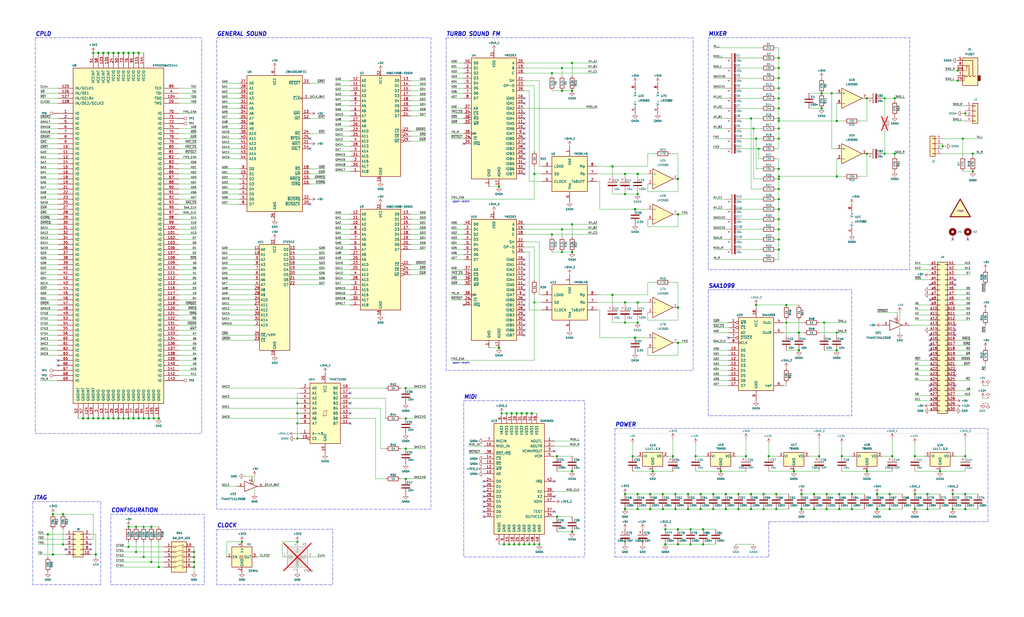
<source format=kicad_sch>
(kicad_sch (version 20231120) (generator "eeschema") (generator_version "8.0")
  (paper "User" 516.001 310.998)
  (title_block (title "ZX-MULTISOUND") (date "2025-03-08") (rev "A2") (company "Eugene Lozovoy") (comment 1 "Sound card for ZX Spectrum (NemoBus)"))
  (lib_symbols
    (symbol "74xGxx:74LVC1G125" (pin_names (offset 1.016))
      (property "Reference" "U" (at -2.54 3.81 0))
      (property "Value" "74LVC1G125" (at 0 -3.81 0))
      (symbol "74LVC1G125_1_1"
        (pin input inverted (at 0 5.08 270) (length 3.81) (name "~") (number "1"))
        (pin input line (at -7.62 0 0) (length 3.81) (name "~") (number "2"))
        (pin power_in line (at 1.27 -1.27 270) (length 0) hide (name "GND") (number "3"))
        (pin tri_state line (at 6.35 0 180) (length 3.81) (name "~") (number "4"))
        (pin power_in line (at 1.27 1.27 90) (length 0) hide (name "VCC") (number "5"))
      )
    )
    (symbol "74xx:74HC245" (pin_names (offset 1.016))
      (property "Reference" "U14" (at -8.255 17.145 0))
      (property "Value" "74ACT245" (at 1.905 17.145 0))
      (symbol "74HC245_1_0"
        (pin input line (at -12.7 -10.16 0) (length 5.08) (name "A->B") (number "1"))
        (pin power_in line (at 0 -20.32 90) (length 5.08) (name "GND") (number "10"))
        (pin tri_state line (at 12.7 -5.08 180) (length 5.08) (name "B7") (number "11"))
        (pin tri_state line (at 12.7 -2.54 180) (length 5.08) (name "B6") (number "12"))
        (pin tri_state line (at 12.7 0 180) (length 5.08) (name "B5") (number "13"))
        (pin tri_state line (at 12.7 2.54 180) (length 5.08) (name "B4") (number "14"))
        (pin tri_state line (at 12.7 5.08 180) (length 5.08) (name "B3") (number "15"))
        (pin tri_state line (at 12.7 7.62 180) (length 5.08) (name "B2") (number "16"))
        (pin tri_state line (at 12.7 10.16 180) (length 5.08) (name "B1") (number "17"))
        (pin tri_state line (at 12.7 12.7 180) (length 5.08) (name "B0") (number "18"))
        (pin input inverted (at -12.7 -12.7 0) (length 5.08) (name "CE") (number "19"))
        (pin tri_state line (at -12.7 12.7 0) (length 5.08) (name "A0") (number "2"))
        (pin power_in line (at 0 20.32 270) (length 5.08) (name "VCC") (number "20"))
        (pin input line (at -12.7 10.16 0) (length 5.08) (name "A1") (number "3"))
        (pin tri_state line (at -12.7 7.62 0) (length 5.08) (name "A2") (number "4"))
        (pin input line (at -12.7 5.08 0) (length 5.08) (name "A3") (number "5"))
        (pin tri_state line (at -12.7 2.54 0) (length 5.08) (name "A4") (number "6"))
        (pin input line (at -12.7 0 0) (length 5.08) (name "A5") (number "7"))
        (pin tri_state line (at -12.7 -2.54 0) (length 5.08) (name "A6") (number "8"))
        (pin input line (at -12.7 -5.08 0) (length 5.08) (name "A7") (number "9"))
      )
    )
    (symbol "AMS1117-3.3_1"
      (property "Reference" "U" (at -3.81 3.175 0))
      (property "Value" "AMS1117-3.3" (at 0 3.175 0))
      (symbol "AMS1117-3.3_1_1_1"
        (pin power_in line (at 0 -7.62 90) (length 2.54) (name "GND") (number "1"))
        (pin power_out line (at 7.62 0 180) (length 2.54) (name "VO") (number "2"))
        (pin power_in line (at -7.62 0 0) (length 2.54) (name "VI") (number "3"))
      )
    )
    (symbol "Amplifier_Operational:MCP602" (pin_names (offset 0.127))
      (property "Reference" "U" (at 0 5.08 0))
      (property "Value" "MCP602" (at 0 -5.08 0))
      (symbol "MCP602_1_1"
        (pin output line (at 7.62 0 180) (length 2.54) (name "~") (number "1"))
        (pin input line (at -7.62 -2.54 0) (length 2.54) (name "-") (number "2"))
        (pin input line (at -7.62 2.54 0) (length 2.54) (name "+") (number "3"))
      )
      (symbol "MCP602_2_1"
        (pin input line (at -7.62 2.54 0) (length 2.54) (name "+") (number "5"))
        (pin input line (at -7.62 -2.54 0) (length 2.54) (name "-") (number "6"))
        (pin output line (at 7.62 0 180) (length 2.54) (name "~") (number "7"))
      )
      (symbol "MCP602_3_1"
        (pin power_in line (at -2.54 -7.62 90) (length 3.81) (name "V-") (number "4"))
        (pin power_in line (at -2.54 7.62 270) (length 3.81) (name "V+") (number "8"))
      )
    )
    (symbol "Connector:TestPoint" (pin_numbers hide) (pin_names (offset 0.762) hide)
      (property "Reference" "TP" (at 0 6.858 0))
      (property "Value" "TestPoint" (at 0 5.08 0))
      (symbol "TestPoint_1_1"
        (pin passive line (at 0 0 90) (length 2.54) (name "1") (number "1"))
      )
    )
    (symbol "Connector_Audio:AudioJack3_SwitchTR"
      (property "Reference" "J" (at 0 8.89 0))
      (property "Value" "AudioJack3_SwitchTR" (at 0 6.35 0))
      (symbol "AudioJack3_SwitchTR_1_1"
        (pin passive line (at 5.08 0 180) (length 2.54) (name "~") (number "R"))
        (pin passive line (at 5.08 -2.54 180) (length 2.54) (name "~") (number "RN"))
        (pin passive line (at 5.08 2.54 180) (length 2.54) (name "~") (number "S"))
        (pin passive line (at 5.08 -5.08 180) (length 2.54) (name "~") (number "T"))
        (pin passive line (at 5.08 -7.62 180) (length 2.54) (name "~") (number "TN"))
      )
    )
    (symbol "Connector_Generic:Conn_01x04" (pin_names (offset 1.016) hide)
      (property "Reference" "J" (at 0 5.08 0))
      (property "Value" "Conn_01x04" (at 0 -7.62 0))
      (symbol "Conn_01x04_1_1"
        (pin passive line (at -5.08 2.54 0) (length 3.81) (name "Pin_1") (number "1"))
        (pin passive line (at -5.08 0 0) (length 3.81) (name "Pin_2") (number "2"))
        (pin passive line (at -5.08 -2.54 0) (length 3.81) (name "Pin_3") (number "3"))
        (pin passive line (at -5.08 -5.08 0) (length 3.81) (name "Pin_4") (number "4"))
      )
    )
    (symbol "Connector_Generic:Conn_02x05_Odd_Even" (pin_names (offset 1.016) hide)
      (property "Reference" "J" (at 1.27 7.62 0))
      (property "Value" "Conn_02x05_Odd_Even" (at 1.27 -7.62 0))
      (symbol "Conn_02x05_Odd_Even_1_1"
        (pin passive line (at -5.08 5.08 0) (length 3.81) (name "Pin_1") (number "1"))
        (pin passive line (at 7.62 -5.08 180) (length 3.81) (name "Pin_10") (number "10"))
        (pin passive line (at 7.62 5.08 180) (length 3.81) (name "Pin_2") (number "2"))
        (pin passive line (at -5.08 2.54 0) (length 3.81) (name "Pin_3") (number "3"))
        (pin passive line (at 7.62 2.54 180) (length 3.81) (name "Pin_4") (number "4"))
        (pin passive line (at -5.08 0 0) (length 3.81) (name "Pin_5") (number "5"))
        (pin passive line (at 7.62 0 180) (length 3.81) (name "Pin_6") (number "6"))
        (pin passive line (at -5.08 -2.54 0) (length 3.81) (name "Pin_7") (number "7"))
        (pin passive line (at 7.62 -2.54 180) (length 3.81) (name "Pin_8") (number "8"))
        (pin passive line (at -5.08 -5.08 0) (length 3.81) (name "Pin_9") (number "9"))
      )
    )
    (symbol "Connector_Generic:Conn_02x30_Row_Letter_First" (pin_names (offset 1.016) hide)
      (property "Reference" "J" (at 1.27 38.1 0))
      (property "Value" "Conn_02x30_Row_Letter_First" (at 1.27 -40.64 0))
      (symbol "Conn_02x30_Row_Letter_First_1_1"
        (pin passive line (at -5.08 35.56 0) (length 3.81) (name "Pin_a1") (number "a1"))
        (pin passive line (at -5.08 12.7 0) (length 3.81) (name "Pin_a10") (number "a10"))
        (pin passive line (at -5.08 10.16 0) (length 3.81) (name "Pin_a11") (number "a11"))
        (pin passive line (at -5.08 7.62 0) (length 3.81) (name "Pin_a12") (number "a12"))
        (pin passive line (at -5.08 5.08 0) (length 3.81) (name "Pin_a13") (number "a13"))
        (pin passive line (at -5.08 2.54 0) (length 3.81) (name "Pin_a14") (number "a14"))
        (pin passive line (at -5.08 0 0) (length 3.81) (name "Pin_a15") (number "a15"))
        (pin passive line (at -5.08 -2.54 0) (length 3.81) (name "Pin_a16") (number "a16"))
        (pin passive line (at -5.08 -5.08 0) (length 3.81) (name "Pin_a17") (number "a17"))
        (pin passive line (at -5.08 -7.62 0) (length 3.81) (name "Pin_a18") (number "a18"))
        (pin passive line (at -5.08 -10.16 0) (length 3.81) (name "Pin_a19") (number "a19"))
        (pin passive line (at -5.08 33.02 0) (length 3.81) (name "Pin_a2") (number "a2"))
        (pin passive line (at -5.08 -12.7 0) (length 3.81) (name "Pin_a20") (number "a20"))
        (pin passive line (at -5.08 -15.24 0) (length 3.81) (name "Pin_a21") (number "a21"))
        (pin passive line (at -5.08 -17.78 0) (length 3.81) (name "Pin_a22") (number "a22"))
        (pin passive line (at -5.08 -20.32 0) (length 3.81) (name "Pin_a23") (number "a23"))
        (pin passive line (at -5.08 -22.86 0) (length 3.81) (name "Pin_a24") (number "a24"))
        (pin passive line (at -5.08 -25.4 0) (length 3.81) (name "Pin_a25") (number "a25"))
        (pin passive line (at -5.08 -27.94 0) (length 3.81) (name "Pin_a26") (number "a26"))
        (pin passive line (at -5.08 -30.48 0) (length 3.81) (name "Pin_a27") (number "a27"))
        (pin passive line (at -5.08 -33.02 0) (length 3.81) (name "Pin_a28") (number "a28"))
        (pin passive line (at -5.08 -35.56 0) (length 3.81) (name "Pin_a29") (number "a29"))
        (pin passive line (at -5.08 30.48 0) (length 3.81) (name "Pin_a3") (number "a3"))
        (pin passive line (at -5.08 -38.1 0) (length 3.81) (name "Pin_a30") (number "a30"))
        (pin passive line (at -5.08 27.94 0) (length 3.81) (name "Pin_a4") (number "a4"))
        (pin passive line (at -5.08 25.4 0) (length 3.81) (name "Pin_a5") (number "a5"))
        (pin passive line (at -5.08 22.86 0) (length 3.81) (name "Pin_a6") (number "a6"))
        (pin passive line (at -5.08 20.32 0) (length 3.81) (name "Pin_a7") (number "a7"))
        (pin passive line (at -5.08 17.78 0) (length 3.81) (name "Pin_a8") (number "a8"))
        (pin passive line (at -5.08 15.24 0) (length 3.81) (name "Pin_a9") (number "a9"))
        (pin passive line (at 7.62 35.56 180) (length 3.81) (name "Pin_b1") (number "b1"))
        (pin passive line (at 7.62 12.7 180) (length 3.81) (name "Pin_b10") (number "b10"))
        (pin passive line (at 7.62 10.16 180) (length 3.81) (name "Pin_b11") (number "b11"))
        (pin passive line (at 7.62 7.62 180) (length 3.81) (name "Pin_b12") (number "b12"))
        (pin passive line (at 7.62 5.08 180) (length 3.81) (name "Pin_b13") (number "b13"))
        (pin passive line (at 7.62 2.54 180) (length 3.81) (name "Pin_b14") (number "b14"))
        (pin passive line (at 7.62 0 180) (length 3.81) (name "Pin_b15") (number "b15"))
        (pin passive line (at 7.62 -2.54 180) (length 3.81) (name "Pin_b16") (number "b16"))
        (pin passive line (at 7.62 -5.08 180) (length 3.81) (name "Pin_b17") (number "b17"))
        (pin passive line (at 7.62 -7.62 180) (length 3.81) (name "Pin_b18") (number "b18"))
        (pin passive line (at 7.62 -10.16 180) (length 3.81) (name "Pin_b19") (number "b19"))
        (pin passive line (at 7.62 33.02 180) (length 3.81) (name "Pin_b2") (number "b2"))
        (pin passive line (at 7.62 -12.7 180) (length 3.81) (name "Pin_b20") (number "b20"))
        (pin passive line (at 7.62 -15.24 180) (length 3.81) (name "Pin_b21") (number "b21"))
        (pin passive line (at 7.62 -17.78 180) (length 3.81) (name "Pin_b22") (number "b22"))
        (pin passive line (at 7.62 -20.32 180) (length 3.81) (name "Pin_b23") (number "b23"))
        (pin passive line (at 7.62 -22.86 180) (length 3.81) (name "Pin_b24") (number "b24"))
        (pin passive line (at 7.62 -25.4 180) (length 3.81) (name "Pin_b25") (number "b25"))
        (pin passive line (at 7.62 -27.94 180) (length 3.81) (name "Pin_b26") (number "b26"))
        (pin passive line (at 7.62 -30.48 180) (length 3.81) (name "Pin_b27") (number "b27"))
        (pin passive line (at 7.62 -33.02 180) (length 3.81) (name "Pin_b28") (number "b28"))
        (pin passive line (at 7.62 -35.56 180) (length 3.81) (name "Pin_b29") (number "b29"))
        (pin passive line (at 7.62 30.48 180) (length 3.81) (name "Pin_b3") (number "b3"))
        (pin passive line (at 7.62 -38.1 180) (length 3.81) (name "Pin_b30") (number "b30"))
        (pin passive line (at 7.62 27.94 180) (length 3.81) (name "Pin_b4") (number "b4"))
        (pin passive line (at 7.62 25.4 180) (length 3.81) (name "Pin_b5") (number "b5"))
        (pin passive line (at 7.62 22.86 180) (length 3.81) (name "Pin_b6") (number "b6"))
        (pin passive line (at 7.62 20.32 180) (length 3.81) (name "Pin_b7") (number "b7"))
        (pin passive line (at 7.62 17.78 180) (length 3.81) (name "Pin_b8") (number "b8"))
        (pin passive line (at 7.62 15.24 180) (length 3.81) (name "Pin_b9") (number "b9"))
      )
    )
    (symbol "Device:C" (pin_numbers hide) (pin_names (offset 0.254))
      (property "Reference" "C" (at 0.635 2.54 0))
      (property "Value" "C" (at 0.635 -2.54 0))
      (symbol "C_1_1"
        (pin passive line (at 0 3.81 270) (length 2.794) (name "~") (number "1"))
        (pin passive line (at 0 -3.81 90) (length 2.794) (name "~") (number "2"))
      )
    )
    (symbol "Device:C_Polarized" (pin_numbers hide) (pin_names (offset 0.254))
      (property "Reference" "C" (at 0.635 2.54 0))
      (property "Value" "C_Polarized" (at 0.635 -2.54 0))
      (symbol "C_Polarized_1_1"
        (pin passive line (at 0 3.81 270) (length 2.794) (name "~") (number "1"))
        (pin passive line (at 0 -3.81 90) (length 2.794) (name "~") (number "2"))
      )
    )
    (symbol "Device:R" (pin_numbers hide) (pin_names (offset 0))
      (property "Reference" "R" (at 2.032 0 90))
      (property "Value" "R" (at 0 0 90))
      (symbol "R_1_1"
        (pin passive line (at 0 3.81 270) (length 1.27) (name "~") (number "1"))
        (pin passive line (at 0 -3.81 90) (length 1.27) (name "~") (number "2"))
      )
    )
    (symbol "Mechanical:MountingHole_Pad" (pin_numbers hide) (pin_names (offset 1.016) hide)
      (property "Reference" "H" (at 0 6.35 0))
      (property "Value" "MountingHole_Pad" (at 0 4.445 0))
      (symbol "MountingHole_Pad_1_1"
        (pin input line (at 0 -2.54 90) (length 2.54) (name "1") (number "1"))
      )
    )
    (symbol "Memory_EPROM:27C512PLCC"
      (property "Reference" "U" (at -7.62 26.67 0))
      (property "Value" "27C512PLCC" (at 2.54 -29.21 0))
      (symbol "27C512PLCC_1_1"
        (pin no_connect line (at 7.62 -17.78 180) (length 2.54) hide (name "NC") (number "1"))
        (pin input line (at -10.16 20.32 0) (length 2.54) (name "A1") (number "10"))
        (pin input line (at -10.16 22.86 0) (length 2.54) (name "A0") (number "11"))
        (pin no_connect line (at 7.62 -22.86 180) (length 2.54) hide (name "NC") (number "12"))
        (pin tri_state line (at 10.16 22.86 180) (length 2.54) (name "O0") (number "13"))
        (pin tri_state line (at 10.16 20.32 180) (length 2.54) (name "O1") (number "14"))
        (pin tri_state line (at 10.16 17.78 180) (length 2.54) (name "O2") (number "15"))
        (pin power_in line (at 0 -30.48 90) (length 2.54) (name "GND") (number "16"))
        (pin no_connect line (at 7.62 -20.32 180) (length 2.54) hide (name "NC") (number "17"))
        (pin tri_state line (at 10.16 15.24 180) (length 2.54) (name "O3") (number "18"))
        (pin tri_state line (at 10.16 12.7 180) (length 2.54) (name "O4") (number "19"))
        (pin input line (at -10.16 -15.24 0) (length 2.54) (name "A15") (number "2"))
        (pin tri_state line (at 10.16 10.16 180) (length 2.54) (name "O5") (number "20"))
        (pin tri_state line (at 10.16 7.62 180) (length 2.54) (name "O6") (number "21"))
        (pin tri_state line (at 10.16 5.08 180) (length 2.54) (name "O7") (number "22"))
        (pin input line (at -10.16 -22.86 0) (length 2.54) (name "~{CE}") (number "23"))
        (pin input line (at -10.16 -2.54 0) (length 2.54) (name "A10") (number "24"))
        (pin input line (at -10.16 -20.32 0) (length 2.54) (name "~{OE}/VPP") (number "25"))
        (pin no_connect line (at 7.62 -25.4 180) (length 2.54) hide (name "NC") (number "26"))
        (pin input line (at -10.16 -5.08 0) (length 2.54) (name "A11") (number "27"))
        (pin input line (at -10.16 0 0) (length 2.54) (name "A9") (number "28"))
        (pin input line (at -10.16 2.54 0) (length 2.54) (name "A8") (number "29"))
        (pin input line (at -10.16 -7.62 0) (length 2.54) (name "A12") (number "3"))
        (pin input line (at -10.16 -10.16 0) (length 2.54) (name "A13") (number "30"))
        (pin input line (at -10.16 -12.7 0) (length 2.54) (name "A14") (number "31"))
        (pin power_in line (at 0 27.94 270) (length 2.54) (name "VCC") (number "32"))
        (pin input line (at -10.16 5.08 0) (length 2.54) (name "A7") (number "4"))
        (pin input line (at -10.16 7.62 0) (length 2.54) (name "A6") (number "5"))
        (pin input line (at -10.16 10.16 0) (length 2.54) (name "A5") (number "6"))
        (pin input line (at -10.16 12.7 0) (length 2.54) (name "A4") (number "7"))
        (pin input line (at -10.16 15.24 0) (length 2.54) (name "A3") (number "8"))
        (pin input line (at -10.16 17.78 0) (length 2.54) (name "A2") (number "9"))
      )
    )
    (symbol "Oscillator:XO91" (pin_names (offset 0.254))
      (property "Reference" "X" (at -5.08 6.35 0))
      (property "Value" "XO91" (at 1.27 -6.35 0))
      (symbol "XO91_1_1"
        (pin input line (at -7.62 0 0) (length 2.54) (name "EN") (number "1"))
        (pin power_in line (at 0 -7.62 90) (length 2.54) (name "GND") (number "2"))
        (pin output line (at 7.62 0 180) (length 2.54) (name "OUT") (number "3"))
        (pin power_in line (at 0 7.62 270) (length 2.54) (name "V+") (number "4"))
      )
    )
    (symbol "Regulator_Linear:AMS1117-3.3"
      (property "Reference" "U" (at -3.81 3.175 0))
      (property "Value" "AMS1117-3.3" (at 0 3.175 0))
      (symbol "AMS1117-3.3_1_1"
        (pin power_in line (at 0 -7.62 90) (length 2.54) (name "GND") (number "1"))
        (pin power_out line (at 7.62 0 180) (length 2.54) (name "VO") (number "2"))
        (pin power_in line (at -7.62 0 0) (length 2.54) (name "VI") (number "3"))
      )
    )
    (symbol "Regulator_Linear:LM78M05_TO252" (pin_names (offset 0.254))
      (property "Reference" "U" (at -3.81 3.175 0))
      (property "Value" "LM78M05_TO252" (at 0 3.175 0))
      (symbol "LM78M05_TO252_1_1"
        (pin power_in line (at -7.62 0 0) (length 2.54) (name "VI") (number "1"))
        (pin power_in line (at 0 -7.62 90) (length 2.54) (name "GND") (number "2"))
        (pin power_out line (at 7.62 0 180) (length 2.54) (name "VO") (number "3"))
      )
    )
    (symbol "Switch:SW_DIP_x05" (pin_names (offset 0) hide)
      (property "Reference" "SW" (at 0 8.89 0))
      (property "Value" "SW_DIP_x05" (at 0 -8.89 0))
      (symbol "SW_DIP_x05_1_1"
        (pin passive line (at -7.62 5.08 0) (length 5.08) (name "~") (number "1"))
        (pin passive line (at 7.62 5.08 180) (length 5.08) (name "~") (number "10"))
        (pin passive line (at -7.62 2.54 0) (length 5.08) (name "~") (number "2"))
        (pin passive line (at -7.62 0 0) (length 5.08) (name "~") (number "3"))
        (pin passive line (at -7.62 -2.54 0) (length 5.08) (name "~") (number "4"))
        (pin passive line (at -7.62 -5.08 0) (length 5.08) (name "~") (number "5"))
        (pin passive line (at 7.62 -5.08 180) (length 5.08) (name "~") (number "6"))
        (pin passive line (at 7.62 -2.54 180) (length 5.08) (name "~") (number "7"))
        (pin passive line (at 7.62 0 180) (length 5.08) (name "~") (number "8"))
        (pin passive line (at 7.62 2.54 180) (length 5.08) (name "~") (number "9"))
      )
    )
    (symbol "YM2203_1" (pin_names (offset 1.016))
      (property "Reference" "U" (at -10.16 35.56 0))
      (property "Value" "YM2203_1" (at 7.62 35.56 0))
      (symbol "YM2203_1_0_0"
        (pin power_in line (at 2.54 -30.48 90) (length 3.81) (name "AGND") (number "17"))
      )
      (symbol "YM2203_1_1_1"
        (pin power_in line (at -2.54 -30.48 90) (length 3.81) (name "GND") (number "1"))
        (pin bidirectional line (at 15.24 -1.27 180) (length 3.81) (name "IOA6") (number "10"))
        (pin bidirectional line (at 15.24 1.27 180) (length 3.81) (name "IOA5") (number "11"))
        (pin bidirectional line (at 15.24 3.81 180) (length 3.81) (name "IOA4") (number "12"))
        (pin bidirectional line (at 15.24 6.35 180) (length 3.81) (name "IOA3") (number "13"))
        (pin bidirectional line (at 15.24 8.89 180) (length 3.81) (name "IOA2") (number "14"))
        (pin bidirectional line (at 15.24 11.43 180) (length 3.81) (name "IOA1") (number "15"))
        (pin bidirectional line (at 15.24 13.97 180) (length 3.81) (name "IOA0") (number "16"))
        (pin output line (at 15.24 26.67 180) (length 3.81) (name "C") (number "18"))
        (pin output line (at 15.24 29.21 180) (length 3.81) (name "B") (number "19"))
        (pin bidirectional line (at -15.24 29.21 0) (length 3.81) (name "D1") (number "2"))
        (pin output line (at 15.24 31.75 180) (length 3.81) (name "A") (number "20"))
        (pin power_in line (at 0 38.1 270) (length 3.81) (name "VDD") (number "21"))
        (pin output line (at 15.24 22.86 180) (length 3.81) (name "SH") (number "22"))
        (pin output line (at 15.24 20.32 180) (length 3.81) (name "OP-O") (number "23"))
        (pin input input_low (at -15.24 -6.35 0) (length 3.81) (name "~{IC}") (number "24"))
        (pin output line (at -15.24 -8.89 0) (length 3.81) (name "~{IRQ}") (number "25"))
        (pin bidirectional line (at 15.24 -6.35 180) (length 3.81) (name "IOB0") (number "26"))
        (pin bidirectional line (at 15.24 -8.89 180) (length 3.81) (name "IOB1") (number "27"))
        (pin bidirectional line (at 15.24 -11.43 180) (length 3.81) (name "IOB2") (number "28"))
        (pin bidirectional line (at 15.24 -13.97 180) (length 3.81) (name "IOB3") (number "29"))
        (pin bidirectional line (at -15.24 26.67 0) (length 3.81) (name "D2") (number "3"))
        (pin bidirectional line (at 15.24 -16.51 180) (length 3.81) (name "IOB4") (number "30"))
        (pin bidirectional line (at 15.24 -19.05 180) (length 3.81) (name "IOB5") (number "31"))
        (pin bidirectional line (at 15.24 -21.59 180) (length 3.81) (name "IOB6") (number "32"))
        (pin bidirectional line (at 15.24 -24.13 180) (length 3.81) (name "IOB7") (number "33"))
        (pin input inverted (at -15.24 6.35 0) (length 3.81) (name "~{CS}") (number "34"))
        (pin input line (at -15.24 1.27 0) (length 3.81) (name "~{WR}") (number "35"))
        (pin input inverted (at -15.24 3.81 0) (length 3.81) (name "~{RD}") (number "36"))
        (pin input line (at -15.24 8.89 0) (length 3.81) (name "A0") (number "37"))
        (pin input clock (at -15.24 -3.81 0) (length 3.81) (name "M") (number "38"))
        (pin output line (at 15.24 17.78 180) (length 3.81) (name "S") (number "39"))
        (pin bidirectional line (at -15.24 24.13 0) (length 3.81) (name "D3") (number "4"))
        (pin bidirectional line (at -15.24 31.75 0) (length 3.81) (name "D0") (number "40"))
        (pin bidirectional line (at -15.24 21.59 0) (length 3.81) (name "D4") (number "5"))
        (pin bidirectional line (at -15.24 19.05 0) (length 3.81) (name "D5") (number "6"))
        (pin bidirectional line (at -15.24 16.51 0) (length 3.81) (name "D6") (number "7"))
        (pin bidirectional line (at -15.24 13.97 0) (length 3.81) (name "D7") (number "8"))
        (pin bidirectional line (at 15.24 -3.81 180) (length 3.81) (name "IOA7") (number "9"))
      )
    )
    (symbol "YM3014B_1" (pin_names (offset 1.016))
      (property "Reference" "U" (at -6.35 10.16 0))
      (property "Value" "YM3014B_1" (at 5.08 10.16 0))
      (symbol "YM3014B_1_0_0"
        (pin power_in line (at 0 13.97 270) (length 5.08) (name "Vdd") (number "1"))
        (pin output line (at 13.97 -3.81 180) (length 5.08) (name "ToBUFF") (number "2"))
        (pin input line (at -13.97 3.81 0) (length 5.08) (name "LOAD") (number "3"))
        (pin input line (at -13.97 0 0) (length 5.08) (name "SD") (number "4"))
        (pin input line (at -13.97 -3.81 0) (length 5.08) (name "CLOCK") (number "5"))
        (pin power_in line (at 0 -13.97 90) (length 5.08) (name "Vss") (number "6"))
        (pin output line (at 13.97 0 180) (length 5.08) (name "Rb") (number "7"))
        (pin input line (at 13.97 3.81 180) (length 5.08) (name "Mp") (number "8"))
      )
    )
    (symbol "my:AS6C4008"
      (property "Reference" "U" (at -10.16 26.035 0))
      (property "Value" "AS6C4008" (at 2.54 26.035 0))
      (symbol "AS6C4008_0_0"
        (pin power_in line (at 0 -27.94 90) (length 2.54) (name "GND") (number "16"))
        (pin power_in line (at 0 27.94 270) (length 2.54) (name "VCC") (number "32"))
      )
      (symbol "AS6C4008_1_1"
        (pin input line (at -15.24 -22.86 0) (length 5.08) (name "A18") (number "1"))
        (pin input line (at -15.24 17.78 0) (length 5.08) (name "A2") (number "10"))
        (pin input line (at -15.24 20.32 0) (length 5.08) (name "A1") (number "11"))
        (pin input line (at -15.24 22.86 0) (length 5.08) (name "A0") (number "12"))
        (pin tri_state line (at 15.24 22.86 180) (length 5.08) (name "D0") (number "13"))
        (pin tri_state line (at 15.24 20.32 180) (length 5.08) (name "D1") (number "14"))
        (pin tri_state line (at 15.24 17.78 180) (length 5.08) (name "D2") (number "15"))
        (pin tri_state line (at 15.24 15.24 180) (length 5.08) (name "D3") (number "17"))
        (pin tri_state line (at 15.24 12.7 180) (length 5.08) (name "D4") (number "18"))
        (pin tri_state line (at 15.24 10.16 180) (length 5.08) (name "D5") (number "19"))
        (pin input line (at -15.24 -17.78 0) (length 5.08) (name "A16") (number "2"))
        (pin tri_state line (at 15.24 7.62 180) (length 5.08) (name "D6") (number "20"))
        (pin tri_state line (at 15.24 5.08 180) (length 5.08) (name "D7") (number "21"))
        (pin input inverted (at 15.24 -2.54 180) (length 5.08) (name "~{CE}") (number "22"))
        (pin input line (at -15.24 -2.54 0) (length 5.08) (name "A10") (number "23"))
        (pin input inverted (at 15.24 -5.08 180) (length 5.08) (name "~{OE}") (number "24"))
        (pin input line (at -15.24 -5.08 0) (length 5.08) (name "A11") (number "25"))
        (pin input line (at -15.24 0 0) (length 5.08) (name "A9") (number "26"))
        (pin input line (at -15.24 2.54 0) (length 5.08) (name "A8") (number "27"))
        (pin input line (at -15.24 -10.16 0) (length 5.08) (name "A13") (number "28"))
        (pin input inverted (at 15.24 -7.62 180) (length 5.08) (name "~{WE}") (number "29"))
        (pin input line (at -15.24 -12.7 0) (length 5.08) (name "A14") (number "3"))
        (pin input line (at -15.24 -20.32 0) (length 5.08) (name "A17") (number "30"))
        (pin input line (at -15.24 -15.24 0) (length 5.08) (name "A15") (number "31"))
        (pin input line (at -15.24 -7.62 0) (length 5.08) (name "A12") (number "4"))
        (pin input line (at -15.24 5.08 0) (length 5.08) (name "A7") (number "5"))
        (pin input line (at -15.24 7.62 0) (length 5.08) (name "A6") (number "6"))
        (pin input line (at -15.24 10.16 0) (length 5.08) (name "A5") (number "7"))
        (pin input line (at -15.24 12.7 0) (length 5.08) (name "A4") (number "8"))
        (pin input line (at -15.24 15.24 0) (length 5.08) (name "A3") (number "9"))
      )
    )
    (symbol "my:EPM3256ATC144" (pin_names (offset 1.016))
      (property "Reference" "U" (at 0 -3.81 0))
      (property "Value" "EPM3256ATC144" (at 0 1.27 0))
      (symbol "EPM3256ATC144_1_1"
        (pin bidirectional line (at -30.48 63.5 0) (length 7.62) (name "IO") (number "1"))
        (pin bidirectional line (at -30.48 45.72 0) (length 7.62) (name "IO") (number "10"))
        (pin bidirectional line (at 30.48 5.08 180) (length 7.62) (name "IO") (number "100"))
        (pin bidirectional line (at 30.48 2.54 180) (length 7.62) (name "IO") (number "101"))
        (pin bidirectional line (at 30.48 0 180) (length 7.62) (name "IO") (number "102"))
        (pin bidirectional line (at 30.48 -2.54 180) (length 7.62) (name "IO") (number "103"))
        (pin bidirectional line (at 30.48 71.12 180) (length 7.62) (name "TDO") (number "104"))
        (pin power_in line (at 17.78 -90.17 90) (length 7.62) (name "GNDIO") (number "105"))
        (pin bidirectional line (at 30.48 -5.08 180) (length 7.62) (name "IO") (number "106"))
        (pin bidirectional line (at 30.48 -7.62 180) (length 7.62) (name "IO") (number "107"))
        (pin bidirectional line (at 30.48 -10.16 180) (length 7.62) (name "IO") (number "108"))
        (pin bidirectional line (at 30.48 -12.7 180) (length 7.62) (name "IO") (number "109"))
        (pin bidirectional line (at -30.48 43.18 0) (length 7.62) (name "IO") (number "11"))
        (pin bidirectional line (at 30.48 -15.24 180) (length 7.62) (name "IO") (number "110"))
        (pin bidirectional line (at 30.48 -17.78 180) (length 7.62) (name "IO") (number "111"))
        (pin bidirectional line (at 30.48 -20.32 180) (length 7.62) (name "IO") (number "112"))
        (pin bidirectional line (at 30.48 -22.86 180) (length 7.62) (name "IO") (number "113"))
        (pin power_in line (at 15.24 -90.17 90) (length 7.62) (name "GNDIO") (number "114"))
        (pin power_in line (at 10.16 93.98 270) (length 7.62) (name "VCCIO") (number "115"))
        (pin bidirectional line (at 30.48 -25.4 180) (length 7.62) (name "IO") (number "116"))
        (pin bidirectional line (at 30.48 -27.94 180) (length 7.62) (name "IO") (number "117"))
        (pin bidirectional line (at 30.48 -30.48 180) (length 7.62) (name "IO") (number "118"))
        (pin bidirectional line (at 30.48 -33.02 180) (length 7.62) (name "IO") (number "119"))
        (pin bidirectional line (at -30.48 40.64 0) (length 7.62) (name "IO") (number "12"))
        (pin bidirectional line (at 30.48 -35.56 180) (length 7.62) (name "IO") (number "120"))
        (pin bidirectional line (at 30.48 -38.1 180) (length 7.62) (name "IO") (number "121"))
        (pin bidirectional line (at 30.48 -40.64 180) (length 7.62) (name "IO") (number "122"))
        (pin power_in line (at -7.62 93.98 270) (length 7.62) (name "VCCINT") (number "123"))
        (pin power_in line (at -15.24 -90.17 90) (length 7.62) (name "GNDINT") (number "124"))
        (pin input line (at -30.48 76.2 0) (length 7.62) (name "IN/GCLK1") (number "125"))
        (pin input line (at -30.48 73.66 0) (length 7.62) (name "IN/OE1") (number "126"))
        (pin input line (at -30.48 71.12 0) (length 7.62) (name "IN/GCLRn") (number "127"))
        (pin input line (at -30.48 68.58 0) (length 7.62) (name "IN/OE2/GCLK2") (number "128"))
        (pin power_in line (at -12.7 -90.17 90) (length 7.62) (name "GNDINT") (number "129"))
        (pin power_in line (at -7.62 -90.17 90) (length 7.62) (name "GNDIO") (number "13"))
        (pin power_in line (at -5.08 93.98 270) (length 7.62) (name "VCCINT") (number "130"))
        (pin bidirectional line (at 30.48 -43.18 180) (length 7.62) (name "IO") (number "131"))
        (pin bidirectional line (at 30.48 -45.72 180) (length 7.62) (name "IO") (number "132"))
        (pin bidirectional line (at 30.48 -48.26 180) (length 7.62) (name "IO") (number "133"))
        (pin bidirectional line (at 30.48 -50.8 180) (length 7.62) (name "IO") (number "134"))
        (pin power_in line (at 20.32 -90.17 90) (length 7.62) (name "GNDIO") (number "135"))
        (pin bidirectional line (at 30.48 -53.34 180) (length 7.62) (name "IO") (number "136"))
        (pin bidirectional line (at 30.48 -55.88 180) (length 7.62) (name "IO") (number "137"))
        (pin bidirectional line (at 30.48 -58.42 180) (length 7.62) (name "IO") (number "138"))
        (pin bidirectional line (at 30.48 -60.96 180) (length 7.62) (name "IO") (number "139"))
        (pin bidirectional line (at -30.48 38.1 0) (length 7.62) (name "IO") (number "14"))
        (pin bidirectional line (at 30.48 -63.5 180) (length 7.62) (name "IO") (number "140"))
        (pin bidirectional line (at 30.48 -66.04 180) (length 7.62) (name "IO") (number "141"))
        (pin bidirectional line (at 30.48 -68.58 180) (length 7.62) (name "IO") (number "142"))
        (pin bidirectional line (at 30.48 -71.12 180) (length 7.62) (name "IO") (number "143"))
        (pin power_in line (at 12.7 93.98 270) (length 7.62) (name "VCCIO") (number "144"))
        (pin bidirectional line (at -30.48 35.56 0) (length 7.62) (name "IO") (number "15"))
        (pin bidirectional line (at -30.48 33.02 0) (length 7.62) (name "IO") (number "16"))
        (pin power_in line (at -5.08 -90.17 90) (length 7.62) (name "GNDIO") (number "17"))
        (pin bidirectional line (at -30.48 30.48 0) (length 7.62) (name "IO") (number "18"))
        (pin bidirectional line (at -30.48 27.94 0) (length 7.62) (name "IO") (number "19"))
        (pin bidirectional line (at -30.48 60.96 0) (length 7.62) (name "IO") (number "2"))
        (pin input line (at 30.48 68.58 180) (length 7.62) (name "TMS") (number "20"))
        (pin bidirectional line (at -30.48 25.4 0) (length 7.62) (name "IO") (number "21"))
        (pin bidirectional line (at -30.48 22.86 0) (length 7.62) (name "IO") (number "22"))
        (pin bidirectional line (at -30.48 20.32 0) (length 7.62) (name "IO") (number "23"))
        (pin power_in line (at -2.54 93.98 270) (length 7.62) (name "VCCIO") (number "24"))
        (pin bidirectional line (at -30.48 17.78 0) (length 7.62) (name "IO") (number "25"))
        (pin power_in line (at -2.54 -90.17 90) (length 7.62) (name "GNDIO") (number "26"))
        (pin bidirectional line (at -30.48 15.24 0) (length 7.62) (name "IO") (number "27"))
        (pin bidirectional line (at -30.48 12.7 0) (length 7.62) (name "IO") (number "28"))
        (pin bidirectional line (at -30.48 10.16 0) (length 7.62) (name "IO") (number "29"))
        (pin power_in line (at -10.16 -90.17 90) (length 7.62) (name "GNDIO") (number "3"))
        (pin bidirectional line (at -30.48 7.62 0) (length 7.62) (name "IO") (number "30"))
        (pin bidirectional line (at -30.48 5.08 0) (length 7.62) (name "IO") (number "31"))
        (pin bidirectional line (at -30.48 2.54 0) (length 7.62) (name "IO") (number "32"))
        (pin power_in line (at 0 -90.17 90) (length 7.62) (name "GNDIO") (number "33"))
        (pin bidirectional line (at -30.48 0 0) (length 7.62) (name "IO") (number "34"))
        (pin bidirectional line (at -30.48 -2.54 0) (length 7.62) (name "IO") (number "35"))
        (pin bidirectional line (at -30.48 -5.08 0) (length 7.62) (name "IO") (number "36"))
        (pin bidirectional line (at -30.48 -7.62 0) (length 7.62) (name "IO") (number "37"))
        (pin bidirectional line (at -30.48 -10.16 0) (length 7.62) (name "IO") (number "38"))
        (pin bidirectional line (at -30.48 -12.7 0) (length 7.62) (name "IO") (number "39"))
        (pin input line (at 30.48 73.66 180) (length 7.62) (name "TDI") (number "4"))
        (pin bidirectional line (at -30.48 -15.24 0) (length 7.62) (name "IO") (number "40"))
        (pin bidirectional line (at -30.48 -17.78 0) (length 7.62) (name "IO") (number "41"))
        (pin bidirectional line (at -30.48 -20.32 0) (length 7.62) (name "IO") (number "42"))
        (pin bidirectional line (at -30.48 -22.86 0) (length 7.62) (name "IO") (number "43"))
        (pin bidirectional line (at -30.48 -25.4 0) (length 7.62) (name "IO") (number "44"))
        (pin bidirectional line (at -30.48 -27.94 0) (length 7.62) (name "IO") (number "45"))
        (pin bidirectional line (at -30.48 -30.48 0) (length 7.62) (name "IO") (number "46"))
        (pin bidirectional line (at -30.48 -33.02 0) (length 7.62) (name "IO") (number "47"))
        (pin bidirectional line (at -30.48 -35.56 0) (length 7.62) (name "IO") (number "48"))
        (pin bidirectional line (at -30.48 -38.1 0) (length 7.62) (name "IO") (number "49"))
        (pin bidirectional line (at -30.48 58.42 0) (length 7.62) (name "IO") (number "5"))
        (pin power_in line (at 0 93.98 270) (length 7.62) (name "VCCIO") (number "50"))
        (pin power_in line (at -12.7 93.98 270) (length 7.62) (name "VCCINT") (number "51"))
        (pin power_in line (at -20.32 -90.17 90) (length 7.62) (name "GNDINT") (number "52"))
        (pin bidirectional line (at -30.48 -40.64 0) (length 7.62) (name "IO") (number "53"))
        (pin bidirectional line (at -30.48 -43.18 0) (length 7.62) (name "IO") (number "54"))
        (pin bidirectional line (at -30.48 -45.72 0) (length 7.62) (name "IO") (number "55"))
        (pin bidirectional line (at -30.48 -48.26 0) (length 7.62) (name "IO") (number "56"))
        (pin power_in line (at -17.78 -90.17 90) (length 7.62) (name "GNDINT") (number "57"))
        (pin power_in line (at -10.16 93.98 270) (length 7.62) (name "VCCINT") (number "58"))
        (pin power_in line (at 2.54 -90.17 90) (length 7.62) (name "GNDIO") (number "59"))
        (pin bidirectional line (at -30.48 55.88 0) (length 7.62) (name "IO") (number "6"))
        (pin bidirectional line (at -30.48 -50.8 0) (length 7.62) (name "IO") (number "60"))
        (pin bidirectional line (at -30.48 -53.34 0) (length 7.62) (name "IO") (number "61"))
        (pin bidirectional line (at -30.48 -55.88 0) (length 7.62) (name "IO") (number "62"))
        (pin bidirectional line (at -30.48 -58.42 0) (length 7.62) (name "IO") (number "63"))
        (pin power_in line (at 5.08 -90.17 90) (length 7.62) (name "GNDIO") (number "64"))
        (pin bidirectional line (at -30.48 -60.96 0) (length 7.62) (name "IO") (number "65"))
        (pin bidirectional line (at -30.48 -63.5 0) (length 7.62) (name "IO") (number "66"))
        (pin bidirectional line (at -30.48 -66.04 0) (length 7.62) (name "IO") (number "67"))
        (pin bidirectional line (at -30.48 -68.58 0) (length 7.62) (name "IO") (number "68"))
        (pin bidirectional line (at -30.48 -71.12 0) (length 7.62) (name "IO") (number "69"))
        (pin bidirectional line (at -30.48 53.34 0) (length 7.62) (name "IO") (number "7"))
        (pin bidirectional line (at 30.48 63.5 180) (length 7.62) (name "IO") (number "70"))
        (pin bidirectional line (at 30.48 60.96 180) (length 7.62) (name "IO") (number "71"))
        (pin bidirectional line (at 30.48 58.42 180) (length 7.62) (name "IO") (number "72"))
        (pin power_in line (at 2.54 93.98 270) (length 7.62) (name "VCCIO") (number "73"))
        (pin bidirectional line (at 30.48 55.88 180) (length 7.62) (name "IO") (number "74"))
        (pin bidirectional line (at 30.48 53.34 180) (length 7.62) (name "IO") (number "75"))
        (pin power_in line (at 5.08 93.98 270) (length 7.62) (name "VCCIO") (number "76"))
        (pin power_in line (at 7.62 -90.17 90) (length 7.62) (name "GNDIO") (number "77"))
        (pin bidirectional line (at 30.48 50.8 180) (length 7.62) (name "IO") (number "78"))
        (pin bidirectional line (at 30.48 48.26 180) (length 7.62) (name "IO") (number "79"))
        (pin bidirectional line (at -30.48 50.8 0) (length 7.62) (name "IO") (number "8"))
        (pin bidirectional line (at 30.48 45.72 180) (length 7.62) (name "IO") (number "80"))
        (pin bidirectional line (at 30.48 43.18 180) (length 7.62) (name "IO") (number "81"))
        (pin bidirectional line (at 30.48 40.64 180) (length 7.62) (name "IO") (number "82"))
        (pin bidirectional line (at 30.48 38.1 180) (length 7.62) (name "IO") (number "83"))
        (pin bidirectional line (at 30.48 35.56 180) (length 7.62) (name "IO") (number "84"))
        (pin power_in line (at 10.16 -90.17 90) (length 7.62) (name "GNDIO") (number "85"))
        (pin bidirectional line (at 30.48 33.02 180) (length 7.62) (name "IO") (number "86"))
        (pin bidirectional line (at 30.48 30.48 180) (length 7.62) (name "IO") (number "87"))
        (pin bidirectional line (at 30.48 27.94 180) (length 7.62) (name "IO") (number "88"))
        (pin input line (at 30.48 76.2 180) (length 7.62) (name "TCK") (number "89"))
        (pin bidirectional line (at -30.48 48.26 0) (length 7.62) (name "IO") (number "9"))
        (pin bidirectional line (at 30.48 25.4 180) (length 7.62) (name "IO") (number "90"))
        (pin bidirectional line (at 30.48 22.86 180) (length 7.62) (name "IO") (number "91"))
        (pin bidirectional line (at 30.48 20.32 180) (length 7.62) (name "IO") (number "92"))
        (pin bidirectional line (at 30.48 17.78 180) (length 7.62) (name "IO") (number "93"))
        (pin power_in line (at 12.7 -90.17 90) (length 7.62) (name "GNDIO") (number "94"))
        (pin power_in line (at 7.62 93.98 270) (length 7.62) (name "VCCIO") (number "95"))
        (pin bidirectional line (at 30.48 15.24 180) (length 7.62) (name "IO") (number "96"))
        (pin bidirectional line (at 30.48 12.7 180) (length 7.62) (name "IO") (number "97"))
        (pin bidirectional line (at 30.48 10.16 180) (length 7.62) (name "IO") (number "98"))
        (pin bidirectional line (at 30.48 7.62 180) (length 7.62) (name "IO") (number "99"))
      )
    )
    (symbol "my:SAA1099" (pin_names (offset 1.016))
      (property "Reference" "U" (at -8.89 19.05 0))
      (property "Value" "SAA1099" (at 5.08 19.05 0))
      (symbol "SAA1099_0_0"
        (pin bidirectional line (at -13.97 -16.51 0) (length 5.08) (name "D7") (number "17"))
      )
      (symbol "SAA1099_1_1"
        (pin input inverted (at -13.97 15.24 0) (length 5.08) (name "~{WR}") (number "1"))
        (pin bidirectional line (at -13.97 1.27 0) (length 5.08) (name "D0") (number "10"))
        (pin bidirectional line (at -13.97 -1.27 0) (length 5.08) (name "D1") (number "11"))
        (pin bidirectional line (at -13.97 -3.81 0) (length 5.08) (name "D2") (number "12"))
        (pin bidirectional line (at -13.97 -6.35 0) (length 5.08) (name "D3") (number "13"))
        (pin bidirectional line (at -13.97 -8.89 0) (length 5.08) (name "D4") (number "14"))
        (pin bidirectional line (at -13.97 -11.43 0) (length 5.08) (name "D5") (number "15"))
        (pin bidirectional line (at -13.97 -13.97 0) (length 5.08) (name "D6") (number "16"))
        (pin power_in line (at 0 22.86 270) (length 5.08) (name "VCC") (number "18"))
        (pin input inverted (at -13.97 12.7 0) (length 5.08) (name "~{CS}") (number "2"))
        (pin input line (at -13.97 10.16 0) (length 5.08) (name "A0") (number "3"))
        (pin output line (at 13.97 15.24 180) (length 5.08) (name "OutL") (number "4"))
        (pin output line (at 13.97 10.16 180) (length 5.08) (name "OutR") (number "5"))
        (pin input line (at 13.97 -16.51 180) (length 5.08) (name "Iref") (number "6"))
        (pin output inverted (at -13.97 7.62 0) (length 5.08) (name "~{DTACK}") (number "7"))
        (pin input clock (at -13.97 5.08 0) (length 5.08) (name "CLK") (number "8"))
        (pin power_in line (at 0 -24.13 90) (length 5.08) (name "GND") (number "9"))
      )
    )
    (symbol "my:SAM2695" (pin_names (offset 1.016))
      (property "Reference" "U" (at -13.97 29.21 0))
      (property "Value" "SAM2695" (at 12.7 29.21 0))
      (symbol "SAM2695_0_0"
        (pin output line (at 17.78 19.05 180) (length 5.08) (name "AOUTL") (number "1"))
        (pin input line (at -17.78 2.54 0) (length 5.08) (name "A0") (number "10"))
        (pin power_in line (at -3.81 33.02 270) (length 5.08) (name "VD33") (number "11"))
        (pin input line (at -17.78 5.08 0) (length 5.08) (name "~{WR}") (number "12"))
        (pin power_in line (at -5.08 -33.02 90) (length 5.08) (name "GND") (number "13"))
        (pin input line (at -17.78 10.16 0) (length 5.08) (name "~{CS}") (number "14"))
        (pin input line (at -17.78 7.62 0) (length 5.08) (name "~{RD}") (number "15"))
        (pin input line (at -17.78 16.51 0) (length 5.08) (name "MIDI_IN") (number "16"))
        (pin no_connect line (at 17.78 7.62 180) (length 5.08) hide (name "NC") (number "17"))
        (pin power_in line (at -2.54 -33.02 90) (length 5.08) (name "GND") (number "18"))
        (pin no_connect line (at 17.78 8.89 180) (length 5.08) hide (name "NC") (number "19"))
        (pin output line (at 17.78 16.51 180) (length 5.08) (name "AOUTR") (number "2"))
        (pin power_in line (at -1.27 33.02 270) (length 5.08) (name "VD33") (number "20"))
        (pin no_connect line (at 17.78 6.35 180) (length 5.08) hide (name "NC") (number "21"))
        (pin no_connect line (at 17.78 5.08 180) (length 5.08) hide (name "NC") (number "22"))
        (pin no_connect line (at 17.78 3.81 180) (length 5.08) hide (name "NC") (number "23"))
        (pin bidirectional line (at -17.78 -1.27 0) (length 5.08) (name "D0") (number "24"))
        (pin power_in line (at 0 -33.02 90) (length 5.08) (name "GND") (number "25"))
        (pin bidirectional line (at -17.78 -3.81 0) (length 5.08) (name "D1") (number "26"))
        (pin bidirectional line (at -17.78 -6.35 0) (length 5.08) (name "D2") (number "27"))
        (pin bidirectional line (at -17.78 -8.89 0) (length 5.08) (name "D3") (number "28"))
        (pin bidirectional line (at -17.78 -11.43 0) (length 5.08) (name "D4") (number "29"))
        (pin output line (at 17.78 13.97 180) (length 5.08) (name "VCMHPOUT") (number "3"))
        (pin bidirectional line (at -17.78 -13.97 0) (length 5.08) (name "D5") (number "30"))
        (pin power_in line (at 1.27 33.02 270) (length 5.08) (name "VD33") (number "31"))
        (pin bidirectional line (at -17.78 -16.51 0) (length 5.08) (name "D6") (number "32"))
        (pin bidirectional line (at -17.78 -19.05 0) (length 5.08) (name "D7") (number "33"))
        (pin power_out line (at 17.78 -19.05 180) (length 5.08) (name "OUTVC12") (number "34"))
        (pin power_in line (at 3.81 33.02 270) (length 5.08) (name "VD33") (number "35"))
        (pin power_in line (at 2.54 -33.02 90) (length 5.08) (name "GND") (number "36"))
        (pin input line (at 17.78 -16.51 180) (length 5.08) (name "TEST") (number "37"))
        (pin input line (at -17.78 12.7 0) (length 5.08) (name "~{RST}/~{PD}") (number "38"))
        (pin input line (at 17.78 -6.35 180) (length 5.08) (name "X1") (number "39"))
        (pin power_in line (at -10.16 -33.02 90) (length 5.08) (name "AGND") (number "4"))
        (pin input line (at 17.78 -8.89 180) (length 5.08) (name "X2") (number "40"))
        (pin power_in line (at 6.35 33.02 270) (length 5.08) (name "VD33") (number "41"))
        (pin output line (at 17.78 -1.27 180) (length 5.08) (name "IRQ") (number "42"))
        (pin no_connect line (at 17.78 2.54 180) (length 5.08) hide (name "NC") (number "43"))
        (pin no_connect line (at 17.78 1.27 180) (length 5.08) hide (name "NC") (number "44"))
        (pin power_in line (at 5.08 -33.02 90) (length 5.08) (name "GND") (number "45"))
        (pin power_in line (at 8.89 33.02 270) (length 5.08) (name "VD33") (number "46"))
        (pin input line (at 17.78 -11.43 180) (length 5.08) (name "XDIV") (number "47"))
        (pin power_in line (at 7.62 -33.02 90) (length 5.08) (name "GND") (number "48"))
        (pin output line (at 17.78 11.43 180) (length 5.08) (name "VCM") (number "5"))
        (pin power_in line (at -8.89 33.02 270) (length 5.08) (name "VA33") (number "6"))
        (pin input line (at -17.78 19.05 0) (length 5.08) (name "MICIN") (number "7"))
        (pin power_in line (at -6.35 33.02 270) (length 5.08) (name "VD33") (number "8"))
        (pin power_in line (at -7.62 -33.02 90) (length 5.08) (name "GND") (number "9"))
      )
      (symbol "SAM2695_1_1"
        (pin power_in line (at 10.16 -33.02 90) (length 5.08) (name "GND") (number "49"))
      )
    )
    (symbol "my:YM2203" (pin_names (offset 1.016))
      (property "Reference" "U" (at -10.16 35.56 0))
      (property "Value" "YM2203" (at 7.62 35.56 0))
      (symbol "YM2203_0_0"
        (pin power_in line (at 2.54 -30.48 90) (length 3.81) (name "AGND") (number "17"))
      )
      (symbol "YM2203_1_1"
        (pin power_in line (at -2.54 -30.48 90) (length 3.81) (name "GND") (number "1"))
        (pin bidirectional line (at 15.24 -1.27 180) (length 3.81) (name "IOA6") (number "10"))
        (pin bidirectional line (at 15.24 1.27 180) (length 3.81) (name "IOA5") (number "11"))
        (pin bidirectional line (at 15.24 3.81 180) (length 3.81) (name "IOA4") (number "12"))
        (pin bidirectional line (at 15.24 6.35 180) (length 3.81) (name "IOA3") (number "13"))
        (pin bidirectional line (at 15.24 8.89 180) (length 3.81) (name "IOA2") (number "14"))
        (pin bidirectional line (at 15.24 11.43 180) (length 3.81) (name "IOA1") (number "15"))
        (pin bidirectional line (at 15.24 13.97 180) (length 3.81) (name "IOA0") (number "16"))
        (pin output line (at 15.24 26.67 180) (length 3.81) (name "C") (number "18"))
        (pin output line (at 15.24 29.21 180) (length 3.81) (name "B") (number "19"))
        (pin bidirectional line (at -15.24 29.21 0) (length 3.81) (name "D1") (number "2"))
        (pin output line (at 15.24 31.75 180) (length 3.81) (name "A") (number "20"))
        (pin power_in line (at 0 38.1 270) (length 3.81) (name "VDD") (number "21"))
        (pin output line (at 15.24 22.86 180) (length 3.81) (name "SH") (number "22"))
        (pin output line (at 15.24 20.32 180) (length 3.81) (name "OP-O") (number "23"))
        (pin input input_low (at -15.24 -6.35 0) (length 3.81) (name "~{IC}") (number "24"))
        (pin output line (at -15.24 -8.89 0) (length 3.81) (name "~{IRQ}") (number "25"))
        (pin bidirectional line (at 15.24 -6.35 180) (length 3.81) (name "IOB0") (number "26"))
        (pin bidirectional line (at 15.24 -8.89 180) (length 3.81) (name "IOB1") (number "27"))
        (pin bidirectional line (at 15.24 -11.43 180) (length 3.81) (name "IOB2") (number "28"))
        (pin bidirectional line (at 15.24 -13.97 180) (length 3.81) (name "IOB3") (number "29"))
        (pin bidirectional line (at -15.24 26.67 0) (length 3.81) (name "D2") (number "3"))
        (pin bidirectional line (at 15.24 -16.51 180) (length 3.81) (name "IOB4") (number "30"))
        (pin bidirectional line (at 15.24 -19.05 180) (length 3.81) (name "IOB5") (number "31"))
        (pin bidirectional line (at 15.24 -21.59 180) (length 3.81) (name "IOB6") (number "32"))
        (pin bidirectional line (at 15.24 -24.13 180) (length 3.81) (name "IOB7") (number "33"))
        (pin input inverted (at -15.24 6.35 0) (length 3.81) (name "~{CS}") (number "34"))
        (pin input line (at -15.24 1.27 0) (length 3.81) (name "~{WR}") (number "35"))
        (pin input inverted (at -15.24 3.81 0) (length 3.81) (name "~{RD}") (number "36"))
        (pin input line (at -15.24 8.89 0) (length 3.81) (name "A0") (number "37"))
        (pin input clock (at -15.24 -3.81 0) (length 3.81) (name "M") (number "38"))
        (pin output line (at 15.24 17.78 180) (length 3.81) (name "S") (number "39"))
        (pin bidirectional line (at -15.24 24.13 0) (length 3.81) (name "D3") (number "4"))
        (pin bidirectional line (at -15.24 31.75 0) (length 3.81) (name "D0") (number "40"))
        (pin bidirectional line (at -15.24 21.59 0) (length 3.81) (name "D4") (number "5"))
        (pin bidirectional line (at -15.24 19.05 0) (length 3.81) (name "D5") (number "6"))
        (pin bidirectional line (at -15.24 16.51 0) (length 3.81) (name "D6") (number "7"))
        (pin bidirectional line (at -15.24 13.97 0) (length 3.81) (name "D7") (number "8"))
        (pin bidirectional line (at 15.24 -3.81 180) (length 3.81) (name "IOA7") (number "9"))
      )
    )
    (symbol "my:YM3014B" (pin_names (offset 1.016))
      (property "Reference" "U" (at -6.35 10.16 0))
      (property "Value" "YM3014B" (at 5.08 10.16 0))
      (symbol "YM3014B_0_0"
        (pin power_in line (at 0 13.97 270) (length 5.08) (name "Vdd") (number "1"))
        (pin output line (at 13.97 -3.81 180) (length 5.08) (name "ToBUFF") (number "2"))
        (pin input line (at -13.97 3.81 0) (length 5.08) (name "LOAD") (number "3"))
        (pin input line (at -13.97 0 0) (length 5.08) (name "SD") (number "4"))
        (pin input line (at -13.97 -3.81 0) (length 5.08) (name "CLOCK") (number "5"))
        (pin power_in line (at 0 -13.97 90) (length 5.08) (name "Vss") (number "6"))
        (pin output line (at 13.97 0 180) (length 5.08) (name "Rb") (number "7"))
        (pin input line (at 13.97 3.81 180) (length 5.08) (name "Mp") (number "8"))
      )
    )
    (symbol "my:Z80CPU_QFP" (pin_names (offset 1.016))
      (property "Reference" "U" (at -13.97 35.56 0))
      (property "Value" "Z80CPU_QFP" (at 6.35 35.56 0))
      (symbol "Z80CPU_QFP_1_1"
        (pin input clock (at -17.78 22.86 0) (length 3.81) (name "~{CLK}") (number "1"))
        (pin bidirectional line (at 17.78 -15.24 180) (length 3.81) (name "D1") (number "10"))
        (pin no_connect line (at 2.54 -38.1 90) (length 3.81) hide (name "NC") (number "11"))
        (pin input line (at -17.78 12.7 0) (length 3.81) (name "~{INT}") (number "12"))
        (pin input line (at -17.78 15.24 0) (length 3.81) (name "~{NMI}") (number "13"))
        (pin output line (at -17.78 -2.54 0) (length 3.81) (name "~{HALT}") (number "14"))
        (pin output line (at -17.78 -17.78 0) (length 3.81) (name "~{MREQ}") (number "15"))
        (pin output line (at -17.78 -20.32 0) (length 3.81) (name "~{IORQ}") (number "16"))
        (pin no_connect line (at 5.08 -38.1 90) (length 3.81) hide (name "NC") (number "17"))
        (pin output line (at -17.78 -12.7 0) (length 3.81) (name "~{RD}") (number "18"))
        (pin output line (at -17.78 -15.24 0) (length 3.81) (name "~{WR}") (number "19"))
        (pin bidirectional line (at 17.78 -22.86 180) (length 3.81) (name "D4") (number "2"))
        (pin output line (at -17.78 -30.48 0) (length 3.81) (name "~{BUSACK}") (number "20"))
        (pin input line (at -17.78 0 0) (length 3.81) (name "~{WAIT}") (number "21"))
        (pin input line (at -17.78 -27.94 0) (length 3.81) (name "~{BUSRQ}") (number "22"))
        (pin input line (at -17.78 30.48 0) (length 3.81) (name "~{RESET}") (number "23"))
        (pin output line (at -17.78 5.08 0) (length 3.81) (name "~{M1}") (number "24"))
        (pin output line (at -17.78 2.54 0) (length 3.81) (name "~{RFSH}") (number "25"))
        (pin power_in line (at 0 -38.1 90) (length 3.81) (name "GND") (number "26"))
        (pin output line (at 17.78 30.48 180) (length 3.81) (name "A0") (number "27"))
        (pin output line (at 17.78 27.94 180) (length 3.81) (name "A1") (number "28"))
        (pin output line (at 17.78 25.4 180) (length 3.81) (name "A2") (number "29"))
        (pin bidirectional line (at 17.78 -20.32 180) (length 3.81) (name "D3") (number "3"))
        (pin output line (at 17.78 22.86 180) (length 3.81) (name "A3") (number "30"))
        (pin output line (at 17.78 20.32 180) (length 3.81) (name "A4") (number "31"))
        (pin output line (at 17.78 17.78 180) (length 3.81) (name "A5") (number "32"))
        (pin no_connect line (at 7.62 -38.1 90) (length 3.81) hide (name "NC") (number "33"))
        (pin output line (at 17.78 15.24 180) (length 3.81) (name "A6") (number "34"))
        (pin output line (at 17.78 12.7 180) (length 3.81) (name "A7") (number "35"))
        (pin output line (at 17.78 10.16 180) (length 3.81) (name "A8") (number "36"))
        (pin output line (at 17.78 7.62 180) (length 3.81) (name "A9") (number "37"))
        (pin output line (at 17.78 5.08 180) (length 3.81) (name "A10") (number "38"))
        (pin no_connect line (at 10.16 -38.1 90) (length 3.81) hide (name "NC") (number "39"))
        (pin bidirectional line (at 17.78 -25.4 180) (length 3.81) (name "D5") (number "4"))
        (pin output line (at 17.78 2.54 180) (length 3.81) (name "A11") (number "40"))
        (pin output line (at 17.78 0 180) (length 3.81) (name "A12") (number "41"))
        (pin output line (at 17.78 -2.54 180) (length 3.81) (name "A13") (number "42"))
        (pin output line (at 17.78 -5.08 180) (length 3.81) (name "A14") (number "43"))
        (pin output line (at 17.78 -7.62 180) (length 3.81) (name "A15") (number "44"))
        (pin bidirectional line (at 17.78 -27.94 180) (length 3.81) (name "D6") (number "5"))
        (pin power_in line (at 0 38.1 270) (length 3.81) (name "VCC") (number "6"))
        (pin bidirectional line (at 17.78 -17.78 180) (length 3.81) (name "D2") (number "7"))
        (pin bidirectional line (at 17.78 -30.48 180) (length 3.81) (name "D7") (number "8"))
        (pin bidirectional line (at 17.78 -12.7 180) (length 3.81) (name "D0") (number "9"))
      )
    )
    (symbol "my:logo" (pin_names (offset 1.016) hide))
    (symbol "power:+12V" (power) (pin_numbers hide) (pin_names (offset 0) hide)
      (property "Value" "+12V" (at 0 3.556 0))
      (symbol "+12V_1_1"
        (pin power_in line (at 0 0 90) (length 0) (name "~") (number "1"))
      )
    )
    (symbol "power:+3V3" (power) (pin_numbers hide) (pin_names (offset 0) hide)
      (property "Value" "+3V3" (at 0 3.556 0))
      (symbol "+3V3_1_1"
        (pin power_in line (at 0 0 90) (length 0) (name "~") (number "1"))
      )
    )
    (symbol "power:+5V" (power) (pin_numbers hide) (pin_names (offset 0) hide)
      (property "Value" "+5V" (at 0 3.556 0))
      (symbol "+5V_1_1"
        (pin power_in line (at 0 0 90) (length 0) (name "~") (number "1"))
      )
    )
    (symbol "power:+5VA" (power) (pin_numbers hide) (pin_names (offset 0) hide)
      (property "Value" "+5VA" (at 0 3.556 0))
      (symbol "+5VA_1_1"
        (pin power_in line (at 0 0 90) (length 0) (name "~") (number "1"))
      )
    )
    (symbol "power:GND" (power) (pin_numbers hide) (pin_names (offset 0) hide)
      (property "Value" "GND" (at 0 -3.81 0))
      (symbol "GND_1_1"
        (pin power_in line (at 0 0 270) (length 0) (name "~") (number "1"))
      )
    )
    (symbol "power:GNDA" (power) (pin_numbers hide) (pin_names (offset 0) hide)
      (property "Value" "GNDA" (at 0 -3.81 0))
      (symbol "GNDA_1_1"
        (pin power_in line (at 0 0 270) (length 0) (name "~") (number "1"))
      )
    )
    (symbol "power:PWR_FLAG" (power) (pin_numbers hide) (pin_names (offset 0) hide)
      (property "Value" "PWR_FLAG" (at 0 3.81 0))
      (symbol "PWR_FLAG_0_0"
        (pin power_out line (at 0 0 90) (length 0) (name "~") (number "1"))
      )
    )
  )
  (junction (at 280.67 229.87))
  (junction (at 271.78 274.32))
  (junction (at 387.35 229.87))
  (junction (at 341.63 154.94) (diameter 1.016))
  (junction (at 403.86 256.54) (diameter 1.016))
  (junction (at 204.47 195.58))
  (junction (at 314.96 248.92))
  (junction (at 392.43 54.61))
  (junction (at 392.43 64.77))
  (junction (at 339.09 229.87))
  (junction (at 341.63 90.17) (diameter 1.016))
  (junction (at 62.23 210.82) (diameter 1.016))
  (junction (at 267.97 208.28) (diameter 1.016))
  (junction (at 445.77 49.53))
  (junction (at 320.04 170.18) (diameter 1.016))
  (junction (at 49.53 26.67) (diameter 1.016))
  (junction (at 347.98 274.32))
  (junction (at 49.53 210.82) (diameter 1.016))
  (junction (at 392.43 59.69))
  (junction (at 52.07 26.67) (diameter 1.016))
  (junction (at 467.36 248.92))
  (junction (at 318.77 229.87))
  (junction (at 57.15 210.82) (diameter 1.016))
  (junction (at 490.22 86.36))
  (junction (at 392.43 29.21))
  (junction (at 340.36 248.92))
  (junction (at 59.69 210.82) (diameter 1.016))
  (junction (at 341.63 107.95) (diameter 1.016))
  (junction (at 68.58 265.43))
  (junction (at 257.81 208.28) (diameter 1.016))
  (junction (at 314.96 162.56))
  (junction (at 392.43 49.53))
  (junction (at 269.24 152.4))
  (junction (at 424.18 229.87))
  (junction (at 46.99 210.82) (diameter 1.016))
  (junction (at 490.22 77.47))
  (junction (at 341.63 274.32))
  (junction (at 321.31 87.63) (diameter 1.016))
  (junction (at 251.46 175.26) (diameter 1.016))
  (junction (at 461.01 256.54))
  (junction (at 328.93 237.49))
  (junction (at 314.96 87.63))
  (junction (at 321.31 248.92))
  (junction (at 72.39 210.82) (diameter 1.016))
  (junction (at 436.88 237.49))
  (junction (at 204.47 226.06))
  (junction (at 121.92 273.05))
  (junction (at 41.91 210.82) (diameter 1.016))
  (junction (at 59.69 26.67) (diameter 1.016))
  (junction (at 321.31 97.79) (diameter 1.016))
  (junction (at 52.07 210.82) (diameter 1.016))
  (junction (at 62.23 26.67) (diameter 1.016))
  (junction (at 24.13 269.24))
  (junction (at 403.86 248.92) (diameter 1.016))
  (junction (at 48.26 279.4) (diameter 1.016))
  (junction (at 421.64 60.96) (diameter 1.016))
  (junction (at 400.05 237.49))
  (junction (at 450.85 49.53))
  (junction (at 283.21 127))
  (junction (at 149.86 203.2))
  (junction (at 461.01 248.92))
  (junction (at 422.91 248.92))
  (junction (at 346.71 256.54))
  (junction (at 467.36 256.54))
  (junction (at 416.56 256.54))
  (junction (at 321.31 152.4) (diameter 1.016))
  (junction (at 64.77 275.59))
  (junction (at 429.26 256.54))
  (junction (at 97.79 285.75))
  (junction (at 204.47 241.3))
  (junction (at 392.43 88.9))
  (junction (at 392.43 95.25))
  (junction (at 392.43 90.17))
  (junction (at 372.11 248.92))
  (junction (at 363.22 237.49))
  (junction (at 354.33 274.32))
  (junction (at 482.6 35.56))
  (junction (at 262.89 208.28) (diameter 1.016))
  (junction (at 67.31 210.82) (diameter 1.016))
  (junction (at 392.43 60.96))
  (junction (at 149.86 220.98))
  (junction (at 340.36 256.54))
  (junction (at 97.79 283.21))
  (junction (at 480.06 248.92))
  (junction (at 68.58 278.13))
  (junction (at 381 153.67))
  (junction (at 278.13 118.11))
  (junction (at 410.21 248.92))
  (junction (at 269.24 274.32))
  (junction (at 80.01 210.82) (diameter 1.016))
  (junction (at 149.86 208.28))
  (junction (at 288.29 237.49))
  (junction (at 256.54 274.32))
  (junction (at 421.64 176.53) (diameter 1.016))
  (junction (at 327.66 248.92))
  (junction (at 392.43 69.85))
  (junction (at 321.31 256.54))
  (junction (at 436.88 77.47))
  (junction (at 396.24 162.56))
  (junction (at 378.46 256.54))
  (junction (at 283.21 45.72) (diameter 1.016))
  (junction (at 283.21 34.29))
  (junction (at 392.43 44.45))
  (junction (at 419.1 46.99))
  (junction (at 77.47 210.82) (diameter 1.016))
  (junction (at 473.71 237.49))
  (junction (at 80.01 285.75))
  (junction (at 252.73 208.28))
  (junction (at 149.86 273.05))
  (junction (at 359.41 248.92))
  (junction (at 204.47 210.82))
  (junction (at 255.27 208.28))
  (junction (at 384.81 248.92))
  (junction (at 392.43 115.57))
  (junction (at 334.01 248.92))
  (junction (at 67.31 26.67) (diameter 1.016))
  (junction (at 288.29 113.03))
  (junction (at 391.16 248.92))
  (junction (at 441.96 248.92) (diameter 1.016))
  (junction (at 288.29 127) (diameter 1.016))
  (junction (at 422.91 256.54))
  (junction (at 97.79 278.13))
  (junction (at 46.99 26.67))
  (junction (at 347.98 266.7))
  (junction (at 410.21 256.54))
  (junction (at 64.77 265.43))
  (junction (at 278.13 36.83))
  (junction (at 251.46 93.98) (diameter 1.016))
  (junction (at 44.45 210.82) (diameter 1.016))
  (junction (at 392.43 39.37))
  (junction (at 414.02 54.61) (diameter 1.016))
  (junction (at 392.43 105.41))
  (junction (at 320.04 105.41) (diameter 1.016))
  (junction (at 64.77 210.82) (diameter 1.016))
  (junction (at 486.41 248.92))
  (junction (at 265.43 208.28) (diameter 1.016))
  (junction (at 392.43 85.09))
  (junction (at 288.29 45.72) (diameter 1.016))
  (junction (at 486.41 57.15))
  (junction (at 486.41 229.87))
  (junction (at 335.28 266.7))
  (junction (at 421.64 88.9) (diameter 1.016))
  (junction (at 72.39 280.67))
  (junction (at 412.75 229.87))
  (junction (at 392.43 34.29))
  (junction (at 254 274.32))
  (junction (at 69.85 210.82) (diameter 1.016))
  (junction (at 461.01 229.87))
  (junction (at 266.7 274.32))
  (junction (at 54.61 26.67) (diameter 1.016))
  (junction (at 448.31 256.54))
  (junction (at 335.28 274.32) (diameter 1.016))
  (junction (at 485.14 69.85))
  (junction (at 264.16 274.32))
  (junction (at 341.63 172.72) (diameter 1.016))
  (junction (at 396.24 153.67))
  (junction (at 392.43 100.33))
  (junction (at 384.81 256.54))
  (junction (at 402.59 176.53) (diameter 1.016))
  (junction (at 54.61 210.82) (diameter 1.016))
  (junction (at 314.96 152.4))
  (junction (at 365.76 248.92))
  (junction (at 74.93 210.82) (diameter 1.016))
  (junction (at 392.43 120.65))
  (junction (at 372.11 256.54))
  (junction (at 449.58 229.87))
  (junction (at 334.01 256.54))
  (junction (at 429.26 248.92))
  (junction (at 392.43 110.49))
  (junction (at 26.67 259.08))
  (junction (at 260.35 208.28) (diameter 1.016))
  (junction (at 448.31 248.92))
  (junction (at 259.08 274.32))
  (junction (at 314.96 97.79))
  (junction (at 375.92 229.87))
  (junction (at 402.59 167.64) (diameter 1.016))
  (junction (at 308.61 148.59) (diameter 1.016))
  (junction (at 359.41 256.54))
  (junction (at 350.52 229.87))
  (junction (at 288.29 267.97))
  (junction (at 381 69.85))
  (junction (at 149.86 213.36))
  (junction (at 69.85 26.67) (diameter 1.016))
  (junction (at 445.77 77.47))
  (junction (at 283.21 115.57))
  (junction (at 450.85 77.47))
  (junction (at 72.39 265.43))
  (junction (at 346.71 248.92))
  (junction (at 436.88 49.53))
  (junction (at 97.79 280.67))
  (junction (at 76.2 265.43))
  (junction (at 365.76 256.54))
  (junction (at 280.67 260.35))
  (junction (at 341.63 266.7))
  (junction (at 57.15 26.67) (diameter 1.016))
  (junction (at 353.06 248.92))
  (junction (at 288.29 31.75))
  (junction (at 486.41 256.54))
  (junction (at 391.16 256.54))
  (junction (at 441.96 256.54) (diameter 1.016))
  (junction (at 261.62 274.32))
  (junction (at 327.66 256.54))
  (junction (at 31.75 259.08))
  (junction (at 421.64 167.64))
  (junction (at 26.67 279.4) (diameter 1.016))
  (junction (at 321.31 162.56) (diameter 1.016))
  (junction (at 474.98 73.66))
  (junction (at 414.02 46.99) (diameter 1.016))
  (junction (at 482.6 40.64))
  (junction (at 379.73 64.77))
  (junction (at 378.46 248.92))
  (junction (at 415.29 162.56))
  (junction (at 382.27 74.93))
  (junction (at 416.56 248.92))
  (junction (at 76.2 283.21))
  (junction (at 308.61 83.82) (diameter 1.016))
  (junction (at 378.46 59.69))
  (junction (at 353.06 256.54))
  (junction (at 314.96 256.54) (diameter 1.016))
  (junction (at 392.43 125.73))
  (junction (at 269.24 87.63))
  (junction (at 31.75 274.32))
  (junction (at 480.06 256.54))
  (junction (at 64.77 26.67) (diameter 1.016))
  (junction (at 354.33 266.7))
  (no_connect (at 481.33 168.91))
  (no_connect (at 264.16 135.89))
  (no_connect (at 33.02 276.86))
  (no_connect (at 481.33 163.83))
  (no_connect (at 481.33 166.37))
  (no_connect (at 279.4 227.33))
  (no_connect (at 243.84 247.65))
  (no_connect (at 264.16 133.35))
  (no_connect (at 468.63 179.07))
  (no_connect (at 264.16 82.55))
  (no_connect (at 264.16 158.75))
  (no_connect (at 264.16 168.91))
  (no_connect (at 264.16 52.07))
  (no_connect (at 481.33 194.31))
  (no_connect (at 156.21 74.93))
  (no_connect (at 264.16 74.93))
  (no_connect (at 481.33 143.51))
  (no_connect (at 481.33 140.97))
  (no_connect (at 468.63 168.91))
  (no_connect (at 264.16 151.13))
  (no_connect (at 264.16 87.63))
  (no_connect (at 264.16 153.67))
  (no_connect (at 264.16 49.53))
  (no_connect (at 45.72 276.86))
  (no_connect (at 264.16 64.77))
  (no_connect (at 29.21 181.61))
  (no_connect (at 264.16 77.47))
  (no_connect (at 264.16 161.29))
  (no_connect (at 480.06 120.65))
  (no_connect (at 264.16 166.37))
  (no_connect (at 264.16 163.83))
  (no_connect (at 481.33 189.23))
  (no_connect (at 264.16 62.23))
  (no_connect (at 468.63 171.45))
  (no_connect (at 468.63 176.53))
  (no_connect (at 264.16 57.15))
  (no_connect (at 243.84 242.57))
  (no_connect (at 243.84 257.81))
  (no_connect (at 176.53 203.2))
  (no_connect (at 264.16 148.59))
  (no_connect (at 264.16 80.01))
  (no_connect (at 264.16 59.69))
  (no_connect (at 243.84 245.11))
  (no_connect (at 468.63 143.51))
  (no_connect (at 487.68 120.65))
  (no_connect (at 264.16 130.81))
  (no_connect (at 243.84 255.27))
  (no_connect (at 481.33 186.69))
  (no_connect (at 279.4 250.19))
  (no_connect (at 367.03 170.18))
  (no_connect (at 468.63 173.99))
  (no_connect (at 468.63 194.31))
  (no_connect (at 264.16 140.97))
  (no_connect (at 279.4 242.57))
  (no_connect (at 176.53 213.36))
  (no_connect (at 29.21 184.15))
  (no_connect (at 264.16 146.05))
  (no_connect (at 243.84 252.73))
  (no_connect (at 45.72 274.32))
  (no_connect (at 264.16 67.31))
  (no_connect (at 156.21 102.87))
  (no_connect (at 156.21 69.85))
  (no_connect (at 264.16 85.09))
  (no_connect (at 264.16 72.39))
  (no_connect (at 243.84 250.19))
  (no_connect (at 176.53 198.12))
  (no_connect (at 233.68 72.39))
  (no_connect (at 264.16 138.43))
  (no_connect (at 233.68 153.67))
  (no_connect (at 176.53 208.28))
  (no_connect (at 264.16 156.21))
  (no_connect (at 468.63 196.85))
  (no_connect (at 468.63 151.13))
  (no_connect (at 279.4 257.81))
  (no_connect (at 264.16 69.85))
  (no_connect (at 264.16 143.51))
  (no_connect (at 243.84 260.35))
  (wire (pts (xy 288.29 113.03) (xy 300.99 113.03)))
  (wire (pts (xy 20.32 128.27) (xy 29.21 128.27)))
  (wire (pts (xy 280.67 229.87) (xy 288.29 229.87)))
  (wire (pts (xy 346.71 248.92) (xy 353.06 248.92)))
  (wire (pts (xy 45.72 271.78) (xy 46.99 271.78)))
  (wire (pts (xy 340.36 248.92) (xy 346.71 248.92)))
  (wire (pts (xy 308.61 88.9) (xy 308.61 83.82)))
  (wire (pts (xy 99.06 171.45) (xy 90.17 171.45)))
  (wire (pts (xy 392.43 125.73) (xy 392.43 130.81)))
  (wire (pts (xy 111.76 133.35) (xy 128.27 133.35)))
  (wire (pts (xy 480.06 256.54) (xy 486.41 256.54)))
  (wire (pts (xy 278.13 45.72) (xy 283.21 45.72)))
  (wire (pts (xy 99.06 97.79) (xy 90.17 97.79)))
  (wire (pts (xy 20.32 102.87) (xy 29.21 102.87)))
  (wire (pts (xy 365.76 54.61) (xy 359.41 54.61)))
  (wire (pts (xy 207.01 48.26) (xy 214.63 48.26)))
  (wire (pts (xy 90.17 80.01) (xy 99.06 80.01)))
  (wire (pts (xy 168.91 118.11) (xy 176.53 118.11)))
  (wire (pts (xy 111.76 156.21) (xy 128.27 156.21)))
  (wire (pts (xy 278.13 118.11) (xy 300.99 118.11)))
  (wire (pts (xy 149.86 213.36) (xy 151.13 213.36)))
  (wire (pts (xy 264.16 115.57) (xy 283.21 115.57)))
  (wire (pts (xy 486.41 256.54) (xy 492.76 256.54)))
  (wire (pts (xy 283.21 34.29) (xy 300.99 34.29)))
  (wire (pts (xy 266.7 127) (xy 266.7 156.21)))
  (wire (pts (xy 334.01 256.54) (xy 340.36 256.54)))
  (wire (pts (xy 410.21 256.54) (xy 416.56 256.54)))
  (wire (pts (xy 90.17 57.15) (xy 99.06 57.15)))
  (polyline (pts (xy 309.88 280.67) (xy 387.35 280.67)) (stroke (width 0) (type dash)))
  (wire (pts (xy 45.72 279.4) (xy 48.26 279.4)))
  (wire (pts (xy 326.39 83.82) (xy 326.39 77.47)))
  (wire (pts (xy 227.33 135.89) (xy 233.68 135.89)))
  (wire (pts (xy 111.76 153.67) (xy 128.27 153.67)))
  (wire (pts (xy 391.16 64.77) (xy 392.43 64.77)))
  (wire (pts (xy 168.91 86.36) (xy 176.53 86.36)))
  (wire (pts (xy 283.21 115.57) (xy 283.21 119.38)))
  (wire (pts (xy 391.16 125.73) (xy 392.43 125.73)))
  (wire (pts (xy 382.27 74.93) (xy 382.27 80.01)))
  (wire (pts (xy 148.59 143.51) (xy 163.83 143.51)))
  (wire (pts (xy 90.17 123.19) (xy 99.06 123.19)))
  (wire (pts (xy 149.86 208.28) (xy 151.13 208.28)))
  (wire (pts (xy 176.53 205.74) (xy 191.77 205.74)))
  (wire (pts (xy 373.38 44.45) (xy 383.54 44.45)))
  (wire (pts (xy 163.83 85.09) (xy 156.21 85.09)))
  (wire (pts (xy 308.61 97.79) (xy 308.61 96.52)))
  (wire (pts (xy 481.33 181.61) (xy 488.95 181.61)))
  (wire (pts (xy 314.96 97.79) (xy 308.61 97.79)))
  (wire (pts (xy 90.17 107.95) (xy 99.06 107.95)))
  (wire (pts (xy 481.33 179.07) (xy 488.95 179.07)))
  (wire (pts (xy 392.43 60.96) (xy 421.64 60.96)))
  (wire (pts (xy 453.39 165.1) (xy 453.39 167.64)))
  (wire (pts (xy 168.91 81.28) (xy 176.53 81.28)))
  (wire (pts (xy 326.39 142.24) (xy 330.2 142.24)))
  (wire (pts (xy 461.01 229.87) (xy 466.09 229.87)))
  (wire (pts (xy 381 69.85) (xy 383.54 69.85)))
  (wire (pts (xy 392.43 120.65) (xy 392.43 125.73)))
  (wire (pts (xy 314.96 97.79) (xy 321.31 97.79)))
  (wire (pts (xy 481.33 138.43) (xy 488.95 138.43)))
  (wire (pts (xy 48.26 279.4) (xy 48.26 280.67)))
  (wire (pts (xy 120.65 74.93) (xy 111.76 74.93)))
  (wire (pts (xy 392.43 88.9) (xy 421.64 88.9)))
  (wire (pts (xy 359.41 181.61) (xy 367.03 181.61)))
  (wire (pts (xy 424.18 237.49) (xy 436.88 237.49)))
  (wire (pts (xy 176.53 135.89) (xy 168.91 135.89)))
  (wire (pts (xy 373.38 64.77) (xy 379.73 64.77)))
  (wire (pts (xy 407.67 54.61) (xy 414.02 54.61)))
  (wire (pts (xy 496.57 143.51) (xy 496.57 147.32)))
  (wire (pts (xy 341.63 114.3) (xy 341.63 107.95)))
  (wire (pts (xy 227.33 49.53) (xy 233.68 49.53)))
  (wire (pts (xy 474.98 77.47) (xy 490.22 77.47)))
  (wire (pts (xy 20.32 118.11) (xy 29.21 118.11)))
  (wire (pts (xy 415.29 162.56) (xy 415.29 168.91)))
  (wire (pts (xy 176.53 140.97) (xy 168.91 140.97)))
  (wire (pts (xy 490.22 77.47) (xy 495.3 77.47)))
  (wire (pts (xy 480.06 248.92) (xy 486.41 248.92)))
  (wire (pts (xy 347.98 266.7) (xy 354.33 266.7)))
  (wire (pts (xy 20.32 166.37) (xy 29.21 166.37)))
  (wire (pts (xy 207.01 68.58) (xy 214.63 68.58)))
  (wire (pts (xy 97.79 280.67) (xy 97.79 278.13)))
  (wire (pts (xy 392.43 64.77) (xy 392.43 69.85)))
  (wire (pts (xy 80.01 210.82) (xy 77.47 210.82)))
  (wire (pts (xy 20.32 115.57) (xy 29.21 115.57)))
  (wire (pts (xy 264.16 127) (xy 266.7 127)))
  (wire (pts (xy 128.27 240.03) (xy 128.27 243.84)))
  (wire (pts (xy 461.01 201.93) (xy 468.63 201.93)))
  (wire (pts (xy 111.76 195.58) (xy 151.13 195.58)))
  (wire (pts (xy 387.35 223.52) (xy 387.35 229.87)))
  (wire (pts (xy 283.21 127) (xy 288.29 127)))
  (wire (pts (xy 140.97 245.11) (xy 133.35 245.11)))
  (wire (pts (xy 392.43 80.01) (xy 391.16 80.01)))
  (wire (pts (xy 54.61 26.67) (xy 57.15 26.67)))
  (wire (pts (xy 341.63 274.32) (xy 347.98 274.32)))
  (wire (pts (xy 20.32 52.07) (xy 29.21 52.07)))
  (wire (pts (xy 481.33 156.21) (xy 488.95 156.21)))
  (wire (pts (xy 337.82 77.47) (xy 341.63 77.47)))
  (wire (pts (xy 99.06 186.69) (xy 90.17 186.69)))
  (wire (pts (xy 481.33 184.15) (xy 488.95 184.15)))
  (wire (pts (xy 321.31 162.56) (xy 321.31 161.29)))
  (wire (pts (xy 264.16 274.32) (xy 266.7 274.32)))
  (wire (pts (xy 392.43 110.49) (xy 392.43 115.57)))
  (wire (pts (xy 450.85 49.53) (xy 450.85 50.8)))
  (wire (pts (xy 151.13 198.12) (xy 149.86 198.12)))
  (wire (pts (xy 421.64 88.9) (xy 425.45 88.9)))
  (wire (pts (xy 99.06 176.53) (xy 90.17 176.53)))
  (wire (pts (xy 148.59 220.98) (xy 149.86 220.98)))
  (wire (pts (xy 391.16 69.85) (xy 392.43 69.85)))
  (wire (pts (xy 280.67 260.35) (xy 279.4 260.35)))
  (wire (pts (xy 269.24 152.4) (xy 269.24 181.61)))
  (wire (pts (xy 375.92 220.98) (xy 375.92 229.87)))
  (wire (pts (xy 433.07 60.96) (xy 436.88 60.96)))
  (wire (pts (xy 378.46 248.92) (xy 384.81 248.92)))
  (wire (pts (xy 90.17 133.35) (xy 99.06 133.35)))
  (wire (pts (xy 97.79 278.13) (xy 97.79 275.59)))
  (wire (pts (xy 257.81 208.28) (xy 255.27 208.28)))
  (wire (pts (xy 46.99 210.82) (xy 44.45 210.82)))
  (wire (pts (xy 80.01 285.75) (xy 82.55 285.75)))
  (wire (pts (xy 99.06 46.99) (xy 90.17 46.99)))
  (wire (pts (xy 265.43 208.28) (xy 262.89 208.28)))
  (wire (pts (xy 341.63 77.47) (xy 341.63 90.17)))
  (wire (pts (xy 412.75 229.87) (xy 407.67 229.87)))
  (wire (pts (xy 20.32 138.43) (xy 29.21 138.43)))
  (wire (pts (xy 227.33 118.11) (xy 233.68 118.11)))
  (wire (pts (xy 227.33 130.81) (xy 233.68 130.81)))
  (wire (pts (xy 354.33 266.7) (xy 360.68 266.7)))
  (wire (pts (xy 227.33 41.91) (xy 233.68 41.91)))
  (wire (pts (xy 391.16 90.17) (xy 392.43 90.17)))
  (wire (pts (xy 120.65 95.25) (xy 111.76 95.25)))
  (wire (pts (xy 168.91 58.42) (xy 176.53 58.42)))
  (wire (pts (xy 326.39 170.18) (xy 320.04 170.18)))
  (polyline (pts (xy 387.35 280.67) (xy 387.35 262.89)) (stroke (width 0) (type dash)))
  (wire (pts (xy 80.01 273.05) (xy 80.01 285.75)))
  (wire (pts (xy 67.31 26.67) (xy 69.85 26.67)))
  (wire (pts (xy 20.32 44.45) (xy 29.21 44.45)))
  (wire (pts (xy 68.58 278.13) (xy 82.55 278.13)))
  (wire (pts (xy 111.76 148.59) (xy 128.27 148.59)))
  (wire (pts (xy 236.22 224.79) (xy 243.84 224.79)))
  (wire (pts (xy 207.01 120.65) (xy 214.63 120.65)))
  (wire (pts (xy 308.61 83.82) (xy 326.39 83.82)))
  (wire (pts (xy 359.41 167.64) (xy 367.03 167.64)))
  (wire (pts (xy 392.43 88.9) (xy 392.43 90.17)))
  (wire (pts (xy 421.64 52.07) (xy 421.64 60.96)))
  (wire (pts (xy 90.17 161.29) (xy 99.06 161.29)))
  (wire (pts (xy 452.12 157.48) (xy 452.12 158.75)))
  (wire (pts (xy 20.32 92.71) (xy 29.21 92.71)))
  (wire (pts (xy 378.46 59.69) (xy 383.54 59.69)))
  (wire (pts (xy 19.05 279.4) (xy 26.67 279.4)))
  (wire (pts (xy 461.01 248.92) (xy 467.36 248.92)))
  (wire (pts (xy 300.99 87.63) (xy 314.96 87.63)))
  (wire (pts (xy 373.38 69.85) (xy 381 69.85)))
  (wire (pts (xy 424.18 223.52) (xy 424.18 229.87)))
  (wire (pts (xy 269.24 87.63) (xy 273.05 87.63)))
  (wire (pts (xy 111.76 67.31) (xy 120.65 67.31)))
  (wire (pts (xy 20.32 133.35) (xy 29.21 133.35)))
  (wire (pts (xy 90.17 130.81) (xy 99.06 130.81)))
  (wire (pts (xy 392.43 29.21) (xy 392.43 34.29)))
  (wire (pts (xy 474.98 73.66) (xy 474.98 72.39)))
  (wire (pts (xy 58.42 285.75) (xy 80.01 285.75)))
  (wire (pts (xy 379.73 64.77) (xy 383.54 64.77)))
  (wire (pts (xy 97.79 285.75) (xy 97.79 288.29)))
  (wire (pts (xy 189.23 210.82) (xy 189.23 241.3)))
  (wire (pts (xy 99.06 168.91) (xy 90.17 168.91)))
  (wire (pts (xy 308.61 148.59) (xy 326.39 148.59)))
  (wire (pts (xy 391.16 256.54) (xy 397.51 256.54)))
  (wire (pts (xy 59.69 26.67) (xy 62.23 26.67)))
  (wire (pts (xy 207.01 58.42) (xy 214.63 58.42)))
  (wire (pts (xy 396.24 176.53) (xy 402.59 176.53)))
  (wire (pts (xy 334.01 248.92) (xy 340.36 248.92)))
  (wire (pts (xy 194.31 200.66) (xy 176.53 200.66)))
  (wire (pts (xy 252.73 208.28) (xy 255.27 208.28)))
  (wire (pts (xy 90.17 140.97) (xy 99.06 140.97)))
  (wire (pts (xy 326.39 114.3) (xy 341.63 114.3)))
  (wire (pts (xy 29.21 62.23) (xy 20.32 62.23)))
  (wire (pts (xy 391.16 248.92) (xy 397.51 248.92)))
  (wire (pts (xy 19.05 269.24) (xy 24.13 269.24)))
  (wire (pts (xy 461.01 140.97) (xy 468.63 140.97)))
  (wire (pts (xy 227.33 115.57) (xy 233.68 115.57)))
  (wire (pts (xy 148.59 135.89) (xy 163.83 135.89)))
  (wire (pts (xy 264.16 118.11) (xy 278.13 118.11)))
  (wire (pts (xy 391.16 39.37) (xy 392.43 39.37)))
  (wire (pts (xy 415.29 176.53) (xy 421.64 176.53)))
  (wire (pts (xy 99.06 184.15) (xy 90.17 184.15)))
  (wire (pts (xy 359.41 184.15) (xy 367.03 184.15)))
  (wire (pts (xy 207.01 43.18) (xy 214.63 43.18)))
  (wire (pts (xy 283.21 34.29) (xy 283.21 38.1)))
  (wire (pts (xy 176.53 210.82) (xy 189.23 210.82)))
  (wire (pts (xy 346.71 256.54) (xy 353.06 256.54)))
  (wire (pts (xy 391.16 59.69) (xy 392.43 59.69)))
  (wire (pts (xy 300.99 91.44) (xy 302.26 91.44)))
  (wire (pts (xy 260.35 208.28) (xy 257.81 208.28)))
  (wire (pts (xy 373.38 39.37) (xy 383.54 39.37)))
  (wire (pts (xy 168.91 125.73) (xy 176.53 125.73)))
  (wire (pts (xy 481.33 176.53) (xy 488.95 176.53)))
  (wire (pts (xy 111.76 85.09) (xy 120.65 85.09)))
  (wire (pts (xy 236.22 228.6) (xy 243.84 228.6)))
  (wire (pts (xy 264.16 113.03) (xy 288.29 113.03)))
  (wire (pts (xy 341.63 179.07) (xy 341.63 172.72)))
  (wire (pts (xy 339.09 220.98) (xy 339.09 229.87)))
  (wire (pts (xy 123.19 240.03) (xy 127 240.03)))
  (wire (pts (xy 278.13 127) (xy 283.21 127)))
  (wire (pts (xy 292.1 247.65) (xy 279.4 247.65)))
  (wire (pts (xy 207.01 50.8) (xy 214.63 50.8)))
  (wire (pts (xy 450.85 77.47) (xy 455.93 77.47)))
  (wire (pts (xy 421.64 80.01) (xy 421.64 88.9)))
  (wire (pts (xy 62.23 26.67) (xy 64.77 26.67)))
  (wire (pts (xy 485.14 57.15) (xy 486.41 57.15)))
  (wire (pts (xy 168.91 148.59) (xy 176.53 148.59)))
  (wire (pts (xy 77.47 210.82) (xy 74.93 210.82)))
  (wire (pts (xy 326.39 77.47) (xy 330.2 77.47)))
  (wire (pts (xy 201.93 226.06) (xy 204.47 226.06)))
  (wire (pts (xy 264.16 40.64) (xy 271.78 40.64)))
  (wire (pts (xy 20.32 85.09) (xy 29.21 85.09)))
  (wire (pts (xy 448.31 248.92) (xy 454.66 248.92)))
  (wire (pts (xy 335.28 274.32) (xy 341.63 274.32)))
  (wire (pts (xy 148.59 138.43) (xy 163.83 138.43)))
  (wire (pts (xy 168.91 71.12) (xy 176.53 71.12)))
  (wire (pts (xy 111.76 168.91) (xy 128.27 168.91)))
  (wire (pts (xy 461.01 161.29) (xy 468.63 161.29)))
  (wire (pts (xy 111.76 97.79) (xy 120.65 97.79)))
  (wire (pts (xy 111.76 62.23) (xy 120.65 62.23)))
  (wire (pts (xy 391.16 100.33) (xy 392.43 100.33)))
  (wire (pts (xy 111.76 130.81) (xy 128.27 130.81)))
  (wire (pts (xy 280.67 260.35) (xy 288.29 260.35)))
  (wire (pts (xy 58.42 278.13) (xy 68.58 278.13)))
  (wire (pts (xy 373.38 125.73) (xy 383.54 125.73)))
  (wire (pts (xy 341.63 266.7) (xy 347.98 266.7)))
  (wire (pts (xy 359.41 44.45) (xy 365.76 44.45)))
  (wire (pts (xy 111.76 128.27) (xy 128.27 128.27)))
  (wire (pts (xy 99.06 49.53) (xy 90.17 49.53)))
  (wire (pts (xy 99.06 90.17) (xy 90.17 90.17)))
  (wire (pts (xy 20.32 107.95) (xy 29.21 107.95)))
  (wire (pts (xy 387.35 229.87) (xy 392.43 229.87)))
  (wire (pts (xy 156.21 92.71) (xy 163.83 92.71)))
  (wire (pts (xy 90.17 72.39) (xy 99.06 72.39)))
  (wire (pts (xy 278.13 36.83) (xy 300.99 36.83)))
  (wire (pts (xy 191.77 226.06) (xy 194.31 226.06)))
  (wire (pts (xy 111.76 138.43) (xy 128.27 138.43)))
  (wire (pts (xy 461.01 184.15) (xy 468.63 184.15)))
  (wire (pts (xy 99.06 143.51) (xy 90.17 143.51)))
  (wire (pts (xy 354.33 274.32) (xy 360.68 274.32)))
  (wire (pts (xy 20.32 74.93) (xy 29.21 74.93)))
  (wire (pts (xy 326.39 105.41) (xy 320.04 105.41)))
  (wire (pts (xy 314.96 162.56) (xy 321.31 162.56)))
  (wire (pts (xy 278.13 118.11) (xy 278.13 119.38)))
  (wire (pts (xy 194.31 200.66) (xy 194.31 210.82)))
  (wire (pts (xy 314.96 153.67) (xy 314.96 152.4)))
  (wire (pts (xy 392.43 100.33) (xy 392.43 105.41)))
  (wire (pts (xy 99.06 92.71) (xy 90.17 92.71)))
  (wire (pts (xy 111.76 135.89) (xy 128.27 135.89)))
  (wire (pts (xy 99.06 115.57) (xy 90.17 115.57)))
  (wire (pts (xy 271.78 83.82) (xy 273.05 83.82)))
  (wire (pts (xy 207.01 118.11) (xy 214.63 118.11)))
  (wire (pts (xy 29.21 59.69) (xy 20.32 59.69)))
  (wire (pts (xy 341.63 96.52) (xy 326.39 96.52)))
  (wire (pts (xy 168.91 151.13) (xy 176.53 151.13)))
  (wire (pts (xy 207.01 138.43) (xy 214.63 138.43)))
  (wire (pts (xy 421.64 168.91) (xy 421.64 167.64)))
  (wire (pts (xy 207.01 110.49) (xy 214.63 110.49)))
  (wire (pts (xy 300.99 83.82) (xy 308.61 83.82)))
  (wire (pts (xy 20.32 146.05) (xy 29.21 146.05)))
  (wire (pts (xy 359.41 191.77) (xy 367.03 191.77)))
  (wire (pts (xy 326.39 96.52) (xy 326.39 92.71)))
  (wire (pts (xy 314.96 88.9) (xy 314.96 87.63)))
  (wire (pts (xy 481.33 133.35) (xy 488.95 133.35)))
  (wire (pts (xy 99.06 77.47) (xy 90.17 77.47)))
  (wire (pts (xy 429.26 256.54) (xy 435.61 256.54)))
  (wire (pts (xy 359.41 110.49) (xy 365.76 110.49)))
  (wire (pts (xy 26.67 266.7) (xy 26.67 279.4)))
  (wire (pts (xy 391.16 110.49) (xy 392.43 110.49)))
  (wire (pts (xy 168.91 153.67) (xy 176.53 153.67)))
  (wire (pts (xy 176.53 195.58) (xy 194.31 195.58)))
  (wire (pts (xy 495.3 203.2) (xy 497.84 203.2)))
  (wire (pts (xy 424.18 229.87) (xy 429.26 229.87)))
  (wire (pts (xy 314.96 152.4) (xy 321.31 152.4)))
  (wire (pts (xy 207.01 55.88) (xy 214.63 55.88)))
  (wire (pts (xy 168.91 133.35) (xy 176.53 133.35)))
  (wire (pts (xy 392.43 69.85) (xy 392.43 74.93)))
  (wire (pts (xy 114.3 273.05) (xy 114.3 280.67)))
  (wire (pts (xy 280.67 237.49) (xy 288.29 237.49)))
  (wire (pts (xy 204.47 195.58) (xy 214.63 195.58)))
  (wire (pts (xy 382.27 74.93) (xy 383.54 74.93)))
  (wire (pts (xy 461.01 237.49) (xy 473.71 237.49)))
  (wire (pts (xy 207.01 45.72) (xy 214.63 45.72)))
  (wire (pts (xy 207.01 113.03) (xy 214.63 113.03)))
  (wire (pts (xy 176.53 120.65) (xy 168.91 120.65)))
  (wire (pts (xy 481.33 173.99) (xy 488.95 173.99)))
  (wire (pts (xy 391.16 54.61) (xy 392.43 54.61)))
  (wire (pts (xy 52.07 210.82) (xy 49.53 210.82)))
  (wire (pts (xy 227.33 113.03) (xy 233.68 113.03)))
  (wire (pts (xy 69.85 26.67) (xy 72.39 26.67)))
  (wire (pts (xy 403.86 248.92) (xy 410.21 248.92)))
  (wire (pts (xy 353.06 256.54) (xy 359.41 256.54)))
  (wire (pts (xy 441.96 157.48) (xy 452.12 157.48)))
  (wire (pts (xy 387.35 237.49) (xy 400.05 237.49)))
  (wire (pts (xy 72.39 210.82) (xy 69.85 210.82)))
  (wire (pts (xy 99.06 138.43) (xy 90.17 138.43)))
  (wire (pts (xy 49.53 26.67) (xy 52.07 26.67)))
  (wire (pts (xy 20.32 163.83) (xy 29.21 163.83)))
  (wire (pts (xy 90.17 128.27) (xy 99.06 128.27)))
  (wire (pts (xy 414.02 46.99) (xy 407.67 46.99)))
  (wire (pts (xy 321.31 153.67) (xy 321.31 152.4)))
  (wire (pts (xy 99.06 44.45) (xy 90.17 44.45)))
  (wire (pts (xy 227.33 151.13) (xy 233.68 151.13)))
  (wire (pts (xy 227.33 31.75) (xy 233.68 31.75)))
  (wire (pts (xy 256.54 274.32) (xy 259.08 274.32)))
  (wire (pts (xy 227.33 67.31) (xy 233.68 67.31)))
  (wire (pts (xy 90.17 151.13) (xy 99.06 151.13)))
  (wire (pts (xy 467.36 256.54) (xy 473.71 256.54)))
  (wire (pts (xy 441.96 248.92) (xy 448.31 248.92)))
  (wire (pts (xy 20.32 130.81) (xy 29.21 130.81)))
  (wire (pts (xy 392.43 95.25) (xy 392.43 100.33)))
  (wire (pts (xy 381 153.67) (xy 381 154.94)))
  (wire (pts (xy 120.65 49.53) (xy 111.76 49.53)))
  (wire (pts (xy 300.99 152.4) (xy 314.96 152.4)))
  (wire (pts (xy 373.38 34.29) (xy 383.54 34.29)))
  (wire (pts (xy 204.47 210.82) (xy 214.63 210.82)))
  (wire (pts (xy 20.32 173.99) (xy 29.21 173.99)))
  (wire (pts (xy 391.16 29.21) (xy 392.43 29.21)))
  (wire (pts (xy 449.58 229.87) (xy 444.5 229.87)))
  (wire (pts (xy 149.86 203.2) (xy 149.86 208.28)))
  (wire (pts (xy 461.01 189.23) (xy 468.63 189.23)))
  (wire (pts (xy 495.3 200.66) (xy 497.84 200.66)))
  (wire (pts (xy 421.64 167.64) (xy 426.72 167.64)))
  (wire (pts (xy 341.63 154.94) (xy 341.63 161.29)))
  (wire (pts (xy 486.41 55.88) (xy 486.41 57.15)))
  (wire (pts (xy 410.21 248.92) (xy 416.56 248.92)))
  (wire (pts (xy 233.68 62.23) (xy 227.33 62.23)))
  (wire (pts (xy 381 69.85) (xy 381 85.09)))
  (wire (pts (xy 20.32 95.25) (xy 29.21 95.25)))
  (wire (pts (xy 227.33 57.15) (xy 233.68 57.15)))
  (wire (pts (xy 20.32 148.59) (xy 29.21 148.59)))
  (wire (pts (xy 341.63 90.17) (xy 341.63 96.52)))
  (wire (pts (xy 445.77 66.04) (xy 445.77 77.47)))
  (wire (pts (xy 24.13 269.24) (xy 33.02 269.24)))
  (wire (pts (xy 227.33 34.29) (xy 233.68 34.29)))
  (wire (pts (xy 266.7 274.32) (xy 269.24 274.32)))
  (wire (pts (xy 321.31 97.79) (xy 321.31 96.52)))
  (wire (pts (xy 392.43 49.53) (xy 392.43 54.61)))
  (wire (pts (xy 481.33 229.87) (xy 486.41 229.87)))
  (wire (pts (xy 20.32 67.31) (xy 29.21 67.31)))
  (wire (pts (xy 254 274.32) (xy 256.54 274.32)))
  (wire (pts (xy 384.81 256.54) (xy 391.16 256.54)))
  (wire (pts (xy 120.65 102.87) (xy 111.76 102.87)))
  (wire (pts (xy 314.96 96.52) (xy 314.96 97.79)))
  (wire (pts (xy 264.16 45.72) (xy 266.7 45.72)))
  (wire (pts (xy 392.43 44.45) (xy 392.43 49.53)))
  (wire (pts (xy 176.53 48.26) (xy 168.91 48.26)))
  (wire (pts (xy 392.43 115.57) (xy 392.43 120.65)))
  (wire (pts (xy 485.14 69.85) (xy 495.3 69.85)))
  (wire (pts (xy 382.27 80.01) (xy 383.54 80.01)))
  (wire (pts (xy 391.16 120.65) (xy 392.43 120.65)))
  (wire (pts (xy 480.06 60.96) (xy 486.41 60.96)))
  (wire (pts (xy 467.36 248.92) (xy 473.71 248.92)))
  (wire (pts (xy 176.53 130.81) (xy 168.91 130.81)))
  (polyline (pts (xy 309.88 218.44) (xy 497.84 218.44)) (stroke (width 0) (type dot)))
  (wire (pts (xy 359.41 248.92) (xy 365.76 248.92)))
  (wire (pts (xy 359.41 24.13) (xy 383.54 24.13)))
  (wire (pts (xy 340.36 256.54) (xy 346.71 256.54)))
  (wire (pts (xy 320.04 105.41) (xy 302.26 105.41)))
  (wire (pts (xy 346.71 172.72) (xy 341.63 172.72)))
  (wire (pts (xy 461.01 135.89) (xy 468.63 135.89)))
  (wire (pts (xy 416.56 256.54) (xy 422.91 256.54)))
  (wire (pts (xy 148.59 133.35) (xy 163.83 133.35)))
  (wire (pts (xy 48.26 269.24) (xy 48.26 279.4)))
  (wire (pts (xy 72.39 280.67) (xy 82.55 280.67)))
  (wire (pts (xy 20.32 72.39) (xy 29.21 72.39)))
  (wire (pts (xy 419.1 46.99) (xy 419.1 74.93)))
  (wire (pts (xy 318.77 237.49) (xy 328.93 237.49)))
  (wire (pts (xy 111.76 77.47) (xy 120.65 77.47)))
  (wire (pts (xy 373.38 59.69) (xy 378.46 59.69)))
  (polyline (pts (xy 309.88 215.9) (xy 309.88 280.67)) (stroke (width 0) (type dash)))
  (wire (pts (xy 365.76 256.54) (xy 372.11 256.54)))
  (wire (pts (xy 481.33 153.67) (xy 488.95 153.67)))
  (wire (pts (xy 486.41 248.92) (xy 492.76 248.92)))
  (wire (pts (xy 204.47 226.06) (xy 214.63 226.06)))
  (wire (pts (xy 373.38 29.21) (xy 383.54 29.21)))
  (wire (pts (xy 20.32 80.01) (xy 29.21 80.01)))
  (wire (pts (xy 207.01 107.95) (xy 214.63 107.95)))
  (wire (pts (xy 392.43 59.69) (xy 392.43 60.96)))
  (wire (pts (xy 227.33 123.19) (xy 233.68 123.19)))
  (wire (pts (xy 20.32 176.53) (xy 29.21 176.53)))
  (wire (pts (xy 321.31 152.4) (xy 326.39 152.4)))
  (wire (pts (xy 227.33 39.37) (xy 233.68 39.37)))
  (wire (pts (xy 461.01 223.52) (xy 461.01 229.87)))
  (wire (pts (xy 359.41 59.69) (xy 365.76 59.69)))
  (wire (pts (xy 97.79 283.21) (xy 97.79 280.67)))
  (wire (pts (xy 90.17 125.73) (xy 99.06 125.73)))
  (wire (pts (xy 482.6 33.02) (xy 482.6 35.56)))
  (wire (pts (xy 99.06 166.37) (xy 90.17 166.37)))
  (wire (pts (xy 269.24 83.82) (xy 269.24 87.63)))
  (wire (pts (xy 176.53 73.66) (xy 168.91 73.66)))
  (wire (pts (xy 111.76 143.51) (xy 128.27 143.51)))
  (wire (pts (xy 350.52 229.87) (xy 355.6 229.87)))
  (wire (pts (xy 363.22 237.49) (xy 375.92 237.49)))
  (wire (pts (xy 176.53 53.34) (xy 168.91 53.34)))
  (wire (pts (xy 381 85.09) (xy 383.54 85.09)))
  (wire (pts (xy 314.96 162.56) (xy 308.61 162.56)))
  (wire (pts (xy 391.16 130.81) (xy 392.43 130.81)))
  (wire (pts (xy 201.93 241.3) (xy 204.47 241.3)))
  (wire (pts (xy 90.17 163.83) (xy 99.06 163.83)))
  (wire (pts (xy 90.17 158.75) (xy 99.06 158.75)))
  (wire (pts (xy 168.91 40.64) (xy 176.53 40.64)))
  (wire (pts (xy 135.89 280.67) (xy 129.54 280.67)))
  (wire (pts (xy 149.86 273.05) (xy 142.24 273.05)))
  (wire (pts (xy 111.76 161.29) (xy 128.27 161.29)))
  (wire (pts (xy 20.32 110.49) (xy 29.21 110.49)))
  (wire (pts (xy 58.42 275.59) (xy 64.77 275.59)))
  (wire (pts (xy 461.01 199.39) (xy 468.63 199.39)))
  (wire (pts (xy 461.01 186.69) (xy 468.63 186.69)))
  (wire (pts (xy 445.77 58.42) (xy 445.77 49.53)))
  (wire (pts (xy 269.24 43.18) (xy 264.16 43.18)))
  (wire (pts (xy 44.45 210.82) (xy 41.91 210.82)))
  (wire (pts (xy 207.01 125.73) (xy 214.63 125.73)))
  (wire (pts (xy 99.06 67.31) (xy 90.17 67.31)))
  (wire (pts (xy 120.65 54.61) (xy 111.76 54.61)))
  (wire (pts (xy 496.57 182.88) (xy 496.57 186.69)))
  (wire (pts (xy 111.76 87.63) (xy 120.65 87.63)))
  (wire (pts (xy 20.32 143.51) (xy 29.21 143.51)))
  (wire (pts (xy 416.56 248.92) (xy 422.91 248.92)))
  (wire (pts (xy 20.32 179.07) (xy 29.21 179.07)))
  (wire (pts (xy 176.53 43.18) (xy 168.91 43.18)))
  (wire (pts (xy 373.38 100.33) (xy 383.54 100.33)))
  (wire (pts (xy 156.21 49.53) (xy 163.83 49.53)))
  (wire (pts (xy 341.63 142.24) (xy 341.63 154.94)))
  (wire (pts (xy 120.65 69.85) (xy 111.76 69.85)))
  (wire (pts (xy 189.23 241.3) (xy 194.31 241.3)))
  (wire (pts (xy 69.85 210.82) (xy 67.31 210.82)))
  (wire (pts (xy 227.33 59.69) (xy 233.68 59.69)))
  (wire (pts (xy 20.32 140.97) (xy 29.21 140.97)))
  (wire (pts (xy 261.62 274.32) (xy 264.16 274.32)))
  (wire (pts (xy 149.86 208.28) (xy 149.86 213.36)))
  (wire (pts (xy 20.32 49.53) (xy 29.21 49.53)))
  (wire (pts (xy 445.77 77.47) (xy 444.5 77.47)))
  (wire (pts (xy 320.04 170.18) (xy 302.26 170.18)))
  (polyline (pts (xy 309.88 215.9) (xy 497.84 215.9)) (stroke (width 0) (type dash)))
  (wire (pts (xy 99.06 135.89) (xy 90.17 135.89)))
  (wire (pts (xy 402.59 168.91) (xy 402.59 167.64)))
  (polyline (pts (xy 497.84 262.89) (xy 497.84 215.9)) (stroke (width 0) (type dash)))
  (wire (pts (xy 396.24 162.56) (xy 396.24 168.91)))
  (wire (pts (xy 326.39 161.29) (xy 326.39 157.48)))
  (wire (pts (xy 481.33 135.89) (xy 488.95 135.89)))
  (wire (pts (xy 359.41 105.41) (xy 365.76 105.41)))
  (wire (pts (xy 168.91 123.19) (xy 176.53 123.19)))
  (wire (pts (xy 149.86 220.98) (xy 151.13 220.98)))
  (wire (pts (xy 405.13 167.64) (xy 402.59 167.64)))
  (wire (pts (xy 373.38 120.65) (xy 383.54 120.65)))
  (wire (pts (xy 341.63 161.29) (xy 326.39 161.29)))
  (wire (pts (xy 163.83 90.17) (xy 156.21 90.17)))
  (wire (pts (xy 99.06 64.77) (xy 90.17 64.77)))
  (wire (pts (xy 99.06 52.07) (xy 90.17 52.07)))
  (wire (pts (xy 20.32 153.67) (xy 29.21 153.67)))
  (wire (pts (xy 97.79 285.75) (xy 97.79 283.21)))
  (wire (pts (xy 350.52 223.52) (xy 350.52 229.87)))
  (wire (pts (xy 433.07 88.9) (xy 436.88 88.9)))
  (wire (pts (xy 99.06 87.63) (xy 90.17 87.63)))
  (wire (pts (xy 227.33 54.61) (xy 233.68 54.61)))
  (wire (pts (xy 436.88 88.9) (xy 436.88 77.47)))
  (wire (pts (xy 314.96 87.63) (xy 321.31 87.63)))
  (wire (pts (xy 176.53 146.05) (xy 168.91 146.05)))
  (wire (pts (xy 90.17 102.87) (xy 99.06 102.87)))
  (wire (pts (xy 461.01 153.67) (xy 468.63 153.67)))
  (wire (pts (xy 481.33 171.45) (xy 488.95 171.45)))
  (wire (pts (xy 278.13 36.83) (xy 278.13 38.1)))
  (wire (pts (xy 76.2 265.43) (xy 80.01 265.43)))
  (wire (pts (xy 156.21 87.63) (xy 163.83 87.63)))
  (wire (pts (xy 20.32 105.41) (xy 29.21 105.41)))
  (wire (pts (xy 68.58 265.43) (xy 72.39 265.43)))
  (wire (pts (xy 279.4 222.25) (xy 292.1 222.25)))
  (wire (pts (xy 176.53 115.57) (xy 168.91 115.57)))
  (wire (pts (xy 90.17 69.85) (xy 99.06 69.85)))
  (wire (pts (xy 359.41 115.57) (xy 365.76 115.57)))
  (wire (pts (xy 68.58 273.05) (xy 68.58 278.13)))
  (wire (pts (xy 233.68 143.51) (xy 227.33 143.51)))
  (wire (pts (xy 359.41 39.37) (xy 365.76 39.37)))
  (wire (pts (xy 373.38 54.61) (xy 383.54 54.61)))
  (wire (pts (xy 49.53 210.82) (xy 46.99 210.82)))
  (wire (pts (xy 29.21 158.75) (xy 20.32 158.75)))
  (wire (pts (xy 359.41 34.29) (xy 365.76 34.29)))
  (wire (pts (xy 168.91 128.27) (xy 176.53 128.27)))
  (wire (pts (xy 392.43 85.09) (xy 392.43 88.9)))
  (wire (pts (xy 490.22 77.47) (xy 490.22 78.74)))
  (wire (pts (xy 111.76 125.73) (xy 128.27 125.73)))
  (wire (pts (xy 142.24 273.05) (xy 142.24 280.67)))
  (wire (pts (xy 359.41 64.77) (xy 365.76 64.77)))
  (wire (pts (xy 57.15 26.67) (xy 59.69 26.67)))
  (wire (pts (xy 266.7 45.72) (xy 266.7 91.44)))
  (wire (pts (xy 90.17 120.65) (xy 99.06 120.65)))
  (wire (pts (xy 383.54 49.53) (xy 373.38 49.53)))
  (wire (pts (xy 58.42 283.21) (xy 76.2 283.21)))
  (wire (pts (xy 461.01 191.77) (xy 468.63 191.77)))
  (wire (pts (xy 99.06 173.99) (xy 90.17 173.99)))
  (wire (pts (xy 396.24 162.56) (xy 405.13 162.56)))
  (wire (pts (xy 379.73 274.32) (xy 370.84 274.32)))
  (wire (pts (xy 326.39 148.59) (xy 326.39 142.24)))
  (wire (pts (xy 495.3 194.31) (xy 497.84 194.31)))
  (wire (pts (xy 359.41 49.53) (xy 365.76 49.53)))
  (wire (pts (xy 128.27 246.38) (xy 128.27 248.92)))
  (wire (pts (xy 496.57 163.83) (xy 496.57 167.64)))
  (wire (pts (xy 379.73 90.17) (xy 383.54 90.17)))
  (wire (pts (xy 227.33 100.33) (xy 269.24 100.33)))
  (wire (pts (xy 480.06 53.34) (xy 486.41 53.34)))
  (wire (pts (xy 359.41 120.65) (xy 365.76 120.65)))
  (wire (pts (xy 72.39 273.05) (xy 72.39 280.67)))
  (wire (pts (xy 461.01 158.75) (xy 468.63 158.75)))
  (wire (pts (xy 481.33 146.05) (xy 488.95 146.05)))
  (wire (pts (xy 207.01 66.04) (xy 214.63 66.04)))
  (wire (pts (xy 419.1 74.93) (xy 421.64 74.93)))
  (wire (pts (xy 31.75 266.7) (xy 31.75 274.32)))
  (wire (pts (xy 168.91 55.88) (xy 176.53 55.88)))
  (wire (pts (xy 26.67 279.4) (xy 33.02 279.4)))
  (wire (pts (xy 207.01 53.34) (xy 214.63 53.34)))
  (wire (pts (xy 365.76 248.92) (xy 372.11 248.92)))
  (wire (pts (xy 450.85 49.53) (xy 455.93 49.53)))
  (wire (pts (xy 392.43 90.17) (xy 392.43 95.25)))
  (wire (pts (xy 302.26 156.21) (xy 302.26 170.18)))
  (wire (pts (xy 163.83 280.67) (xy 157.48 280.67)))
  (wire (pts (xy 359.41 69.85) (xy 365.76 69.85)))
  (wire (pts (xy 52.07 26.67) (xy 54.61 26.67)))
  (wire (pts (xy 378.46 256.54) (xy 384.81 256.54)))
  (wire (pts (xy 168.91 138.43) (xy 176.53 138.43)))
  (wire (pts (xy 414.02 46.99) (xy 419.1 46.99)))
  (wire (pts (xy 58.42 280.67) (xy 72.39 280.67)))
  (wire (pts (xy 415.29 162.56) (xy 426.72 162.56)))
  (wire (pts (xy 391.16 85.09) (xy 392.43 85.09)))
  (wire (pts (xy 246.38 175.26) (xy 251.46 175.26)))
  (wire (pts (xy 482.6 38.1) (xy 482.6 40.64)))
  (wire (pts (xy 378.46 95.25) (xy 383.54 95.25)))
  (wire (pts (xy 111.76 57.15) (xy 120.65 57.15)))
  (wire (pts (xy 326.39 179.07) (xy 341.63 179.07)))
  (wire (pts (xy 402.59 167.64) (xy 402.59 161.29)))
  (wire (pts (xy 481.33 191.77) (xy 488.95 191.77)))
  (wire (pts (xy 176.53 78.74) (xy 168.91 78.74)))
  (wire (pts (xy 207.01 115.57) (xy 214.63 115.57)))
  (wire (pts (xy 365.76 100.33) (xy 359.41 100.33)))
  (wire (pts (xy 396.24 153.67) (xy 402.59 153.67)))
  (wire (pts (xy 90.17 113.03) (xy 99.06 113.03)))
  (wire (pts (xy 347.98 274.32) (xy 354.33 274.32)))
  (wire (pts (xy 20.32 171.45) (xy 29.21 171.45)))
  (wire (pts (xy 302.26 91.44) (xy 302.26 105.41)))
  (wire (pts (xy 227.33 36.83) (xy 233.68 36.83)))
  (wire (pts (xy 391.16 105.41) (xy 392.43 105.41)))
  (wire (pts (xy 400.05 237.49) (xy 412.75 237.49)))
  (wire (pts (xy 422.91 248.92) (xy 429.26 248.92)))
  (wire (pts (xy 168.91 45.72) (xy 176.53 45.72)))
  (wire (pts (xy 383.54 105.41) (xy 373.38 105.41)))
  (wire (pts (xy 327.66 248.92) (xy 334.01 248.92)))
  (wire (pts (xy 168.91 83.82) (xy 176.53 83.82)))
  (wire (pts (xy 111.76 140.97) (xy 128.27 140.97)))
  (wire (pts (xy 111.76 92.71) (xy 120.65 92.71)))
  (wire (pts (xy 271.78 121.92) (xy 271.78 148.59)))
  (wire (pts (xy 269.24 152.4) (xy 273.05 152.4)))
  (wire (pts (xy 327.66 256.54) (xy 334.01 256.54)))
  (wire (pts (xy 99.06 95.25) (xy 90.17 95.25)))
  (wire (pts (xy 120.65 64.77) (xy 111.76 64.77)))
  (wire (pts (xy 283.21 45.72) (xy 288.29 45.72)))
  (wire (pts (xy 227.33 128.27) (xy 233.68 128.27)))
  (wire (pts (xy 372.11 248.92) (xy 378.46 248.92)))
  (wire (pts (xy 90.17 118.11) (xy 99.06 118.11)))
  (wire (pts (xy 99.06 105.41) (xy 90.17 105.41)))
  (wire (pts (xy 20.32 69.85) (xy 29.21 69.85)))
  (wire (pts (xy 20.32 100.33) (xy 29.21 100.33)))
  (wire (pts (xy 90.17 74.93) (xy 99.06 74.93)))
  (wire (pts (xy 45.72 269.24) (xy 48.26 269.24)))
  (wire (pts (xy 392.43 24.13) (xy 392.43 29.21)))
  (wire (pts (xy 412.75 220.98) (xy 412.75 229.87)))
  (wire (pts (xy 259.08 274.32) (xy 261.62 274.32)))
  (wire (pts (xy 120.65 90.17) (xy 111.76 90.17)))
  (wire (pts (xy 90.17 189.23) (xy 99.06 189.23)))
  (wire (pts (xy 481.33 199.39) (xy 488.95 199.39)))
  (wire (pts (xy 163.83 130.81) (xy 148.59 130.81)))
  (wire (pts (xy 90.17 181.61) (xy 99.06 181.61)))
  (wire (pts (xy 121.92 273.05) (xy 114.3 273.05)))
  (wire (pts (xy 403.86 256.54) (xy 410.21 256.54)))
  (wire (pts (xy 391.16 34.29) (xy 392.43 34.29)))
  (wire (pts (xy 335.28 266.7) (xy 341.63 266.7)))
  (wire (pts (xy 337.82 142.24) (xy 341.63 142.24)))
  (wire (pts (xy 207.01 133.35) (xy 214.63 133.35)))
  (wire (pts (xy 392.43 39.37) (xy 392.43 44.45)))
  (wire (pts (xy 412.75 162.56) (xy 415.29 162.56)))
  (wire (pts (xy 20.32 77.47) (xy 29.21 77.47)))
  (wire (pts (xy 359.41 176.53) (xy 367.03 176.53)))
  (wire (pts (xy 318.77 223.52) (xy 318.77 229.87)))
  (wire (pts (xy 391.16 74.93) (xy 392.43 74.93)))
  (wire (pts (xy 412.75 167.64) (xy 421.64 167.64)))
  (wire (pts (xy 46.99 26.67) (xy 49.53 26.67)))
  (wire (pts (xy 67.31 210.82) (xy 64.77 210.82)))
  (wire (pts (xy 20.32 97.79) (xy 29.21 97.79)))
  (wire (pts (xy 111.76 200.66) (xy 151.13 200.66)))
  (wire (pts (xy 321.31 256.54) (xy 327.66 256.54)))
  (wire (pts (xy 314.96 248.92) (xy 321.31 248.92)))
  (wire (pts (xy 26.67 259.08) (xy 31.75 259.08)))
  (wire (pts (xy 378.46 59.69) (xy 378.46 95.25)))
  (wire (pts (xy 20.32 82.55) (xy 29.21 82.55)))
  (wire (pts (xy 176.53 63.5) (xy 168.91 63.5)))
  (wire (pts (xy 269.24 124.46) (xy 269.24 140.97)))
  (wire (pts (xy 341.63 107.95) (xy 346.71 107.95)))
  (wire (pts (xy 20.32 156.21) (xy 29.21 156.21)))
  (wire (pts (xy 481.33 161.29) (xy 488.95 161.29)))
  (wire (pts (xy 308.61 162.56) (xy 308.61 161.29)))
  (wire (pts (xy 392.43 105.41) (xy 392.43 110.49)))
  (wire (pts (xy 326.39 175.26) (xy 326.39 179.07)))
  (wire (pts (xy 359.41 162.56) (xy 367.03 162.56)))
  (wire (pts (xy 64.77 275.59) (xy 82.55 275.59)))
  (wire (pts (xy 436.88 60.96) (xy 436.88 49.53)))
  (wire (pts (xy 450.85 77.47) (xy 450.85 78.74)))
  (wire (pts (xy 20.32 135.89) (xy 29.21 135.89)))
  (wire (pts (xy 300.99 148.59) (xy 308.61 148.59)))
  (wire (pts (xy 163.83 59.69) (xy 156.21 59.69)))
  (wire (pts (xy 422.91 256.54) (xy 429.26 256.54)))
  (wire (pts (xy 328.93 237.49) (xy 339.09 237.49)))
  (wire (pts (xy 20.32 161.29) (xy 29.21 161.29)))
  (wire (pts (xy 149.86 198.12) (xy 149.86 203.2)))
  (wire (pts (xy 20.32 64.77) (xy 29.21 64.77)))
  (wire (pts (xy 148.59 218.44) (xy 151.13 218.44)))
  (wire (pts (xy 20.32 151.13) (xy 29.21 151.13)))
  (wire (pts (xy 90.17 110.49) (xy 99.06 110.49)))
  (wire (pts (xy 474.98 74.93) (xy 474.98 73.66)))
  (wire (pts (xy 54.61 210.82) (xy 52.07 210.82)))
  (wire (pts (xy 271.78 148.59) (xy 273.05 148.59)))
  (wire (pts (xy 321.31 87.63) (xy 326.39 87.63)))
  (wire (pts (xy 111.76 205.74) (xy 151.13 205.74)))
  (wire (pts (xy 445.77 49.53) (xy 450.85 49.53)))
  (wire (pts (xy 486.41 57.15) (xy 486.41 58.42)))
  (wire (pts (xy 19.05 271.78) (xy 33.02 271.78)))
  (wire (pts (xy 266.7 156.21) (xy 273.05 156.21)))
  (wire (pts (xy 359.41 125.73) (xy 365.76 125.73)))
  (wire (pts (xy 391.16 49.53) (xy 392.43 49.53)))
  (wire (pts (xy 445.77 77.47) (xy 450.85 77.47)))
  (wire (pts (xy 20.32 113.03) (xy 29.21 113.03)))
  (wire (pts (xy 29.21 125.73) (xy 20.32 125.73)))
  (wire (pts (xy 120.65 80.01) (xy 111.76 80.01)))
  (wire (pts (xy 227.33 46.99) (xy 233.68 46.99)))
  (wire (pts (xy 204.47 241.3) (xy 214.63 241.3)))
  (wire (pts (xy 168.91 50.8) (xy 176.53 50.8)))
  (wire (pts (xy 269.24 274.32) (xy 271.78 274.32)))
  (wire (pts (xy 421.64 60.96) (xy 425.45 60.96)))
  (wire (pts (xy 359.41 172.72) (xy 367.03 172.72)))
  (wire (pts (xy 300.99 156.21) (xy 302.26 156.21)))
  (wire (pts (xy 445.77 49.53) (xy 444.5 49.53)))
  (wire (pts (xy 375.92 229.87) (xy 370.84 229.87)))
  (wire (pts (xy 168.91 60.96) (xy 176.53 60.96)))
  (wire (pts (xy 373.38 115.57) (xy 383.54 115.57)))
  (wire (pts (xy 111.76 100.33) (xy 120.65 100.33)))
  (wire (pts (xy 227.33 138.43) (xy 233.68 138.43)))
  (wire (pts (xy 392.43 80.01) (xy 392.43 85.09)))
  (wire (pts (xy 396.24 162.56) (xy 396.24 161.29)))
  (wire (pts (xy 336.55 229.87) (xy 339.09 229.87)))
  (wire (pts (xy 148.59 125.73) (xy 163.83 125.73)))
  (wire (pts (xy 474.98 69.85) (xy 485.14 69.85)))
  (wire (pts (xy 269.24 87.63) (xy 269.24 100.33)))
  (wire (pts (xy 64.77 265.43) (xy 68.58 265.43)))
  (wire (pts (xy 149.86 213.36) (xy 149.86 220.98)))
  (wire (pts (xy 280.67 267.97) (xy 288.29 267.97)))
  (wire (pts (xy 163.83 140.97) (xy 148.59 140.97)))
  (wire (pts (xy 264.16 36.83) (xy 278.13 36.83)))
  (wire (pts (xy 20.32 123.19) (xy 29.21 123.19)))
  (wire (pts (xy 453.39 157.48) (xy 453.39 162.56)))
  (wire (pts (xy 168.91 66.04) (xy 176.53 66.04)))
  (wire (pts (xy 111.76 210.82) (xy 151.13 210.82)))
  (wire (pts (xy 20.32 191.77) (xy 29.21 191.77)))
  (wire (pts (xy 372.11 256.54) (xy 378.46 256.54)))
  (wire (pts (xy 20.32 168.91) (xy 29.21 168.91)))
  (wire (pts (xy 288.29 31.75) (xy 300.99 31.75)))
  (wire (pts (xy 264.16 31.75) (xy 288.29 31.75)))
  (wire (pts (xy 269.24 148.59) (xy 269.24 152.4)))
  (wire (pts (xy 326.39 110.49) (xy 326.39 114.3)))
  (wire (pts (xy 266.7 91.44) (xy 273.05 91.44)))
  (wire (pts (xy 149.86 203.2) (xy 151.13 203.2)))
  (wire (pts (xy 314.96 256.54) (xy 321.31 256.54)))
  (wire (pts (xy 227.33 140.97) (xy 233.68 140.97)))
  (wire (pts (xy 20.32 90.17) (xy 29.21 90.17)))
  (wire (pts (xy 373.38 110.49) (xy 383.54 110.49)))
  (wire (pts (xy 485.14 69.85) (xy 485.14 78.74)))
  (wire (pts (xy 74.93 210.82) (xy 72.39 210.82)))
  (wire (pts (xy 379.73 64.77) (xy 379.73 90.17)))
  (wire (pts (xy 64.77 26.67) (xy 67.31 26.67)))
  (wire (pts (xy 176.53 143.51) (xy 168.91 143.51)))
  (wire (pts (xy 111.76 72.39) (xy 120.65 72.39)))
  (wire (pts (xy 264.16 34.29) (xy 283.21 34.29)))
  (wire (pts (xy 76.2 273.05) (xy 76.2 283.21)))
  (wire (pts (xy 267.97 208.28) (xy 265.43 208.28)))
  (wire (pts (xy 359.41 130.81) (xy 383.54 130.81)))
  (wire (pts (xy 458.47 163.83) (xy 468.63 163.83)))
  (wire (pts (xy 156.21 67.31) (xy 163.83 67.31)))
  (wire (pts (xy 41.91 210.82) (xy 39.37 210.82)))
  (wire (pts (xy 31.75 274.32) (xy 33.02 274.32)))
  (wire (pts (xy 90.17 146.05) (xy 99.06 146.05)))
  (wire (pts (xy 359.41 256.54) (xy 365.76 256.54)))
  (wire (pts (xy 168.91 113.03) (xy 176.53 113.03)))
  (wire (pts (xy 461.01 181.61) (xy 468.63 181.61)))
  (wire (pts (xy 59.69 210.82) (xy 57.15 210.82)))
  (wire (pts (xy 207.01 71.12) (xy 214.63 71.12)))
  (wire (pts (xy 168.91 107.95) (xy 176.53 107.95)))
  (wire (pts (xy 481.33 196.85) (xy 488.95 196.85)))
  (wire (pts (xy 191.77 205.74) (xy 191.77 226.06)))
  (wire (pts (xy 359.41 189.23) (xy 367.03 189.23)))
  (wire (pts (xy 283.21 115.57) (xy 300.99 115.57)))
  (wire (pts (xy 391.16 24.13) (xy 392.43 24.13)))
  (wire (pts (xy 269.24 43.18) (xy 269.24 76.2)))
  (wire (pts (xy 419.1 46.99) (xy 421.64 46.99)))
  (wire (pts (xy 64.77 210.82) (xy 62.23 210.82)))
  (wire (pts (xy 99.06 82.55) (xy 90.17 82.55)))
  (wire (pts (xy 19.05 274.32) (xy 31.75 274.32)))
  (wire (pts (xy 321.31 248.92) (xy 327.66 248.92)))
  (wire (pts (xy 227.33 69.85) (xy 233.68 69.85)))
  (wire (pts (xy 29.21 46.99) (xy 20.32 46.99)))
  (wire (pts (xy 359.41 194.31) (xy 367.03 194.31)))
  (wire (pts (xy 201.93 210.82) (xy 204.47 210.82)))
  (wire (pts (xy 227.33 125.73) (xy 233.68 125.73)))
  (wire (pts (xy 156.21 41.91) (xy 163.83 41.91)))
  (wire (pts (xy 448.31 256.54) (xy 454.66 256.54)))
  (wire (pts (xy 120.65 44.45) (xy 111.76 44.45)))
  (wire (pts (xy 227.33 148.59) (xy 233.68 148.59)))
  (wire (pts (xy 251.46 274.32) (xy 254 274.32)))
  (wire (pts (xy 207.01 123.19) (xy 214.63 123.19)))
  (wire (pts (xy 359.41 179.07) (xy 367.03 179.07)))
  (wire (pts (xy 392.43 60.96) (xy 392.43 64.77)))
  (wire (pts (xy 64.77 273.05) (xy 64.77 275.59)))
  (wire (pts (xy 449.58 220.98) (xy 449.58 229.87)))
  (wire (pts (xy 148.59 128.27) (xy 163.83 128.27)))
  (wire (pts (xy 111.76 41.91) (xy 120.65 41.91)))
  (wire (pts (xy 476.25 40.64) (xy 482.6 40.64)))
  (wire (pts (xy 111.76 151.13) (xy 128.27 151.13)))
  (wire (pts (xy 176.53 110.49) (xy 168.91 110.49)))
  (wire (pts (xy 227.33 44.45) (xy 233.68 44.45)))
  (wire (pts (xy 384.81 248.92) (xy 391.16 248.92)))
  (wire (pts (xy 436.88 237.49) (xy 449.58 237.49)))
  (wire (pts (xy 353.06 248.92) (xy 359.41 248.92)))
  (wire (pts (xy 269.24 124.46) (xy 264.16 124.46)))
  (wire (pts (xy 24.13 280.67) (xy 24.13 269.24)))
  (wire (pts (xy 31.75 259.08) (xy 46.99 259.08)))
  (wire (pts (xy 473.71 237.49) (xy 486.41 237.49)))
  (wire (pts (xy 111.76 158.75) (xy 128.27 158.75)))
  (wire (pts (xy 474.98 73.66) (xy 476.25 73.66)))
  (wire (pts (xy 111.76 171.45) (xy 128.27 171.45)))
  (wire (pts (xy 111.76 59.69) (xy 120.65 59.69)))
  (wire (pts (xy 99.06 148.59) (xy 90.17 148.59)))
  (wire (pts (xy 111.76 146.05) (xy 128.27 146.05)))
  (wire (pts (xy 99.06 100.33) (xy 90.17 100.33)))
  (wire (pts (xy 90.17 153.67) (xy 99.06 153.67)))
  (wire (pts (xy 481.33 148.59) (xy 488.95 148.59)))
  (wire (pts (xy 485.14 86.36) (xy 490.22 86.36)))
  (wire (pts (xy 461.01 156.21) (xy 468.63 156.21)))
  (wire (pts (xy 359.41 186.69) (xy 367.03 186.69)))
  (wire (pts (xy 227.33 181.61) (xy 269.24 181.61)))
  (wire (pts (xy 308.61 153.67) (xy 308.61 148.59)))
  (wire (pts (xy 381 153.67) (xy 396.24 153.67)))
  (wire (pts (xy 288.29 113.03) (xy 288.29 119.38)))
  (wire (pts (xy 62.23 210.82) (xy 59.69 210.82)))
  (wire (pts (xy 264.16 54.61) (xy 300.99 54.61)))
  (wire (pts (xy 288.29 31.75) (xy 288.29 38.1)))
  (wire (pts (xy 270.51 208.28) (xy 267.97 208.28)))
  (wire (pts (xy 394.97 194.31) (xy 396.24 194.31)))
  (wire (pts (xy 391.16 115.57) (xy 392.43 115.57)))
  (wire (pts (xy 481.33 151.13) (xy 488.95 151.13)))
  (wire (pts (xy 279.4 224.79) (xy 292.1 224.79)))
  (wire (pts (xy 111.76 245.11) (xy 119.38 245.11)))
  (wire (pts (xy 57.15 210.82) (xy 54.61 210.82)))
  (wire (pts (xy 176.53 76.2) (xy 168.91 76.2)))
  (wire (pts (xy 262.89 208.28) (xy 260.35 208.28)))
  (wire (pts (xy 394.97 167.64) (xy 402.59 167.64)))
  (wire (pts (xy 176.53 68.58) (xy 168.91 68.58)))
  (wire (pts (xy 486.41 220.98) (xy 486.41 229.87)))
  (wire (pts (xy 251.46 93.98) (xy 246.38 93.98)))
  (wire (pts (xy 72.39 265.43) (xy 76.2 265.43)))
  (wire (pts (xy 350.52 237.49) (xy 363.22 237.49)))
  (wire (pts (xy 111.76 163.83) (xy 128.27 163.83)))
  (wire (pts (xy 76.2 283.21) (xy 82.55 283.21)))
  (wire (pts (xy 359.41 165.1) (xy 367.03 165.1)))
  (wire (pts (xy 90.17 179.07) (xy 99.06 179.07)))
  (wire (pts (xy 461.01 256.54) (xy 467.36 256.54)))
  (wire (pts (xy 373.38 74.93) (xy 382.27 74.93)))
  (wire (pts (xy 396.24 193.04) (xy 396.24 194.31)))
  (wire (pts (xy 476.25 35.56) (xy 482.6 35.56)))
  (wire (pts (xy 111.76 46.99) (xy 120.65 46.99)))
  (wire (pts (xy 20.32 120.65) (xy 29.21 120.65)))
  (wire (pts (xy 394.97 162.56) (xy 396.24 162.56)))
  (wire (pts (xy 429.26 248.92) (xy 435.61 248.92)))
  (wire (pts (xy 441.96 256.54) (xy 448.31 256.54)))
  (wire (pts (xy 207.01 40.64) (xy 214.63 40.64)))
  (wire (pts (xy 461.01 133.35) (xy 468.63 133.35)))
  (wire (pts (xy 392.43 34.29) (xy 392.43 39.37)))
  (wire (pts (xy 90.17 156.21) (xy 99.06 156.21)))
  (wire (pts (xy 359.41 74.93) (xy 365.76 74.93)))
  (wire (pts (xy 46.99 259.08) (xy 46.99 271.78)))
  (wire (pts (xy 391.16 44.45) (xy 392.43 44.45)))
  (wire (pts (xy 111.76 52.07) (xy 120.65 52.07)))
  (polyline (pts (xy 387.35 262.89) (xy 497.84 262.89)) (stroke (width 0) (type dash)))
  (wire (pts (xy 321.31 88.9) (xy 321.31 87.63)))
  (wire (pts (xy 201.93 195.58) (xy 204.47 195.58)))
  (wire (pts (xy 392.43 54.61) (xy 392.43 59.69)))
  (wire (pts (xy 227.33 120.65) (xy 233.68 120.65)))
  (wire (pts (xy 280.67 229.87) (xy 279.4 229.87)))
  (wire (pts (xy 481.33 158.75) (xy 488.95 158.75)))
  (wire (pts (xy 271.78 40.64) (xy 271.78 83.82)))
  (wire (pts (xy 20.32 87.63) (xy 29.21 87.63)))
  (wire (pts (xy 99.06 85.09) (xy 90.17 85.09)))
  (wire (pts (xy 318.77 229.87) (xy 321.31 229.87)))
  (wire (pts (xy 314.96 161.29) (xy 314.96 162.56)))
  (wire (pts (xy 391.16 95.25) (xy 392.43 95.25)))
  (wire (pts (xy 264.16 121.92) (xy 271.78 121.92)))
  (wire (pts (xy 207.01 135.89) (xy 214.63 135.89)))
  (wire (pts (xy 359.41 29.21) (xy 365.76 29.21)))
  (rectangle (start 109.22 19.05) (end 217.17 256.54) (stroke (width 0) (type dash)))
  (rectangle (start 109.22 266.7) (end 167.64 294.64) (stroke (width 0) (type dash)))
  (rectangle (start 55.88 259.08) (end 102.87 294.64) (stroke (width 0) (type dash)))
  (rectangle (start 356.87 146.05) (end 429.26 209.55) (stroke (width 0) (type dash)))
  (rectangle (start 16.51 252.73) (end 50.8 294.64) (stroke (width 0) (type dash)))
  (rectangle (start 233.68 201.93) (end 294.64 280.67) (stroke (width 0) (type dash)))
  (rectangle (start 17.78 19.05) (end 101.6 218.44) (stroke (width 0) (type dash)))
  (rectangle (start 224.79 19.05) (end 349.25 186.69) (stroke (width 0) (type dash)))
  (rectangle (start 356.87 19.05) (end 458.47 135.89) (stroke (width 0) (type dash)))
  (text "SAA1099" (at 356.87 145.415 0) (effects (font (size 2 2) (thickness 0.4) (bold yes) (italic yes)) (justify left bottom)))
  (text "CONFIGURATION" (at 55.88 258.445 0) (effects (font (size 2 2) (thickness 0.4) (bold yes) (italic yes)) (justify left bottom)))
  (text "open-drain" (at 227.965 102.235 0) (effects (font (size 0.9906 0.9906) (italic yes)) (justify left bottom)))
  (text "open-drain" (at 227.965 183.515 0) (effects (font (size 0.9906 0.9906) (italic yes)) (justify left bottom)))
  (text "GENERAL SOUND" (at 109.22 18.415 0) (effects (font (size 2 2) (thickness 0.4) (bold yes) (italic yes)) (justify left bottom)))
  (text "TURBO SOUND FM" (at 224.79 18.415 0) (effects (font (size 2 2) (thickness 0.4) (bold yes) (italic yes)) (justify left bottom)))
  (text "MIXER" (at 356.87 18.415 0) (effects (font (size 2 2) (thickness 0.4) (bold yes) (italic yes)) (justify left bottom)))
  (text "CPLD" (at 17.78 18.415 0) (effects (font (size 2 2) (thickness 0.4) (bold yes) (italic yes)) (justify left bottom)))
  (text "JTAG" (at 16.51 252.095 0) (effects (font (size 2 2) (thickness 0.4) (bold yes) (italic yes)) (justify left bottom)))
  (text "POWER" (at 309.88 215.265 0) (effects (font (size 2 2) (thickness 0.4) (bold yes) (italic yes)) (justify left bottom)))
  (text "MIDI" (at 233.68 201.295 0) (effects (font (size 2 2) (thickness 0.4) (bold yes) (italic yes)) (justify left bottom)))
  (text "CLOCK" (at 109.22 266.065 0) (effects (font (size 2 2) (thickness 0.4) (bold yes) (italic yes)) (justify left bottom)))
  (label "A13" (at 488.95 135.89 180) (effects (font (size 0.9906 0.9906))))
  (label "SND_R" (at 480.06 53.34 0) (effects (font (size 1 1))))
  (label "AD3" (at 227.33 120.65 0) (effects (font (size 1 1))))
  (label "IN_L" (at 359.41 24.13 0) (effects (font (size 1 1))))
  (label "GA0" (at 20.32 77.47 0) (effects (font (size 1 1))))
  (label "TDI" (at 19.05 279.4 0) (effects (font (size 1 1))))
  (label "TCK" (at 99.06 44.45 180) (effects (font (size 1 1))))
  (label "CFG4" (at 58.42 285.75 0) (effects (font (size 1 1))))
  (label "GA14" (at 168.91 73.66 0) (effects (font (size 1 1))))
  (label "GD5" (at 163.83 138.43 180) (effects (font (size 1 1))))
  (label "GA6" (at 111.76 140.97 0) (effects (font (size 1 1))))
  (label "~{GWR}" (at 214.63 71.12 180) (effects (font (size 1 1))))
  (label "A2" (at 99.06 143.51 180) (effects (font (size 1 1))))
  (label "A5" (at 461.01 189.23 0) (effects (font (size 0.9906 0.9906))))
  (label "GA1" (at 111.76 128.27 0) (effects (font (size 1 1))))
  (label "GA14" (at 111.76 161.29 0) (effects (font (size 1 1))))
  (label "CFG2" (at 20.32 163.83 0) (effects (font (size 1 1))))
  (label "AA0" (at 359.41 167.64 0) (effects (font (size 1 1))))
  (label "A0" (at 461.01 153.67 0) (effects (font (size 0.9906 0.9906))))
  (label "~{RD}" (at 99.06 161.29 180) (effects (font (size 1 1))))
  (label "AD2" (at 227.33 36.83 0) (effects (font (size 1 1))))
  (label "D5" (at 99.06 140.97 180) (effects (font (size 1 1))))
  (label "GA3" (at 20.32 85.09 0) (effects (font (size 1 1))))
  (label "GA1" (at 111.76 44.45 0) (effects (font (size 1 1))))
  (label "~{M1}" (at 488.95 191.77 180) (effects (font (size 0.9906 0.9906))))
  (label "A8" (at 99.06 181.61 180) (effects (font (size 1 1))))
  (label "SND_L" (at 480.06 60.96 0) (effects (font (size 1 1))))
  (label "GD7" (at 214.63 125.73 180) (effects (font (size 1 1))))
  (label "GA5" (at 20.32 90.17 0) (effects (font (size 1 1))))
  (label "SND_R" (at 455.93 77.47 180) (effects (font (size 1 1))))
  (label "GCLK_BUF" (at 163.83 49.53 180) (effects (font (size 1 1))))
  (label "A5" (at 99.06 173.99 180) (effects (font (size 1 1))))
  (label "~{RSTOUT}" (at 236.22 228.6 0) (effects (font (size 1 1))))
  (label "GA13" (at 111.76 158.75 0) (effects (font (size 1 1))))
  (label "GD2" (at 214.63 50.8 180) (effects (font (size 1 1))))
  (label "GMA16" (at 168.91 81.28 0) (effects (font (size 1 1))))
  (label "FM1_ENA" (at 99.06 57.15 180) (effects (font (size 1 1))))
  (label "GCLK_BUF" (at 140.97 245.11 180) (effects (font (size 1 1))))
  (label "GD5" (at 214.63 107.95 180) (effects (font (size 1 1))))
  (label "AY_B1" (at 300.99 34.29 180) (effects (font (size 1 1))))
  (label "~{WR}" (at 488.95 179.07 180) (effects (font (size 0.9906 0.9906))))
  (label "A2" (at 461.01 158.75 0) (effects (font (size 0.9906 0.9906))))
  (label "GMA16" (at 20.32 64.77 0) (effects (font (size 1 1))))
  (label "~{GINT}" (at 163.83 59.69 180) (effects (font (size 1 1))))
  (label "A7" (at 461.01 184.15 0) (effects (font (size 0.9906 0.9906))))
  (label "AD2" (at 359.41 181.61 0) (effects (font (size 1 1))))
  (label "GA1" (at 168.91 110.49 0) (effects (font (size 1 1))))
  (label "GA2" (at 168.91 113.03 0) (effects (font (size 1 1))))
  (label "D0" (at 99.06 123.19 180) (effects (font (size 1 1))))
  (label "~{RSTOUT}" (at 227.33 69.85 0) (effects (font (size 1 1))))
  (label "AD3" (at 227.33 39.37 0) (effects (font (size 1 1))))
  (label "GD3" (at 20.32 128.27 0) (effects (font (size 1 1))))
  (label "AD4" (at 99.06 92.71 180) (effects (font (size 1 1))))
  (label "GA15" (at 20.32 125.73 0) (effects (font (size 1 1))))
  (label "AD1" (at 227.33 115.57 0) (effects (font (size 1 1))))
  (label "AD2" (at 99.06 87.63 180) (effects (font (size 1 1))))
  (label "GD5" (at 20.32 130.81 0) (effects (font (size 1 1))))
  (label "~{RD}" (at 496.57 186.69 90) (effects (font (size 0.9906 0.9906))))
  (label "~{GRD}" (at 163.83 85.09 180) (effects (font (size 1 1))))
  (label "GD0" (at 20.32 148.59 0) (effects (font (size 1 1))))
  (label "AD6" (at 227.33 128.27 0) (effects (font (size 1 1))))
  (label "AY_B2" (at 300.99 115.57 180) (effects (font (size 1 1))))
  (label "GA9" (at 20.32 100.33 0) (effects (font (size 1 1))))
  (label "GD1" (at 111.76 87.63 0) (effects (font (size 1 1))))
  (label "GD1" (at 163.83 128.27 180) (effects (font (size 1 1))))
  (label "FM2" (at 346.71 172.72 180) (effects (font (size 1 1))))
  (label "GD0" (at 214.63 115.57 180) (effects (font (size 1 1))))
  (label "MIDI_L" (at 359.41 29.21 0) (effects (font (size 1 1))))
  (label "~{GRST}" (at 20.32 74.93 0) (effects (font (size 1 1))))
  (label "CLKx" (at 163.83 280.67 180) (effects (font (size 1 1))))
  (label "~{AWR}" (at 227.33 62.23 0) (effects (font (size 1 1))))
  (label "~{IORQ}" (at 99.06 158.75 180) (effects (font (size 1 1))))
  (label "SND_L" (at 476.25 40.64 0) (effects (font (size 1 1))))
  (label "GA10" (at 168.91 133.35 0) (effects (font (size 1 1))))
  (label "A1" (at 99.06 138.43 180) (effects (font (size 1 1))))
  (label "DACCH2" (at 214.63 210.82 180) (effects (font (size 1 1))))
  (label "SND_L" (at 455.93 49.53 180) (effects (font (size 1 1))))
  (label "GA2" (at 111.76 130.81 0) (effects (font (size 1 1))))
  (label "GD3" (at 214.63 110.49 180) (effects (font (size 1 1))))
  (label "~{GRAM2}" (at 214.63 133.35 180) (effects (font (size 1 1))))
  (label "AD4" (at 227.33 123.19 0) (effects (font (size 1 1))))
  (label "GD3" (at 111.76 92.71 0) (effects (font (size 1 1))))
  (label "AY_C2" (at 300.99 118.11 180) (effects (font (size 1 1))))
  (label "~{GRAM2}" (at 20.32 59.69 0) (effects (font (size 1 1))))
  (label "SAA_CLK" (at 99.06 105.41 180) (effects (font (size 1 1))))
  (label "GA4" (at 168.91 50.8 0) (effects (font (size 1 1))))
  (label "A12" (at 99.06 115.57 180) (effects (font (size 1 1))))
  (label "A9" (at 461.01 199.39 0) (effects (font (size 0.9906 0.9906))))
  (label "GD0" (at 214.63 48.26 180) (effects (font (size 1 1))))
  (label "~{GWR}" (at 163.83 87.63 180) (effects (font (size 1 1))))
  (label "GA14" (at 168.91 140.97 0) (effects (font (size 1 1))))
  (label "A11" (at 99.06 189.23 180) (effects (font (size 1 1))))
  (label "A10" (at 99.06 186.69 180) (effects (font (size 1 1))))
  (label "GA8" (at 168.91 60.96 0) (effects (font (size 1 1))))
  (label "~{WAIT}" (at 99.06 166.37 180) (effects (font (size 1 1))))
  (label "TDO" (at 99.06 49.53 180) (effects (font (size 1 1))))
  (label "A15" (at 488.95 133.35 180) (effects (font (size 0.9906 0.9906))))
  (label "~{YM2_CS}" (at 99.06 74.93 180) (effects (font (size 1 1))))
  (label "~{GMREQ}" (at 163.83 90.17 180) (effects (font (size 1 1))))
  (label "D5" (at 488.95 156.21 180) (effects (font (size 0.9906 0.9906))))
  (label "GD0" (at 111.76 85.09 0) (effects (font (size 1 1))))
  (label "GA4" (at 20.32 87.63 0) (effects (font (size 1 1))))
  (label "~{MREQ}" (at 99.06 156.21 180) (effects (font (size 1 1))))
  (label "GMA17" (at 20.32 62.23 0) (effects (font (size 1 1))))
  (label "GD5" (at 111.76 97.79 0) (effects (font (size 1 1))))
  (label "GA0" (at 111.76 125.73 0) (effects (font (size 1 1))))
  (label "GMA17" (at 168.91 86.36 0) (effects (font (size 1 1))))
  (label "YM_M" (at 227.33 148.59 0) (effects (font (size 1 1))))
  (label "AD0" (at 99.06 82.55 180) (effects (font (size 1 1))))
  (label "TMS" (at 99.06 52.07 180) (effects (font (size 1 1))))
  (label "AA0" (at 227.33 135.89 0) (effects (font (size 1 1))))
  (label "GD4" (at 214.63 120.65 180) (effects (font (size 1 1))))
  (label "GA14" (at 111.76 77.47 0) (effects (font (size 1 1))))
  (label "TCK" (at 19.05 269.24 0) (effects (font (size 1 1))))
  (label "SAA_CLK" (at 359.41 172.72 0) (effects (font (size 1 1))))
  (label "GA11" (at 111.76 153.67 0) (effects (font (size 1 1))))
  (label "FM2_ENA" (at 227.33 181.61 0) (effects (font (size 1 1))))
  (label "GMA17" (at 168.91 153.67 0) (effects (font (size 1 1))))
  (label "GA11" (at 111.76 69.85 0) (effects (font (size 1 1))))
  (label "~{IORQGE}" (at 99.06 153.67 180) (effects (font (size 1 1))))
  (label "GA3" (at 111.76 133.35 0) (effects (font (size 1 1))))
  (label "DACCH2" (at 359.41 110.49 0) (effects (font (size 1 1))))
  (label "GD3" (at 163.83 133.35 180) (effects (font (size 1 1))))
  (label "GD7" (at 214.63 58.42 180) (effects (font (size 1 1))))
  (label "GD3" (at 214.63 43.18 180) (effects (font (size 1 1))))
  (label "~{GRD}" (at 214.63 68.58 180) (effects (font (size 1 1))))
  (label "GD4" (at 214.63 53.34 180) (effects (font (size 1 1))))
  (label "DAC0" (at 20.32 179.07 0) (effects (font (size 1 1))))
  (label "MIDI_IN" (at 300.99 54.61 180) (effects (font (size 1 1))))
  (label "GA14" (at 20.32 123.19 0) (effects (font (size 1 1))))
  (label "~{DOS}" (at 496.57 167.64 90) (effects (font (size 0.9906 0.9906))))
  (label "GA10" (at 20.32 102.87 0) (effects (font (size 1 1))))
  (label "GA1" (at 168.91 43.18 0) (effects (font (size 1 1))))
  (label "GA7" (at 20.32 95.25 0) (effects (font (size 1 1))))
  (label "GD1" (at 214.63 113.03 180) (effects (font (size 1 1))))
  (label "GA6" (at 111.76 57.15 0) (effects (font (size 1 1))))
  (label "GD4" (at 111.76 95.25 0) (effects (font (size 1 1))))
  (label "AA0" (at 227.33 54.61 0) (effects (font (size 1 1))))
  (label "GD7" (at 163.83 143.51 180) (effects (font (size 1 1))))
  (label "FM1" (at 346.71 107.95 180) (effects (font (size 1 1))))
  (label "A14" (at 461.01 133.35 0) (effects (font (size 0.9906 0.9906))))
  (label "AD0" (at 227.33 31.75 0) (effects (font (size 1 1))))
  (label "A3" (at 99.06 148.59 180) (effects (font (size 1 1))))
  (label "~{GROM}" (at 20.32 153.67 0) (effects (font (size 1 1))))
  (label "AY_C1" (at 359.41 100.33 0) (effects (font (size 1 1))))
  (label "DAC3" (at 20.32 171.45 0) (effects (font (size 1 1))))
  (label "AD5" (at 227.33 44.45 0) (effects (font (size 1 1))))
  (label "SND_R" (at 476.25 35.56 0) (effects (font (size 1 1))))
  (label "GA2" (at 111.76 46.99 0) (effects (font (size 1 1))))
  (label "~{IORQGE}" (at 441.96 157.48 0) (effects (font (size 0.9906 0.9906))))
  (label "D2" (at 488.95 151.13 180) (effects (font (size 0.9906 0.9906))))
  (label "CLKx" (at 20.32 44.45 0) (effects (font (size 1 1))))
  (label "AY_A1" (at 359.41 49.53 0) (effects (font (size 1 1))))
  (label "AD5" (at 99.06 95.25 180) (effects (font (size 1 1))))
  (label "SAA_R" (at 426.72 167.64 180) (effects (font (size 1 1))))
  (label "~{GMREQ}" (at 20.32 113.03 0) (effects (font (size 1 1))))
  (label "GA15" (at 111.76 80.01 0) (effects (font (size 1 1))))
  (label "TMS" (at 19.05 274.32 0) (effects (font (size 1 1))))
  (label "AD5" (at 227.33 125.73 0) (effects (font (size 1 1))))
  (label "~{WAIT}" (at 488.95 184.15 180) (effects (font (size 0.9906 0.9906))))
  (label "D7" (at 488.95 138.43 180) (effects (font (size 0.9906 0.9906))))
  (label "GD7" (at 20.32 138.43 0) (effects (font (size 1 1))))
  (label "AD7" (at 227.33 49.53 0) (effects (font (size 1 1))))
  (label "D0" (at 488.95 146.05 180) (effects (font (size 0.9906 0.9906))))
  (label "A0" (at 99.06 133.35 180) (effects (font (size 1 1))))
  (label "GA11" (at 20.32 115.57 0) (effects (font (size 1 1))))
  (label "SAA_L" (at 426.72 162.56 180) (effects (font (size 1 1))))
  (label "GA13" (at 111.76 74.93 0) (effects (font (size 1 1))))
  (label "A1" (at 461.01 156.21 0) (effects (font (size 0.9906 0.9906))))
  (label "CFG2" (at 58.42 280.67 0) (effects (font (size 1 1))))
  (label "AY_A2" (at 300.99 113.03 180) (effects (font (size 1 1))))
  (label "GA13" (at 168.91 58.42 0) (effects (font (size 1 1))))
  (label "A9" (at 99.06 184.15 180) (effects (font (size 1 1))))
  (label "~{GRD}" (at 214.63 135.89 180) (effects (font (size 1 1))))
  (label "GA13" (at 20.32 120.65 0) (effects (font (size 1 1))))
  (label "~{GINT}" (at 20.32 146.05 0) (effects (font (size 1 1))))
  (label "GMA15" (at 111.76 163.83 0) (effects (font (size 1 1))))
  (label "GD6" (at 214.63 55.88 180) (effects (font (size 1 1))))
  (label "~{RSTOUT}" (at 227.33 151.13 0) (effects (font (size 1 1))))
  (label "~{DOS}" (at 461.01 140.97 0) (effects (font (size 0.9906 0.9906))))
  (label "GD1" (at 20.32 151.13 0) (effects (font (size 1 1))))
  (label "CFG4" (at 20.32 168.91 0) (effects (font (size 1 1))))
  (label "D1" (at 488.95 148.59 180) (effects (font (size 0.9906 0.9906))))
  (label "GA0" (at 168.91 40.64 0) (effects (font (size 1 1))))
  (label "GA12" (at 111.76 72.39 0) (effects (font (size 1 1))))
  (label "IN_R" (at 495.3 77.47 180) (effects (font (size 1 1))))
  (label "~{GROM}" (at 111.76 171.45 0) (effects (font (size 1 1))))
  (label "DACCH1" (at 214.63 226.06 180) (effects (font (size 1 1))))
  (label "~{AWR}" (at 99.06 69.85 180) (effects (font (size 1 1))))
  (label "~{IODOS}" (at 99.06 163.83 180) (effects (font (size 1 1))))
  (label "GA13" (at 168.91 125.73 0) (effects (font (size 1 1))))
  (label "DAC1" (at 111.76 205.74 0) (effects (font (size 1 1))))
  (label "GD4" (at 163.83 135.89 180) (effects (font (size 1 1))))
  (label "GA4" (at 111.76 135.89 0) (effects (font (size 1 1))))
  (label "CFG0" (at 20.32 158.75 0) (effects (font (size 1 1))))
  (label "GMA15" (at 168.91 146.05 0) (effects (font (size 1 1))))
  (label "A4" (at 461.01 191.77 0) (effects (font (size 0.9906 0.9906))))
  (label "~{RST}" (at 461.01 181.61 0) (effects (font (size 0.9906 0.9906))))
  (label "MIDI_CLK" (at 292.1 247.65 180) (effects (font (size 1 1))))
  (label "GA12" (at 168.91 138.43 0) (effects (font (size 1 1))))
  (label "IN_L" (at 495.3 69.85 180) (effects (font (size 1 1))))
  (label "GA12" (at 111.76 156.21 0) (effects (font (size 1 1))))
  (label "A11" (at 461.01 201.93 0) (effects (font (size 0.9906 0.9906))))
  (label "GD6" (at 214.63 123.19 180) (effects (font (size 1 1))))
  (label "AD6" (at 99.06 97.79 180) (effects (font (size 1 1))))
  (label "IN_R" (at 359.41 130.81 0) (effects (font (size 1 1))))
  (label "~{DOS}" (at 99.06 130.81 180) (effects (font (size 1 1))))
  (label "GD2" (at 163.83 130.81 180) (effects (font (size 1 1))))
  (label "~{GWR}" (at 20.32 105.41 0) (effects (font (size 1 1))))
  (label "AD7" (at 359.41 194.31 0) (effects (font (size 1 1))))
  (label "GA12" (at 20.32 118.11 0) (effects (font (size 1 1))))
  (label "GA9" (at 168.91 130.81 0) (effects (font (size 1 1))))
  (label "GA3" (at 111.76 49.53 0) (effects (font (size 1 1))))
  (label "GMA18" (at 168.91 151.13 0) (effects (font (size 1 1))))
  (label "D6" (at 99.06 135.89 180) (effects (font (size 1 1))))
  (label "~{AWR}" (at 227.33 143.51 0) (effects (font (size 1 1))))
  (label "GA5" (at 111.76 138.43 0) (effects (font (size 1 1))))
  (label "D3" (at 99.06 146.05 180) (effects (font (size 1 1))))
  (label "AY_B1" (at 359.41 59.69 0) (effects (font (size 1 1))))
  (label "GD2" (at 111.76 90.17 0) (effects (font (size 1 1))))
  (label "MIDI_L" (at 292.1 222.25 180) (effects (font (size 1 1))))
  (label "A4" (at 99.06 179.07 180) (effects (font (size 1 1))))
  (label "GMA18" (at 20.32 67.31 0) (effects (font (size 1 1))))
  (label "GD0" (at 163.83 125.73 180) (effects (font (size 1 1))))
  (label "GD5" (at 214.63 40.64 180) (effects (font (size 1 1))))
  (label "D1" (at 99.06 125.73 180) (effects (font (size 1 1))))
  (label "AD7" (at 227.33 130.81 0) (effects (font (size 1 1))))
  (label "CFG0" (at 58.42 275.59 0) (effects (font (size 1 1))))
  (label "A15" (at 99.06 113.03 180) (effects (font (size 1 1))))
  (label "~{AWR}" (at 359.41 162.56 0) (effects (font (size 1 1))))
  (label "AD2" (at 227.33 118.11 0) (effects (font (size 1 1))))
  (label "GA12" (at 168.91 71.12 0) (effects (font (size 1 1))))
  (label "GA2" (at 20.32 82.55 0) (effects (font (size 1 1))))
  (label "DACCH3" (at 359.41 115.57 0) (effects (font (size 1 1))))
  (label "A13" (at 99.06 118.11 180) (effects (font (size 1 1))))
  (label "~{RD}" (at 488.95 176.53 180) (effects (font (size 0.9906 0.9906))))
  (label "GA11" (at 168.91 135.89 0) (effects (font (size 1 1))))
  (label "AY_A2" (at 359.41 54.61 0) (effects (font (size 1 1))))
  (label "DACCH0" (at 359.41 39.37 0) (effects (font (size 1 1))))
  (label "GD2" (at 214.63 118.11 180) (effects (font (size 1 1))))
  (label "AD4" (at 359.41 186.69 0) (effects (font (size 1 1))))
  (label "D4" (at 488.95 161.29 180) (effects (font (size 0.9906 0.9906))))
  (label "~{MREQ}" (at 488.95 171.45 180) (effects (font (size 0.9906 0.9906))))
  (label "GA8" (at 168.91 128.27 0) (effects (font (size 1 1))))
  (label "TDI" (at 99.06 46.99 180) (effects (font (size 1 1))))
  (label "GA9" (at 168.91 63.5 0) (effects (font (size 1 1))))
  (label "GCLK" (at 20.32 143.51 0) (effects (font (size 1 1))))
  (label "GA2" (at 168.91 45.72 0) (effects (font (size 1 1))))
  (label "GA6" (at 20.32 92.71 0) (effects (font (size 1 1))))
  (label "GA3" (at 168.91 48.26 0) (effects (font (size 1 1))))
  (label "GA6" (at 168.91 123.19 0) (effects (font (size 1 1))))
  (label "GD1" (at 214.63 45.72 180) (effects (font (size 1 1))))
  (label "~{ARD}" (at 227.33 140.97 0) (effects (font (size 1 1))))
  (label "GMA16" (at 168.91 148.59 0) (effects (font (size 1 1))))
  (label "FM2" (at 359.41 74.93 0) (effects (font (size 1 1))))
  (label "MIDI_CLK" (at 99.06 107.95 180) (effects (font (size 1 1))))
  (label "GA7" (at 111.76 59.69 0) (effects (font (size 1 1))))
  (label "D7" (at 99.06 120.65 180) (effects (font (size 1 1))))
  (label "GCLK" (at 111.76 245.11 0) (effects (font (size 1 1))))
  (label "GD6" (at 111.76 100.33 0) (effects (font (size 1 1))))
  (label "FM2_ENA" (at 99.06 80.01 180) (effects (font (size 1 1))))
  (label "~{GIORQ}" (at 163.83 92.71 180) (effects (font (size 1 1))))
  (label "DAC1" (at 20.32 176.53 0) (effects (font (size 1 1))))
  (label "GA7" (at 111.76 143.51 0) (effects (font (size 1 1))))
  (label "AY_C1" (at 300.99 36.83 180) (effects (font (size 1 1))))
  (label "AD6" (at 227.33 46.99 0) (effects (font (size 1 1))))
  (label "GA6" (at 168.91 55.88 0) (effects (font (size 1 1))))
  (label "GMA18" (at 168.91 83.82 0) (effects (font (size 1 1))))
  (label "A10" (at 488.95 199.39 180) (effects (font (size 0.9906 0.9906))))
  (label "GMA15" (at 168.91 78.74 0) (effects (font (size 1 1))))
  (label "~{ARD}" (at 99.06 67.31 180) (effects (font (size 1 1))))
  (label "AD6" (at 359.41 191.77 0) (effects (font (size 1 1))))
  (label "TDO" (at 19.05 271.78 0) (effects (font (size 1 1))))
  (label "CLK32" (at 135.89 280.67 180) (effects (font (size 1 1))))
  (label "DACCH3" (at 214.63 195.58 180) (effects (font (size 1 1))))
  (label "~{GWR}" (at 214.63 138.43 180) (effects (font (size 1 1))))
  (label "FM1" (at 359.41 69.85 0) (effects (font (size 1 1))))
  (label "A3" (at 461.01 161.29 0) (effects (font (size 0.9906 0.9906))))
  (label "GA5" (at 168.91 53.34 0) (effects (font (size 1 1))))
  (label "AD0" (at 359.41 176.53 0) (effects (font (size 1 1))))
  (label "~{IODOS}" (at 488.95 181.61 180) (effects (font (size 0.9906 0.9906))))
  (label "GA8" (at 111.76 62.23 0) (effects (font (size 1 1))))
  (label "D4" (at 99.06 151.13 180) (effects (font (size 1 1))))
  (label "GD7" (at 111.76 102.87 0) (effects (font (size 1 1))))
  (label "A14" (at 99.06 110.49 180) (effects (font (size 1 1))))
  (label "AA0" (at 99.06 64.77 180) (effects (font (size 1 1))))
  (label "~{GRST}" (at 163.83 41.91 180) (effects (font (size 1 1))))
  (label "A12" (at 461.01 135.89 0) (effects (font (size 0.9906 0.9906))))
  (label "~{YM2_CS}" (at 227.33 138.43 0) (effects (font (size 1 1))))
  (label "AD1" (at 99.06 85.09 180) (effects (font (size 1 1))))
  (label "AD7" (at 99.06 100.33 180) (effects (font (size 1 1))))
  (label "GA0" (at 111.76 41.91 0) (effects (font (size 1 1))))
  (label "GA9" (at 111.76 148.59 0) (effects (font (size 1 1))))
  (label "YM_M" (at 227.33 67.31 0) (effects (font (size 1 1))))
  (label "D6" (at 488.95 153.67 180) (effects (font (size 0.9906 0.9906))))
  (label "CFG3" (at 20.32 166.37 0) (effects (font (size 1 1))))
  (label "A8" (at 488.95 196.85 180) (effects (font (size 0.9906 0.9906))))
  (label "~{GM1}" (at 20.32 72.39 0) (effects (font (size 1 1))))
  (label "GD6" (at 163.83 140.97 180) (effects (font (size 1 1))))
  (label "GA7" (at 168.91 143.51 0) (effects (font (size 1 1))))
  (label "GA10" (at 168.91 66.04 0) (effects (font (size 1 1))))
  (label "AD0" (at 227.33 113.03 0) (effects (font (size 1 1))))
  (label "~{IODOS}" (at 496.57 147.32 90) (effects (font (size 0.9906 0.9906))))
  (label "AY_A1" (at 300.99 31.75 180) (effects (font (size 1 1))))
  (label "GA8" (at 111.76 146.05 0) (effects (font (size 1 1))))
  (label "~{YM1_CS}" (at 227.33 57.15 0) (effects (font (size 1 1))))
  (label "DAC2" (at 111.76 200.66 0) (effects (font (size 1 1))))
  (label "~{GRD}" (at 20.32 107.95 0) (effects (font (size 1 1))))
  (label "GA4" (at 111.76 52.07 0) (effects (font (size 1 1))))
  (label "D2" (at 99.06 128.27 180) (effects (font (size 1 1))))
  (label "MIDI_R" (at 359.41 125.73 0) (effects (font (size 1 1))))
  (label "GD6" (at 20.32 133.35 0) (effects (font (size 1 1))))
  (label "GA10" (at 111.76 151.13 0) (effects (font (size 1 1))))
  (label "GMA15" (at 20.32 156.21 0) (effects (font (size 1 1))))
  (label "GA11" (at 168.91 68.58 0) (effects (font (size 1 1))))
  (label "~{SAA_CS}" (at 359.41 165.1 0) (effects (font (size 1 1))))
  (label "GA8" (at 20.32 97.79 0) (effects (font (size 1 1))))
  (label "~{ARD}" (at 227.33 59.69 0) (effects (font (size 1 1))))
  (label "YM_M" (at 20.32 191.77 0) (effects (font (size 1 1))))
  (label "GA0" (at 168.91 107.95 0) (effects (font (size 1 1))))
  (label "AD4" (at 227.33 41.91 0) (effects (font (size 1 1))))
  (label "~{SAA_CS}" (at 99.06 102.87 180) (effects (font (size 1 1))))
  (label "GD2" (at 20.32 135.89 0) (effects (font (size 1 1))))
  (label "CLK32" (at 20.32 52.07 0) (effects (font (size 1 1))))
  (label "~{YM1_CS}" (at 99.06 72.39 180) (effects (font (size 1 1))))
  (label "SAA_R" (at 359.41 120.65 0) (effects (font (size 1 1))))
  (label "~{GRD}" (at 111.76 168.91 0) (effects (font (size 1 1))))
  (label "GA4" (at 168.91 118.11 0) (effects (font (size 1 1))))
  (label "~{WR}" (at 20.32 46.99 0) (effects (font (size 1 1))))
  (label "GA5" (at 111.76 54.61 0) (effects (font (size 1 1))))
  (label "AD1" (at 227.33 34.29 0) (effects (font (size 1 1))))
  (label "DACCH0" (at 214.63 241.3 180) (effects (font (size 1 1))))
  (label "AD1" (at 359.41 179.07 0) (effects (font (size 1 1))))
  (label "CFG3" (at 58.42 283.21 0) (effects (font (size 1 1))))
  (label "GA10" (at 111.76 67.31 0) (effects (font (size 1 1))))
  (label "~{GRAM1}" (at 20.32 69.85 0) (effects (font (size 1 1))))
  (label "MIDI_R" (at 292.1 224.79 180) (effects (font (size 1 1))))
  (label "CFG1" (at 20.32 161.29 0) (effects (font (size 1 1))))
  (label "A6" (at 99.06 171.45 180) (effects (font (size 1 1))))
  (label "GA5" (at 168.91 120.65 0) (effects (font (size 1 1))))
  (label "AD5" (at 359.41 189.23 0) (effects (font (size 1 1))))
  (label "AD3" (at 359.41 184.15 0) (effects (font (size 1 1))))
  (label "FM1_ENA" (at 227.33 100.33 0) (effects (font (size 1 1))))
  (label "~{IORQ}" (at 488.95 173.99 180) (effects (font (size 0.9906 0.9906))))
  (label "GA9" (at 111.76 64.77 0) (effects (font (size 1 1))))
  (label "D3" (at 488.95 158.75 180) (effects (font (size 0.9906 0.9906))))
  (label "AY_C2" (at 359.41 105.41 0) (effects (font (size 1 1))))
  (label "~{RST}" (at 20.32 49.53 0) (effects (font (size 1 1))))
  (label "~{GM1}" (at 163.83 67.31 180) (effects (font (size 1 1))))
  (label "~{RSTOUT}" (at 99.06 77.47 180) (effects (font (size 1 1))))
  (label "~{M1}" (at 99.06 176.53 180) (effects (font (size 1 1))))
  (label "A6" (at 461.01 186.69 0) (effects (font (size 0.9906 0.9906))))
  (label "MIDI_IN" (at 236.22 224.79 0) (effects (font (size 1 1))))
  (label "SAA_L" (at 359.41 34.29 0) (effects (font (size 1 1))))
  (label "DAC0" (at 111.76 210.82 0) (effects (font (size 1 1))))
  (label "GA1" (at 20.32 80.01 0) (effects (font (size 1 1))))
  (label "A7" (at 99.06 168.91 180) (effects (font (size 1 1))))
  (label "GA7" (at 168.91 76.2 0) (effects (font (size 1 1))))
  (label "GA3" (at 168.91 115.57 0) (effects (font (size 1 1))))
  (label "CFG1" (at 58.42 278.13 0) (effects (font (size 1 1))))
  (label "DAC2" (at 20.32 173.99 0) (effects (font (size 1 1))))
  (label "~{GRAM1}" (at 214.63 66.04 180) (effects (font (size 1 1))))
  (label "~{GIORQ}" (at 20.32 110.49 0) (effects (font (size 1 1))))
  (label "GD4" (at 20.32 140.97 0) (effects (font (size 1 1))))
  (label "DAC3" (at 111.76 195.58 0) (effects (font (size 1 1))))
  (label "AD3" (at 99.06 90.17 180) (effects (font (size 1 1))))
  (label "DACCH1" (at 359.41 44.45 0) (effects (font (size 1 1))))
  (label "AY_B2" (at 359.41 64.77 0) (effects (font (size 1 1))))
  (symbol (lib_id "power:+5V") (at 138.43 34.29 0) (mirror y) (unit 1)
    (property "Reference" "#PWR06" (effects (hide yes)))
    (property "Value" "+5V" (at 138.43 30.48 0) (effects (font (size 1 1))))
    (property "Description" "Power symbol creates a global label with name \"+5V\"" (effects (hide yes)))
  )
  (symbol (lib_id "power:+5V") (at 138.43 120.65 0) (unit 1)
    (property "Reference" "#PWR032" (effects (hide yes)))
    (property "Value" "+5V" (at 138.43 116.84 0) (effects (font (size 1 1))))
    (property "Description" "Power symbol creates a global label with name \"+5V\"" (effects (hide yes)))
  )
  (symbol (lib_id "power:+5V") (at 318.77 223.52 0) (unit 1)
    (property "Reference" "#PWR077" (effects (hide yes)))
    (property "Value" "+5V" (at 318.77 219.71 0) (effects (font (size 1 1))))
    (property "Description" "Power symbol creates a global label with name \"+5V\"" (effects (hide yes)))
  )
  (symbol (lib_id "Connector_Generic:Conn_02x05_Odd_Even") (at 38.1 274.32 0) (unit 1)
    (property "Reference" "J5" (at 39.37 266.7 0) (effects (font (size 1 1))))
    (property "Value" "Conn_02x05_Odd_Even" (effects (hide yes)))
    (property "Footprint" "Connector_PinHeader_2.54mm:PinHeader_2x05_P2.54mm_Vertical" (effects (hide yes)))
    (property "Desc" "JTAG" (effects (hide yes)))
  )
  (symbol (lib_id "Device:C") (at 314.96 252.73 0) (mirror y) (unit 1)
    (property "Reference" "C48" (at 316.865 250.825 0) (effects (font (size 1 1))))
    (property "Value" "100n" (at 317.5 254.635 0) (effects (font (size 1 1))))
    (property "Footprint" "Capacitor_SMD:C_0805_2012Metric_Pad1.18x1.45mm_HandSolder" (effects (hide yes)))
  )
  (symbol (lib_id "power:+5V") (at 403.86 248.92 0) (unit 1)
    (property "Reference" "#PWR092" (effects (hide yes)))
    (property "Value" "+5V" (at 403.86 245.11 0) (effects (font (size 1 1))))
    (property "Description" "Power symbol creates a global label with name \"+5V\"" (effects (hide yes)))
  )
  (symbol (lib_id "Device:C") (at 410.21 252.73 180) (unit 1)
    (property "Reference" "C63" (at 412.115 250.825 0) (effects (font (size 1 1))))
    (property "Value" "100n" (at 412.75 254.635 0) (effects (font (size 1 1))))
    (property "Footprint" "Capacitor_SMD:C_0805_2012Metric_Pad1.18x1.45mm_HandSolder" (effects (hide yes)))
  )
  (symbol (lib_id "my:logo") (at 483.87 104.14 0) (unit 1) (in_bom no)
    (property "Reference" "LOGO1" (effects (hide yes)))
    (property "Value" "graphic" (effects (hide yes)))
    (property "Footprint" "mygraphic:black-mage-12.5x8.6" (effects (hide yes)))
    (property "Desc" "Logo" (at 483.87 106.045 0) (effects (font (size 0.9906 0.9906))))
  )
  (symbol (lib_id "Device:C") (at 334.01 252.73 0) (mirror y) (unit 1)
    (property "Reference" "C51" (at 335.915 250.825 0) (effects (font (size 1 1))))
    (property "Value" "100n" (at 336.55 254.635 0) (effects (font (size 1 1))))
    (property "Footprint" "Capacitor_SMD:C_0805_2012Metric_Pad1.18x1.45mm_HandSolder" (effects (hide yes)))
  )
  (symbol (lib_id "Device:C") (at 340.36 252.73 0) (mirror y) (unit 1)
    (property "Reference" "C52" (at 342.265 250.825 0) (effects (font (size 1 1))))
    (property "Value" "100n" (at 342.9 254.635 0) (effects (font (size 1 1))))
    (property "Footprint" "Capacitor_SMD:C_0805_2012Metric_Pad1.18x1.45mm_HandSolder" (effects (hide yes)))
  )
  (symbol (lib_id "Device:C") (at 346.71 252.73 0) (mirror y) (unit 1)
    (property "Reference" "C53" (at 348.615 250.825 0) (effects (font (size 1 1))))
    (property "Value" "100n" (at 349.25 254.635 0) (effects (font (size 1 1))))
    (property "Footprint" "Capacitor_SMD:C_0805_2012Metric_Pad1.18x1.45mm_HandSolder" (effects (hide yes)))
  )
  (symbol (lib_id "Device:C") (at 353.06 252.73 0) (mirror y) (unit 1)
    (property "Reference" "C54" (at 354.965 250.825 0) (effects (font (size 1 1))))
    (property "Value" "100n" (at 355.6 254.635 0) (effects (font (size 1 1))))
    (property "Footprint" "Capacitor_SMD:C_0805_2012Metric_Pad1.18x1.45mm_HandSolder" (effects (hide yes)))
  )
  (symbol (lib_id "Device:C") (at 467.36 252.73 180) (unit 1)
    (property "Reference" "C70" (at 469.265 250.825 0) (effects (font (size 1 1))))
    (property "Value" "100n" (at 469.9 254.635 0) (effects (font (size 1 1))))
    (property "Footprint" "Capacitor_SMD:C_0805_2012Metric_Pad1.18x1.45mm_HandSolder" (effects (hide yes)))
  )
  (symbol (lib_id "Device:C") (at 461.01 252.73 180) (unit 1)
    (property "Reference" "C69" (at 462.915 250.825 0) (effects (font (size 1 1))))
    (property "Value" "100n" (at 463.55 254.635 0) (effects (font (size 1 1))))
    (property "Footprint" "Capacitor_SMD:C_0805_2012Metric_Pad1.18x1.45mm_HandSolder" (effects (hide yes)))
  )
  (symbol (lib_id "my:YM3014B") (at 287.02 87.63 0) (unit 1)
    (property "Reference" "U6" (at 278.765 77.47 0) (effects (font (size 1 1))))
    (property "Value" "YM3014B" (at 292.735 77.47 0) (effects (font (size 1 1))))
    (property "Footprint" "Package_DIP:DIP-8_W7.62mm_Socket" (effects (hide yes)))
  )
  (symbol (lib_name "YM3014B_1") (lib_id "my:YM3014B") (at 287.02 152.4 0) (unit 1)
    (property "Reference" "U12" (at 278.765 142.24 0) (effects (font (size 1 1))))
    (property "Value" "YM3014B" (at 292.735 142.24 0) (effects (font (size 1 1))))
    (property "Footprint" "Package_DIP:DIP-8_W7.62mm_Socket" (effects (hide yes)))
  )
  (symbol (lib_id "Device:R") (at 429.26 88.9 90) (mirror x) (unit 1)
    (property "Reference" "R15" (at 429.26 90.805 90) (effects (font (size 1 1))))
    (property "Value" "10k" (at 429.26 88.9 90) (effects (font (size 1 1))))
    (property "Footprint" "Resistor_SMD:R_0805_2012Metric_Pad1.20x1.40mm_HandSolder" (effects (hide yes)))
  )
  (symbol (lib_id "Device:R") (at 429.26 60.96 90) (mirror x) (unit 1)
    (property "Reference" "R25" (at 429.26 62.865 90) (effects (font (size 1 1))))
    (property "Value" "10k" (at 429.26 60.96 90) (effects (font (size 1 1))))
    (property "Footprint" "Resistor_SMD:R_0805_2012Metric_Pad1.20x1.40mm_HandSolder" (effects (hide yes)))
  )
  (symbol (lib_id "Device:C") (at 407.67 50.8 180) (unit 1)
    (property "Reference" "C4" (at 409.575 48.895 0) (effects (font (size 1 1))))
    (property "Value" "100n" (at 410.21 52.705 0) (effects (font (size 1 1))))
    (property "Footprint" "Capacitor_SMD:C_0805_2012Metric_Pad1.18x1.45mm_HandSolder" (effects (hide yes)))
  )
  (symbol (lib_id "Device:R") (at 198.12 226.06 270) (mirror x) (unit 1)
    (property "Reference" "R45" (at 198.12 224.155 90) (effects (font (size 1 1))))
    (property "Value" "1k" (at 198.12 226.06 90) (effects (font (size 1 1))))
    (property "Footprint" "Resistor_SMD:R_0805_2012Metric_Pad1.20x1.40mm_HandSolder" (effects (hide yes)))
  )
  (symbol (lib_id "my:EPM3256ATC144") (at 59.69 120.65 0) (unit 1)
    (property "Reference" "U8" (at 37.465 33.02 0) (effects (font (size 1 1))))
    (property "Value" "EPM3256ATC144" (at 83.185 33.02 0) (effects (font (size 1 1))))
    (property "Footprint" "PCM_Package_QFP_AKL:TQFP-144_20x20mm_P0.5mm" (effects (hide yes)))
    (property "Datasheet" "DOCUMENTATION" (effects (hide yes)))
  )
  (symbol (lib_id "my:SAM2695") (at 261.62 241.3 0) (unit 1)
    (property "Reference" "U13" (at 248.92 212.09 0) (effects (font (size 1 1))))
    (property "Value" "SAM2695" (at 275.59 212.09 0) (effects (font (size 1 1))))
    (property "Footprint" "my:QFN-48-1EP_6x6mm_P0.4mm_EP4.2x4.2mm" (effects (hide yes)))
  )
  (symbol (lib_id "Device:C") (at 204.47 229.87 0) (mirror y) (unit 1)
    (property "Reference" "C32" (at 206.375 227.965 0) (effects (font (size 1 1))))
    (property "Value" "10n" (at 207.01 231.775 0) (effects (font (size 1 1))))
    (property "Footprint" "Capacitor_SMD:C_0805_2012Metric_Pad1.18x1.45mm_HandSolder" (effects (hide yes)))
  )
  (symbol (lib_id "power:GNDA") (at 204.47 218.44 0) (unit 1)
    (property "Reference" "#PWR069" (effects (hide yes)))
    (property "Value" "GNDA" (at 204.47 222.25 0) (effects (font (size 1 1))))
    (property "Description" "Power symbol creates a global label with name \"GNDA\" , analog ground" (effects (hide yes)))
  )
  (symbol (lib_id "power:+5VA") (at 331.47 41.91 0) (unit 1)
    (property "Reference" "#PWR010" (effects (hide yes)))
    (property "Value" "+5VA" (at 331.47 38.1 0) (effects (font (size 1 1))))
    (property "Description" "Power symbol creates a global label with name \"+5VA\"" (effects (hide yes)))
  )
  (symbol (lib_id "power:GNDA") (at 331.47 57.15 0) (unit 1)
    (property "Reference" "#PWR016" (effects (hide yes)))
    (property "Value" "GNDA" (at 331.47 60.96 0) (effects (font (size 1 1))))
    (property "Description" "Power symbol creates a global label with name \"GNDA\" , analog ground" (effects (hide yes)))
  )
  (symbol (lib_name "YM2203_1") (lib_id "my:YM2203") (at 248.92 63.5 0) (unit 1)
    (property "Reference" "U4" (at 238.76 27.94 0) (effects (font (size 1 1))))
    (property "Value" "YM2203" (at 257.175 27.94 0) (effects (font (size 1 1))))
    (property "Footprint" "Package_DIP:DIP-40_W15.24mm_Socket" (effects (hide yes)))
  )
  (symbol (lib_id "my:YM2203") (at 248.92 144.78 0) (unit 1)
    (property "Reference" "U10" (at 238.76 109.22 0) (effects (font (size 1 1))))
    (property "Value" "YM2203" (at 257.175 109.22 0) (effects (font (size 1 1))))
    (property "Footprint" "Package_DIP:DIP-40_W15.24mm_Socket" (effects (hide yes)))
  )
  (symbol (lib_id "Device:R") (at 26.67 262.89 0) (mirror x) (unit 1)
    (property "Reference" "R52" (at 28.575 262.89 90) (effects (font (size 1 1))))
    (property "Value" "10k" (at 26.67 262.89 90) (effects (font (size 1 1))))
    (property "Footprint" "Resistor_SMD:R_0805_2012Metric_Pad1.20x1.40mm_HandSolder" (effects (hide yes)))
  )
  (symbol (lib_id "Device:R") (at 31.75 262.89 0) (mirror x) (unit 1)
    (property "Reference" "R53" (at 33.655 262.89 90) (effects (font (size 1 1))))
    (property "Value" "10k" (at 31.75 262.89 90) (effects (font (size 1 1))))
    (property "Footprint" "Resistor_SMD:R_0805_2012Metric_Pad1.20x1.40mm_HandSolder" (effects (hide yes)))
  )
  (symbol (lib_id "Device:C") (at 454.66 252.73 180) (unit 1)
    (property "Reference" "C68" (at 456.565 250.825 0) (effects (font (size 1 1))))
    (property "Value" "100n" (at 457.2 254.635 0) (effects (font (size 1 1))))
    (property "Footprint" "Capacitor_SMD:C_0805_2012Metric_Pad1.18x1.45mm_HandSolder" (effects (hide yes)))
  )
  (symbol (lib_id "Oscillator:XO91") (at 121.92 280.67 0) (unit 1)
    (property "Reference" "X1" (at 124.46 274.32 0) (effects (font (size 1 1)) (justify left)))
    (property "Value" "32MHz" (at 125.095 287.655 0) (effects (font (size 1 1)) (justify left)))
    (property "Footprint" "my:Oscillator_SMD_7050_7.0x5.0mm" (effects (hide yes)))
    (property "Datasheet" "http://cdn-reichelt.de/documents/datenblatt/B400/XO91.pdf" (effects (hide yes)))
  )
  (symbol (lib_id "power:+5V") (at 156.21 57.15 270) (unit 1)
    (property "Reference" "#PWR014" (effects (hide yes)))
    (property "Value" "+5V" (at 161.29 57.15 90) (effects (font (size 1 1))))
    (property "Description" "Power symbol creates a global label with name \"+5V\"" (effects (hide yes)))
  )
  (symbol (lib_id "power:+5V") (at 156.21 72.39 270) (unit 1)
    (property "Reference" "#PWR017" (effects (hide yes)))
    (property "Value" "+5V" (at 161.29 72.39 90) (effects (font (size 1 1))))
    (property "Description" "Power symbol creates a global label with name \"+5V\"" (effects (hide yes)))
  )
  (symbol (lib_id "power:GNDA") (at 287.02 101.6 0) (unit 1)
    (property "Reference" "#PWR028" (effects (hide yes)))
    (property "Value" "GNDA" (at 287.02 105.41 0) (effects (font (size 1 1))))
    (property "Description" "Power symbol creates a global label with name \"GNDA\" , analog ground" (effects (hide yes)))
  )
  (symbol (lib_id "Device:R") (at 24.13 284.48 0) (unit 1)
    (property "Reference" "R59" (at 26.035 284.48 90) (effects (font (size 1 1))))
    (property "Value" "10k" (at 24.13 284.48 90) (effects (font (size 1 1))))
    (property "Footprint" "Resistor_SMD:R_0805_2012Metric_Pad1.20x1.40mm_HandSolder" (effects (hide yes)))
  )
  (symbol (lib_id "power:+5V") (at 191.77 35.56 0) (unit 1)
    (property "Reference" "#PWR07" (effects (hide yes)))
    (property "Value" "+5V" (at 191.77 31.75 0) (effects (font (size 1 1))))
    (property "Description" "Power symbol creates a global label with name \"+5V\"" (effects (hide yes)))
  )
  (symbol (lib_id "Device:R") (at 198.12 241.3 270) (mirror x) (unit 1)
    (property "Reference" "R50" (at 198.12 239.395 90) (effects (font (size 1 1))))
    (property "Value" "1k" (at 198.12 241.3 90) (effects (font (size 1 1))))
    (property "Footprint" "Resistor_SMD:R_0805_2012Metric_Pad1.20x1.40mm_HandSolder" (effects (hide yes)))
  )
  (symbol (lib_id "Device:C") (at 204.47 245.11 0) (mirror y) (unit 1)
    (property "Reference" "C47" (at 206.375 243.205 0) (effects (font (size 1 1))))
    (property "Value" "10n" (at 207.01 247.015 0) (effects (font (size 1 1))))
    (property "Footprint" "Capacitor_SMD:C_0805_2012Metric_Pad1.18x1.45mm_HandSolder" (effects (hide yes)))
  )
  (symbol (lib_id "power:GNDA") (at 204.47 203.2 0) (unit 1)
    (property "Reference" "#PWR064" (effects (hide yes)))
    (property "Value" "GNDA" (at 204.47 207.01 0) (effects (font (size 1 1))))
    (property "Description" "Power symbol creates a global label with name \"GNDA\" , analog ground" (effects (hide yes)))
  )
  (symbol (lib_id "power:GNDA") (at 271.78 274.32 0) (unit 1)
    (property "Reference" "#PWR061" (effects (hide yes)))
    (property "Value" "GNDA" (at 271.78 278.13 0) (effects (font (size 1 1))))
    (property "Description" "Power symbol creates a global label with name \"GNDA\" , analog ground" (effects (hide yes)))
  )
  (symbol (lib_id "Device:R") (at 198.12 195.58 270) (mirror x) (unit 1)
    (property "Reference" "R43" (at 198.12 193.675 90) (effects (font (size 1 1))))
    (property "Value" "1k" (at 198.12 195.58 90) (effects (font (size 1 1))))
    (property "Footprint" "Resistor_SMD:R_0805_2012Metric_Pad1.20x1.40mm_HandSolder" (effects (hide yes)))
  )
  (symbol (lib_id "Device:C") (at 204.47 199.39 0) (mirror y) (unit 1)
    (property "Reference" "C30" (at 206.375 197.485 0) (effects (font (size 1 1))))
    (property "Value" "10n" (at 207.01 201.295 0) (effects (font (size 1 1))))
    (property "Footprint" "Capacitor_SMD:C_0805_2012Metric_Pad1.18x1.45mm_HandSolder" (effects (hide yes)))
  )
  (symbol (lib_id "power:GNDA") (at 204.47 248.92 0) (unit 1)
    (property "Reference" "#PWR096" (effects (hide yes)))
    (property "Value" "GNDA" (at 204.47 252.73 0) (effects (font (size 1 1))))
    (property "Description" "Power symbol creates a global label with name \"GNDA\" , analog ground" (effects (hide yes)))
  )
  (symbol (lib_id "power:GNDA") (at 287.02 166.37 0) (unit 1)
    (property "Reference" "#PWR049" (effects (hide yes)))
    (property "Value" "GNDA" (at 287.02 170.18 0) (effects (font (size 1 1))))
    (property "Description" "Power symbol creates a global label with name \"GNDA\" , analog ground" (effects (hide yes)))
  )
  (symbol (lib_id "Device:R") (at 198.12 210.82 270) (mirror x) (unit 1)
    (property "Reference" "R44" (at 198.12 208.915 90) (effects (font (size 1 1))))
    (property "Value" "1k" (at 198.12 210.82 90) (effects (font (size 1 1))))
    (property "Footprint" "Resistor_SMD:R_0805_2012Metric_Pad1.20x1.40mm_HandSolder" (effects (hide yes)))
  )
  (symbol (lib_id "Device:C") (at 204.47 214.63 0) (mirror y) (unit 1)
    (property "Reference" "C31" (at 206.375 212.725 0) (effects (font (size 1 1))))
    (property "Value" "10n" (at 207.01 216.535 0) (effects (font (size 1 1))))
    (property "Footprint" "Capacitor_SMD:C_0805_2012Metric_Pad1.18x1.45mm_HandSolder" (effects (hide yes)))
  )
  (symbol (lib_id "power:GNDA") (at 204.47 233.68 0) (unit 1)
    (property "Reference" "#PWR083" (effects (hide yes)))
    (property "Value" "GNDA" (at 204.47 237.49 0) (effects (font (size 1 1))))
    (property "Description" "Power symbol creates a global label with name \"GNDA\" , analog ground" (effects (hide yes)))
  )
  (symbol (lib_id "Device:C") (at 354.33 270.51 0) (mirror y) (unit 1)
    (property "Reference" "C80" (at 356.235 268.605 0) (effects (font (size 1 1))))
    (property "Value" "100n" (at 356.87 272.415 0) (effects (font (size 1 1))))
    (property "Footprint" "Capacitor_SMD:C_0805_2012Metric_Pad1.18x1.45mm_HandSolder" (effects (hide yes)))
  )
  (symbol (lib_id "Device:C") (at 288.29 233.68 0) (unit 1)
    (property "Reference" "C26" (at 292.1 231.775 0) (effects (font (size 1 1)) (justify right)))
    (property "Value" "10u" (at 292.1 235.585 0) (effects (font (size 1 1)) (justify right)))
    (property "Footprint" "Capacitor_SMD:C_1206_3216Metric_Pad1.33x1.80mm_HandSolder" (effects (hide yes)))
  )
  (symbol (lib_id "power:GNDA") (at 288.29 237.49 0) (unit 1)
    (property "Reference" "#PWR048" (effects (hide yes)))
    (property "Value" "GNDA" (at 288.29 241.3 0) (effects (font (size 1 1))))
    (property "Description" "Power symbol creates a global label with name \"GNDA\" , analog ground" (effects (hide yes)))
  )
  (symbol (lib_id "Device:C") (at 280.67 264.16 0) (mirror y) (unit 1)
    (property "Reference" "C28" (at 282.575 262.255 0) (effects (font (size 1 1))))
    (property "Value" "100n" (at 283.21 266.065 0) (effects (font (size 1 1))))
    (property "Footprint" "Capacitor_SMD:C_0805_2012Metric_Pad1.18x1.45mm_HandSolder" (effects (hide yes)))
  )
  (symbol (lib_id "Device:C") (at 288.29 264.16 0) (unit 1)
    (property "Reference" "C29" (at 292.1 262.255 0) (effects (font (size 1 1)) (justify right)))
    (property "Value" "10u" (at 292.1 266.065 0) (effects (font (size 1 1)) (justify right)))
    (property "Footprint" "Capacitor_SMD:C_1206_3216Metric_Pad1.33x1.80mm_HandSolder" (effects (hide yes)))
  )
  (symbol (lib_id "power:GNDA") (at 288.29 267.97 0) (unit 1)
    (property "Reference" "#PWR058" (effects (hide yes)))
    (property "Value" "GNDA" (at 288.29 271.78 0) (effects (font (size 1 1))))
    (property "Description" "Power symbol creates a global label with name \"GNDA\" , analog ground" (effects (hide yes)))
  )
  (symbol (lib_id "Device:C") (at 365.76 252.73 0) (mirror y) (unit 1)
    (property "Reference" "C56" (at 367.665 250.825 0) (effects (font (size 1 1))))
    (property "Value" "100n" (at 368.3 254.635 0) (effects (font (size 1 1))))
    (property "Footprint" "Capacitor_SMD:C_0805_2012Metric_Pad1.18x1.45mm_HandSolder" (effects (hide yes)))
  )
  (symbol (lib_id "Device:C") (at 372.11 252.73 0) (mirror y) (unit 1)
    (property "Reference" "C57" (at 374.015 250.825 0) (effects (font (size 1 1))))
    (property "Value" "100n" (at 374.65 254.635 0) (effects (font (size 1 1))))
    (property "Footprint" "Capacitor_SMD:C_0805_2012Metric_Pad1.18x1.45mm_HandSolder" (effects (hide yes)))
  )
  (symbol (lib_id "Device:C") (at 378.46 252.73 0) (mirror y) (unit 1)
    (property "Reference" "C58" (at 380.365 250.825 0) (effects (font (size 1 1))))
    (property "Value" "100n" (at 381 254.635 0) (effects (font (size 1 1))))
    (property "Footprint" "Capacitor_SMD:C_0805_2012Metric_Pad1.18x1.45mm_HandSolder" (effects (hide yes)))
  )
  (symbol (lib_id "Device:C") (at 321.31 92.71 0) (mirror y) (unit 1)
    (property "Reference" "C15" (at 323.215 90.805 0) (effects (font (size 1 1))))
    (property "Value" "100n" (at 323.85 95.25 0) (effects (font (size 1 1))))
    (property "Footprint" "Capacitor_SMD:C_0805_2012Metric_Pad1.18x1.45mm_HandSolder" (effects (hide yes)))
  )
  (symbol (lib_id "Device:C_Polarized") (at 314.96 92.71 0) (unit 1)
    (property "Reference" "C14" (at 318.135 90.805 0) (effects (font (size 1 1)) (justify right)))
    (property "Value" "10u" (at 318.77 95.25 0) (effects (font (size 1 1)) (justify right)))
    (property "Footprint" "Capacitor_SMD:CP_Elec_4x5.4" (effects (hide yes)))
  )
  (symbol (lib_id "power:GNDA") (at 321.31 97.79 0) (unit 1)
    (property "Reference" "#PWR025" (effects (hide yes)))
    (property "Value" "GNDA" (at 321.31 101.6 0) (effects (font (size 1 1))))
    (property "Description" "Power symbol creates a global label with name \"GNDA\" , analog ground" (effects (hide yes)))
  )
  (symbol (lib_id "Device:C") (at 486.41 252.73 180) (unit 1)
    (property "Reference" "C73" (at 488.315 250.825 0) (effects (font (size 1 1))))
    (property "Value" "100n" (at 488.95 254.635 0) (effects (font (size 1 1))))
    (property "Footprint" "Capacitor_SMD:C_0805_2012Metric_Pad1.18x1.45mm_HandSolder" (effects (hide yes)))
  )
  (symbol (lib_id "Device:R") (at 334.01 77.47 270) (mirror x) (unit 1)
    (property "Reference" "R23" (at 334.01 75.565 90) (effects (font (size 1 1))))
    (property "Value" "470" (at 334.01 77.47 90) (effects (font (size 1 1))))
    (property "Footprint" "Resistor_SMD:R_0805_2012Metric_Pad1.20x1.40mm_HandSolder" (effects (hide yes)))
  )
  (symbol (lib_id "Device:C") (at 492.76 252.73 180) (unit 1)
    (property "Reference" "C74" (at 494.665 250.825 0) (effects (font (size 1 1))))
    (property "Value" "100n" (at 495.3 254.635 0) (effects (font (size 1 1))))
    (property "Footprint" "Capacitor_SMD:C_0805_2012Metric_Pad1.18x1.45mm_HandSolder" (effects (hide yes)))
  )
  (symbol (lib_id "Device:C") (at 321.31 252.73 0) (mirror y) (unit 1)
    (property "Reference" "C49" (at 323.215 250.825 0) (effects (font (size 1 1))))
    (property "Value" "100n" (at 323.85 254.635 0) (effects (font (size 1 1))))
    (property "Footprint" "Capacitor_SMD:C_0805_2012Metric_Pad1.18x1.45mm_HandSolder" (effects (hide yes)))
  )
  (symbol (lib_id "Device:C") (at 327.66 252.73 0) (mirror y) (unit 1)
    (property "Reference" "C50" (at 329.565 250.825 0) (effects (font (size 1 1))))
    (property "Value" "100n" (at 330.2 254.635 0) (effects (font (size 1 1))))
    (property "Footprint" "Capacitor_SMD:C_0805_2012Metric_Pad1.18x1.45mm_HandSolder" (effects (hide yes)))
  )
  (symbol (lib_id "Device:R") (at 387.35 39.37 270) (mirror x) (unit 1)
    (property "Reference" "R6" (at 387.35 37.465 90) (effects (font (size 1 1))))
    (property "Value" "47k" (at 387.35 39.37 90) (effects (font (size 1 1))))
    (property "Footprint" "Resistor_SMD:R_0805_2012Metric_Pad1.20x1.40mm_HandSolder" (effects (hide yes)))
  )
  (symbol (lib_id "Device:C_Polarized") (at 308.61 92.71 0) (unit 1)
    (property "Reference" "C13" (at 311.785 90.805 0) (effects (font (size 1 1)) (justify right)))
    (property "Value" "10u" (at 312.42 95.25 0) (effects (font (size 1 1)) (justify right)))
    (property "Footprint" "Capacitor_SMD:CP_Elec_4x5.4" (effects (hide yes)))
  )
  (symbol (lib_id "Device:C") (at 359.41 252.73 0) (mirror y) (unit 1)
    (property "Reference" "C55" (at 361.315 250.825 0) (effects (font (size 1 1))))
    (property "Value" "100n" (at 361.95 254.635 0) (effects (font (size 1 1))))
    (property "Footprint" "Capacitor_SMD:C_0805_2012Metric_Pad1.18x1.45mm_HandSolder" (effects (hide yes)))
  )
  (symbol (lib_id "Device:R") (at 387.35 44.45 270) (mirror x) (unit 1)
    (property "Reference" "R12" (at 387.35 42.545 90) (effects (font (size 1 1))))
    (property "Value" "47k" (at 387.35 44.45 90) (effects (font (size 1 1))))
    (property "Footprint" "Resistor_SMD:R_0805_2012Metric_Pad1.20x1.40mm_HandSolder" (effects (hide yes)))
  )
  (symbol (lib_id "Device:R") (at 396.24 189.23 0) (mirror x) (unit 1)
    (property "Reference" "R51" (at 398.145 189.23 90) (effects (font (size 1 1))))
    (property "Value" "10k" (at 396.24 189.23 90) (effects (font (size 1 1))))
    (property "Footprint" "Resistor_SMD:R_0805_2012Metric_Pad1.20x1.40mm_HandSolder" (effects (hide yes)))
  )
  (symbol (lib_id "Device:R") (at 396.24 157.48 0) (mirror x) (unit 1)
    (property "Reference" "R46" (at 398.145 157.48 90) (effects (font (size 1 1))))
    (property "Value" "1k" (at 396.24 157.48 90) (effects (font (size 1 1))))
    (property "Footprint" "Resistor_SMD:R_0805_2012Metric_Pad1.20x1.40mm_HandSolder" (effects (hide yes)))
  )
  (symbol (lib_id "Device:R") (at 402.59 157.48 0) (mirror x) (unit 1)
    (property "Reference" "R47" (at 404.495 157.48 90) (effects (font (size 1 1))))
    (property "Value" "1k" (at 402.59 157.48 90) (effects (font (size 1 1))))
    (property "Footprint" "Resistor_SMD:R_0805_2012Metric_Pad1.20x1.40mm_HandSolder" (effects (hide yes)))
  )
  (symbol (lib_id "Device:C") (at 403.86 252.73 180) (unit 1)
    (property "Reference" "C62" (at 405.765 250.825 0) (effects (font (size 1 1))))
    (property "Value" "100n" (at 406.4 254.635 0) (effects (font (size 1 1))))
    (property "Footprint" "Capacitor_SMD:C_0805_2012Metric_Pad1.18x1.45mm_HandSolder" (effects (hide yes)))
  )
  (symbol (lib_id "Device:R") (at 408.94 162.56 90) (unit 1)
    (property "Reference" "R48" (at 408.94 160.655 90) (effects (font (size 1 1))))
    (property "Value" "1k" (at 408.94 162.56 90) (effects (font (size 1 1))))
    (property "Footprint" "Resistor_SMD:R_0805_2012Metric_Pad1.20x1.40mm_HandSolder" (effects (hide yes)))
  )
  (symbol (lib_id "power:GND") (at 328.93 237.49 0) (unit 1)
    (property "Reference" "#PWR088" (effects (hide yes)))
    (property "Value" "GND" (at 328.93 241.3 0) (effects (font (size 1 1))))
    (property "Description" "Power symbol creates a global label with name \"GND\" , ground" (effects (hide yes)))
  )
  (symbol (lib_id "Device:R") (at 408.94 167.64 90) (unit 1)
    (property "Reference" "R49" (at 408.94 165.735 90) (effects (font (size 1 1))))
    (property "Value" "1k" (at 408.94 167.64 90) (effects (font (size 1 1))))
    (property "Footprint" "Resistor_SMD:R_0805_2012Metric_Pad1.20x1.40mm_HandSolder" (effects (hide yes)))
  )
  (symbol (lib_id "Device:C") (at 320.04 109.22 0) (mirror y) (unit 1)
    (property "Reference" "C20" (at 321.945 107.315 0) (effects (font (size 1 1))))
    (property "Value" "2.2n" (at 322.58 111.76 0) (effects (font (size 1 1))))
    (property "Footprint" "Capacitor_SMD:C_0805_2012Metric_Pad1.18x1.45mm_HandSolder" (effects (hide yes)))
  )
  (symbol (lib_id "power:GND") (at 403.86 256.54 0) (unit 1)
    (property "Reference" "#PWR099" (effects (hide yes)))
    (property "Value" "GND" (at 403.86 260.35 0) (effects (font (size 1 1))))
    (property "Description" "Power symbol creates a global label with name \"GND\" , ground" (effects (hide yes)))
  )
  (symbol (lib_id "power:GND") (at 314.96 256.54 0) (unit 1)
    (property "Reference" "#PWR098" (effects (hide yes)))
    (property "Value" "GND" (at 314.96 260.35 0) (effects (font (size 1 1))))
    (property "Description" "Power symbol creates a global label with name \"GND\" , ground" (effects (hide yes)))
  )
  (symbol (lib_id "power:GND") (at 191.77 91.44 0) (unit 1)
    (property "Reference" "#PWR022" (effects (hide yes)))
    (property "Value" "GND" (at 191.77 95.25 0) (effects (font (size 1 1))))
    (property "Description" "Power symbol creates a global label with name \"GND\" , ground" (effects (hide yes)))
  )
  (symbol (lib_id "power:GND") (at 48.26 280.67 0) (unit 1)
    (property "Reference" "#PWR0116" (effects (hide yes)))
    (property "Value" "GND" (at 48.26 284.48 0) (effects (font (size 1 1))))
    (property "Description" "Power symbol creates a global label with name \"GND\" , ground" (effects (hide yes)))
  )
  (symbol (lib_id "power:GND") (at 24.13 288.29 0) (unit 1)
    (property "Reference" "#PWR0117" (effects (hide yes)))
    (property "Value" "GND" (at 24.13 292.1 0) (effects (font (size 1 1))))
    (property "Description" "Power symbol creates a global label with name \"GND\" , ground" (effects (hide yes)))
  )
  (symbol (lib_id "power:GND") (at 80.01 210.82 0) (unit 1)
    (property "Reference" "#PWR067" (effects (hide yes)))
    (property "Value" "GND" (at 80.01 214.63 0) (effects (font (size 1 1))))
    (property "Description" "Power symbol creates a global label with name \"GND\" , ground" (effects (hide yes)))
  )
  (symbol (lib_id "power:GND") (at 138.43 179.07 0) (unit 1)
    (property "Reference" "#PWR054" (effects (hide yes)))
    (property "Value" "GND" (at 138.43 182.88 0) (effects (font (size 1 1))))
    (property "Description" "Power symbol creates a global label with name \"GND\" , ground" (effects (hide yes)))
  )
  (symbol (lib_id "power:GND") (at 138.43 110.49 0) (unit 1)
    (property "Reference" "#PWR030" (effects (hide yes)))
    (property "Value" "GND" (at 138.43 114.3 0) (effects (font (size 1 1))))
    (property "Description" "Power symbol creates a global label with name \"GND\" , ground" (effects (hide yes)))
  )
  (symbol (lib_id "power:GND") (at 121.92 288.29 0) (unit 1)
    (property "Reference" "#PWR0118" (effects (hide yes)))
    (property "Value" "GND" (at 121.92 292.1 0) (effects (font (size 1 1))))
    (property "Description" "Power symbol creates a global label with name \"GND\" , ground" (effects (hide yes)))
  )
  (symbol (lib_id "power:GND") (at 97.79 288.29 0) (unit 1)
    (property "Reference" "#PWR0120" (effects (hide yes)))
    (property "Value" "GND" (at 97.79 292.1 0) (effects (font (size 1 1))))
    (property "Description" "Power symbol creates a global label with name \"GND\" , ground" (effects (hide yes)))
  )
  (symbol (lib_id "power:GNDA") (at 243.84 238.76 270) (unit 1)
    (property "Reference" "#PWR050" (effects (hide yes)))
    (property "Value" "GNDA" (at 238.76 238.76 90) (effects (font (size 1 1))))
    (property "Description" "Power symbol creates a global label with name \"GNDA\" , analog ground" (effects (hide yes)))
  )
  (symbol (lib_id "power:GNDA") (at 243.84 231.14 270) (unit 1)
    (property "Reference" "#PWR043" (effects (hide yes)))
    (property "Value" "GNDA" (at 238.76 231.14 90) (effects (font (size 1 1))))
    (property "Description" "Power symbol creates a global label with name \"GNDA\" , analog ground" (effects (hide yes)))
  )
  (symbol (lib_id "power:GNDA") (at 243.84 233.68 270) (unit 1)
    (property "Reference" "#PWR044" (effects (hide yes)))
    (property "Value" "GNDA" (at 238.76 233.68 90) (effects (font (size 1 1))))
    (property "Description" "Power symbol creates a global label with name \"GNDA\" , analog ground" (effects (hide yes)))
  )
  (symbol (lib_id "power:GNDA") (at 243.84 222.25 270) (unit 1)
    (property "Reference" "#PWR040" (effects (hide yes)))
    (property "Value" "GNDA" (at 238.76 222.25 90) (effects (font (size 1 1))))
    (property "Description" "Power symbol creates a global label with name \"GNDA\" , analog ground" (effects (hide yes)))
  )
  (symbol (lib_id "power:GNDA") (at 320.04 113.03 0) (unit 1)
    (property "Reference" "#PWR031" (effects (hide yes)))
    (property "Value" "GNDA" (at 320.04 116.84 0) (effects (font (size 1 1))))
    (property "Description" "Power symbol creates a global label with name \"GNDA\" , analog ground" (effects (hide yes)))
  )
  (symbol (lib_id "Device:R") (at 278.13 123.19 0) (mirror x) (unit 1)
    (property "Reference" "R35" (at 280.035 123.19 90) (effects (font (size 1 1))))
    (property "Value" "3.3k" (at 278.13 123.19 90) (effects (font (size 1 1))))
    (property "Footprint" "Resistor_SMD:R_0805_2012Metric_Pad1.20x1.40mm_HandSolder" (effects (hide yes)))
  )
  (symbol (lib_id "Device:R") (at 283.21 123.19 0) (mirror x) (unit 1)
    (property "Reference" "R36" (at 285.115 123.19 90) (effects (font (size 1 1))))
    (property "Value" "3.3k" (at 283.21 123.19 90) (effects (font (size 1 1))))
    (property "Footprint" "Resistor_SMD:R_0805_2012Metric_Pad1.20x1.40mm_HandSolder" (effects (hide yes)))
  )
  (symbol (lib_id "Device:R") (at 64.77 269.24 0) (unit 1)
    (property "Reference" "R54" (at 66.675 269.24 90) (effects (font (size 1 1))))
    (property "Value" "10k" (at 64.77 269.24 90) (effects (font (size 1 1))))
    (property "Footprint" "Resistor_SMD:R_0805_2012Metric_Pad1.20x1.40mm_HandSolder" (effects (hide yes)))
  )
  (symbol (lib_id "Device:R") (at 68.58 269.24 0) (unit 1)
    (property "Reference" "R55" (at 70.485 269.24 90) (effects (font (size 1 1))))
    (property "Value" "10k" (at 68.58 269.24 90) (effects (font (size 1 1))))
    (property "Footprint" "Resistor_SMD:R_0805_2012Metric_Pad1.20x1.40mm_HandSolder" (effects (hide yes)))
  )
  (symbol (lib_id "Device:R") (at 72.39 269.24 0) (unit 1)
    (property "Reference" "R56" (at 74.295 269.24 90) (effects (font (size 1 1))))
    (property "Value" "10k" (at 72.39 269.24 90) (effects (font (size 1 1))))
    (property "Footprint" "Resistor_SMD:R_0805_2012Metric_Pad1.20x1.40mm_HandSolder" (effects (hide yes)))
  )
  (symbol (lib_id "Device:R") (at 387.35 110.49 270) (mirror x) (unit 1)
    (property "Reference" "R30" (at 387.35 108.585 90) (effects (font (size 1 1))))
    (property "Value" "47k" (at 387.35 110.49 90) (effects (font (size 1 1))))
    (property "Footprint" "Resistor_SMD:R_0805_2012Metric_Pad1.20x1.40mm_HandSolder" (effects (hide yes)))
  )
  (symbol (lib_id "Device:R") (at 387.35 115.57 270) (mirror x) (unit 1)
    (property "Reference" "R31" (at 387.35 113.665 90) (effects (font (size 1 1))))
    (property "Value" "47k" (at 387.35 115.57 90) (effects (font (size 1 1))))
    (property "Footprint" "Resistor_SMD:R_0805_2012Metric_Pad1.20x1.40mm_HandSolder" (effects (hide yes)))
  )
  (symbol (lib_id "Device:R") (at 288.29 123.19 0) (mirror x) (unit 1)
    (property "Reference" "R37" (at 290.195 123.19 90) (effects (font (size 1 1))))
    (property "Value" "3.3k" (at 288.29 123.19 90) (effects (font (size 1 1))))
    (property "Footprint" "Resistor_SMD:R_0805_2012Metric_Pad1.20x1.40mm_HandSolder" (effects (hide yes)))
  )
  (symbol (lib_id "Device:R") (at 334.01 142.24 270) (mirror x) (unit 1)
    (property "Reference" "R40" (at 334.01 140.335 90) (effects (font (size 1 1))))
    (property "Value" "470" (at 334.01 142.24 90) (effects (font (size 1 1))))
    (property "Footprint" "Resistor_SMD:R_0805_2012Metric_Pad1.20x1.40mm_HandSolder" (effects (hide yes)))
  )
  (symbol (lib_id "Device:C") (at 320.04 173.99 0) (mirror y) (unit 1)
    (property "Reference" "C27" (at 321.945 172.085 0) (effects (font (size 1 1))))
    (property "Value" "2.2n" (at 322.58 176.53 0) (effects (font (size 1 1))))
    (property "Footprint" "Capacitor_SMD:C_0805_2012Metric_Pad1.18x1.45mm_HandSolder" (effects (hide yes)))
  )
  (symbol (lib_id "power:GNDA") (at 320.04 177.8 0) (unit 1)
    (property "Reference" "#PWR053" (effects (hide yes)))
    (property "Value" "GNDA" (at 320.04 181.61 0) (effects (font (size 1 1))))
    (property "Description" "Power symbol creates a global label with name \"GNDA\" , analog ground" (effects (hide yes)))
  )
  (symbol (lib_id "Device:R") (at 278.13 41.91 0) (mirror x) (unit 1)
    (property "Reference" "R8" (at 280.035 41.91 90) (effects (font (size 1 1))))
    (property "Value" "3.3k" (at 278.13 41.91 90) (effects (font (size 1 1))))
    (property "Footprint" "Resistor_SMD:R_0805_2012Metric_Pad1.20x1.40mm_HandSolder" (effects (hide yes)))
  )
  (symbol (lib_id "Device:R") (at 283.21 41.91 0) (mirror x) (unit 1)
    (property "Reference" "R9" (at 285.115 41.91 90) (effects (font (size 1 1))))
    (property "Value" "3.3k" (at 283.21 41.91 90) (effects (font (size 1 1))))
    (property "Footprint" "Resistor_SMD:R_0805_2012Metric_Pad1.20x1.40mm_HandSolder" (effects (hide yes)))
  )
  (symbol (lib_id "Device:R") (at 288.29 41.91 0) (mirror x) (unit 1)
    (property "Reference" "R10" (at 290.195 41.91 90) (effects (font (size 1 1))))
    (property "Value" "3.3k" (at 288.29 41.91 90) (effects (font (size 1 1))))
    (property "Footprint" "Resistor_SMD:R_0805_2012Metric_Pad1.20x1.40mm_HandSolder" (effects (hide yes)))
  )
  (symbol (lib_id "Device:R") (at 387.35 34.29 270) (mirror x) (unit 1)
    (property "Reference" "R4" (at 387.35 32.385 90) (effects (font (size 1 1))))
    (property "Value" "10k" (at 387.35 34.29 90) (effects (font (size 1 1))))
    (property "Footprint" "Resistor_SMD:R_0805_2012Metric_Pad1.20x1.40mm_HandSolder" (effects (hide yes)))
  )
  (symbol (lib_id "Device:C_Polarized") (at 369.57 125.73 90) (unit 1)
    (property "Reference" "C21" (at 370.84 124.46 90) (effects (font (size 1 1)) (justify right)))
    (property "Value" "10u" (at 370.84 127 90) (effects (font (size 1 1)) (justify right)))
    (property "Footprint" "Capacitor_SMD:CP_Elec_4x5.4" (effects (hide yes)))
  )
  (symbol (lib_id "Device:R") (at 387.35 125.73 270) (mirror x) (unit 1)
    (property "Reference" "R33" (at 387.35 123.825 90) (effects (font (size 1 1))))
    (property "Value" "10k" (at 387.35 125.73 90) (effects (font (size 1 1))))
    (property "Footprint" "Resistor_SMD:R_0805_2012Metric_Pad1.20x1.40mm_HandSolder" (effects (hide yes)))
  )
  (symbol (lib_id "Device:R") (at 387.35 54.61 270) (mirror x) (unit 1)
    (property "Reference" "R14" (at 387.35 52.705 90) (effects (font (size 1 1))))
    (property "Value" "24k" (at 387.35 54.61 90) (effects (font (size 1 1))))
    (property "Footprint" "Resistor_SMD:R_0805_2012Metric_Pad1.20x1.40mm_HandSolder" (effects (hide yes)))
  )
  (symbol (lib_id "Device:R") (at 387.35 64.77 270) (mirror x) (unit 1)
    (property "Reference" "R17" (at 387.35 62.865 90) (effects (font (size 1 1))))
    (property "Value" "47k" (at 387.35 64.77 90) (effects (font (size 1 1))))
    (property "Footprint" "Resistor_SMD:R_0805_2012Metric_Pad1.20x1.40mm_HandSolder" (effects (hide yes)))
  )
  (symbol (lib_id "Device:R") (at 387.35 59.69 270) (mirror x) (unit 1)
    (property "Reference" "R16" (at 387.35 57.785 90) (effects (font (size 1 1))))
    (property "Value" "47k" (at 387.35 59.69 90) (effects (font (size 1 1))))
    (property "Footprint" "Resistor_SMD:R_0805_2012Metric_Pad1.20x1.40mm_HandSolder" (effects (hide yes)))
  )
  (symbol (lib_id "Device:R") (at 387.35 100.33 270) (mirror x) (unit 1)
    (property "Reference" "R28" (at 387.35 98.425 90) (effects (font (size 1 1))))
    (property "Value" "24k" (at 387.35 100.33 90) (effects (font (size 1 1))))
    (property "Footprint" "Resistor_SMD:R_0805_2012Metric_Pad1.20x1.40mm_HandSolder" (effects (hide yes)))
  )
  (symbol (lib_id "Device:R") (at 387.35 95.25 270) (mirror x) (unit 1)
    (property "Reference" "R27" (at 387.35 93.345 90) (effects (font (size 1 1))))
    (property "Value" "47k" (at 387.35 95.25 90) (effects (font (size 1 1))))
    (property "Footprint" "Resistor_SMD:R_0805_2012Metric_Pad1.20x1.40mm_HandSolder" (effects (hide yes)))
  )
  (symbol (lib_id "Device:R") (at 387.35 90.17 270) (mirror x) (unit 1)
    (property "Reference" "R26" (at 387.35 88.265 90) (effects (font (size 1 1))))
    (property "Value" "47k" (at 387.35 90.17 90) (effects (font (size 1 1))))
    (property "Footprint" "Resistor_SMD:R_0805_2012Metric_Pad1.20x1.40mm_HandSolder" (effects (hide yes)))
  )
  (symbol (lib_id "Device:C_Polarized") (at 369.57 29.21 90) (unit 1)
    (property "Reference" "C1" (at 370.84 27.94 90) (effects (font (size 1 1)) (justify right)))
    (property "Value" "10u" (at 370.84 30.48 90) (effects (font (size 1 1)) (justify right)))
    (property "Footprint" "Capacitor_SMD:CP_Elec_4x5.4" (effects (hide yes)))
  )
  (symbol (lib_id "Device:R") (at 387.35 29.21 270) (mirror x) (unit 1)
    (property "Reference" "R2" (at 387.35 27.305 90) (effects (font (size 1 1))))
    (property "Value" "10k" (at 387.35 29.21 90) (effects (font (size 1 1))))
    (property "Footprint" "Resistor_SMD:R_0805_2012Metric_Pad1.20x1.40mm_HandSolder" (effects (hide yes)))
  )
  (symbol (lib_id "Device:R") (at 387.35 120.65 270) (mirror x) (unit 1)
    (property "Reference" "R32" (at 387.35 118.745 90) (effects (font (size 1 1))))
    (property "Value" "10k" (at 387.35 120.65 90) (effects (font (size 1 1))))
    (property "Footprint" "Resistor_SMD:R_0805_2012Metric_Pad1.20x1.40mm_HandSolder" (effects (hide yes)))
  )
  (symbol (lib_id "my:SAA1099") (at 381 177.8 0) (unit 1)
    (property "Reference" "U20" (at 372.745 158.75 0) (effects (font (size 1 1))))
    (property "Value" "SAA1099" (at 387.35 158.75 0) (effects (font (size 1 1))))
    (property "Footprint" "Package_DIP:DIP-18_W7.62mm_Socket" (effects (hide yes)))
  )
  (symbol (lib_id "Device:R") (at 269.24 80.01 0) (mirror y) (unit 1)
    (property "Reference" "R22" (at 273.685 80.01 0) (effects (font (size 1 1))))
    (property "Value" "1k" (at 269.24 80.01 90) (effects (font (size 1 1))))
    (property "Footprint" "Resistor_SMD:R_0805_2012Metric_Pad1.20x1.40mm_HandSolder" (effects (hide yes)))
  )
  (symbol (lib_id "Device:R") (at 269.24 144.78 0) (mirror y) (unit 1)
    (property "Reference" "R39" (at 273.685 144.78 0) (effects (font (size 1 1))))
    (property "Value" "1k" (at 269.24 144.78 90) (effects (font (size 1 1))))
    (property "Footprint" "Resistor_SMD:R_0805_2012Metric_Pad1.20x1.40mm_HandSolder" (effects (hide yes)))
  )
  (symbol (lib_id "power:+5VA") (at 320.04 41.91 0) (unit 1)
    (property "Reference" "#PWR09" (effects (hide yes)))
    (property "Value" "+5VA" (at 320.04 38.1 0) (effects (font (size 1 1))))
    (property "Description" "Power symbol creates a global label with name \"+5VA\"" (effects (hide yes)))
  )
  (symbol (lib_id "power:GNDA") (at 320.04 57.15 0) (unit 1)
    (property "Reference" "#PWR015" (effects (hide yes)))
    (property "Value" "GNDA" (at 320.04 60.96 0) (effects (font (size 1 1))))
    (property "Description" "Power symbol creates a global label with name \"GNDA\" , analog ground" (effects (hide yes)))
  )
  (symbol (lib_id "Device:R") (at 387.35 49.53 270) (mirror x) (unit 1)
    (property "Reference" "R13" (at 387.35 47.625 90) (effects (font (size 1 1))))
    (property "Value" "24k" (at 387.35 49.53 90) (effects (font (size 1 1))))
    (property "Footprint" "Resistor_SMD:R_0805_2012Metric_Pad1.20x1.40mm_HandSolder" (effects (hide yes)))
  )
  (symbol (lib_id "Amplifier_Operational:MCP602") (at 431.8 110.49 0) (unit 3)
    (property "Reference" "U1" (at 430.7332 109.3216 0) (effects (font (size 1 1)) (justify left)))
    (property "Value" "LM358D" (at 430.7332 111.633 0) (effects (font (size 1 1)) (justify left)))
    (property "Footprint" "Package_SO:SOIC-8_3.9x4.9mm_P1.27mm" (effects (hide yes)))
    (property "Datasheet" "http://ww1.microchip.com/downloads/en/DeviceDoc/21314g.pdf" (effects (hide yes)))
  )
  (symbol (lib_id "Amplifier_Operational:MCP602") (at 322.58 49.53 0) (unit 3)
    (property "Reference" "U2" (at 321.5132 48.3616 0) (effects (font (size 1 1)) (justify left)))
    (property "Value" "LM358D" (at 321.5132 50.673 0) (effects (font (size 1 1)) (justify left)))
    (property "Footprint" "Package_SO:SOIC-8_3.9x4.9mm_P1.27mm" (effects (hide yes)))
    (property "Datasheet" "http://ww1.microchip.com/downloads/en/DeviceDoc/21314g.pdf" (effects (hide yes)))
  )
  (symbol (lib_id "Amplifier_Operational:MCP602") (at 334.01 90.17 0) (unit 1)
    (property "Reference" "U2" (at 334.01 80.8482 0) (effects (font (size 1 1))))
    (property "Value" "LM358D" (at 334.01 83.1596 0) (effects (font (size 1 1))))
    (property "Footprint" "Package_SO:SOIC-8_3.9x4.9mm_P1.27mm" (effects (hide yes)))
    (property "Datasheet" "http://ww1.microchip.com/downloads/en/DeviceDoc/21314g.pdf" (effects (hide yes)))
  )
  (symbol (lib_id "Amplifier_Operational:MCP602") (at 334.01 107.95 0) (unit 2)
    (property "Reference" "U2" (at 334.01 98.6282 0) (effects (font (size 1 1))))
    (property "Value" "LM358D" (at 334.01 100.9396 0) (effects (font (size 1 1))))
    (property "Footprint" "Package_SO:SOIC-8_3.9x4.9mm_P1.27mm" (effects (hide yes)))
    (property "Datasheet" "http://ww1.microchip.com/downloads/en/DeviceDoc/21314g.pdf" (effects (hide yes)))
  )
  (symbol (lib_id "Amplifier_Operational:MCP602") (at 334.01 154.94 0) (unit 1)
    (property "Reference" "U7" (at 334.01 145.6182 0) (effects (font (size 1 1))))
    (property "Value" "LM358D" (at 334.01 147.9296 0) (effects (font (size 1 1))))
    (property "Footprint" "Package_SO:SOIC-8_3.9x4.9mm_P1.27mm" (effects (hide yes)))
    (property "Datasheet" "http://ww1.microchip.com/downloads/en/DeviceDoc/21314g.pdf" (effects (hide yes)))
  )
  (symbol (lib_id "Amplifier_Operational:MCP602") (at 334.01 172.72 0) (unit 2)
    (property "Reference" "U7" (at 334.01 163.3982 0) (effects (font (size 1 1))))
    (property "Value" "LM358D" (at 334.01 165.7096 0) (effects (font (size 1 1))))
    (property "Footprint" "Package_SO:SOIC-8_3.9x4.9mm_P1.27mm" (effects (hide yes)))
    (property "Datasheet" "http://ww1.microchip.com/downloads/en/DeviceDoc/21314g.pdf" (effects (hide yes)))
  )
  (symbol (lib_id "Device:C") (at 280.67 233.68 0) (mirror y) (unit 1)
    (property "Reference" "C25" (at 282.575 231.775 0) (effects (font (size 1 1))))
    (property "Value" "100n" (at 283.21 235.585 0) (effects (font (size 1 1))))
    (property "Footprint" "Capacitor_SMD:C_0805_2012Metric_Pad1.18x1.45mm_HandSolder" (effects (hide yes)))
  )
  (symbol (lib_id "Device:R") (at 387.35 105.41 270) (mirror x) (unit 1)
    (property "Reference" "R29" (at 387.35 103.505 90) (effects (font (size 1 1))))
    (property "Value" "24k" (at 387.35 105.41 90) (effects (font (size 1 1))))
    (property "Footprint" "Resistor_SMD:R_0805_2012Metric_Pad1.20x1.40mm_HandSolder" (effects (hide yes)))
  )
  (symbol (lib_id "Device:C") (at 347.98 270.51 0) (mirror y) (unit 1)
    (property "Reference" "C79" (at 349.885 268.605 0) (effects (font (size 1 1))))
    (property "Value" "100n" (at 350.52 272.415 0) (effects (font (size 1 1))))
    (property "Footprint" "Capacitor_SMD:C_0805_2012Metric_Pad1.18x1.45mm_HandSolder" (effects (hide yes)))
  )
  (symbol (lib_id "Device:C") (at 335.28 270.51 0) (mirror y) (unit 1)
    (property "Reference" "C77" (at 337.185 268.605 0) (effects (font (size 1 1))))
    (property "Value" "100n" (at 337.82 272.415 0) (effects (font (size 1 1))))
    (property "Footprint" "Capacitor_SMD:C_0805_2012Metric_Pad1.18x1.45mm_HandSolder" (effects (hide yes)))
  )
  (symbol (lib_id "Device:C") (at 341.63 270.51 0) (mirror y) (unit 1)
    (property "Reference" "C78" (at 343.535 268.605 0) (effects (font (size 1 1))))
    (property "Value" "100n" (at 344.17 272.415 0) (effects (font (size 1 1))))
    (property "Footprint" "Capacitor_SMD:C_0805_2012Metric_Pad1.18x1.45mm_HandSolder" (effects (hide yes)))
  )
  (symbol (lib_id "power:+5V") (at 156.21 100.33 270) (unit 1)
    (property "Reference" "#PWR026" (effects (hide yes)))
    (property "Value" "+5V" (at 161.29 100.33 90) (effects (font (size 1 1))))
    (property "Description" "Power symbol creates a global label with name \"+5V\"" (effects (hide yes)))
  )
  (symbol (lib_id "Device:C_Polarized") (at 369.57 44.45 90) (unit 1)
    (property "Reference" "C5" (at 370.84 43.18 90) (effects (font (size 1 1)) (justify right)))
    (property "Value" "10u" (at 370.84 45.72 90) (effects (font (size 1 1)) (justify right)))
    (property "Footprint" "Capacitor_SMD:CP_Elec_4x5.4" (effects (hide yes)))
  )
  (symbol (lib_id "Device:C_Polarized") (at 369.57 39.37 90) (unit 1)
    (property "Reference" "C3" (at 370.84 38.1 90) (effects (font (size 1 1)) (justify right)))
    (property "Value" "10u" (at 370.84 40.64 90) (effects (font (size 1 1)) (justify right)))
    (property "Footprint" "Capacitor_SMD:CP_Elec_4x5.4" (effects (hide yes)))
  )
  (symbol (lib_id "Device:C_Polarized") (at 369.57 105.41 90) (unit 1)
    (property "Reference" "C16" (at 370.84 104.775 90) (effects (font (size 1 1)) (justify right)))
    (property "Value" "10u" (at 370.84 106.68 90) (effects (font (size 1 1)) (justify right)))
    (property "Footprint" "Capacitor_SMD:CP_Elec_4x5.4" (effects (hide yes)))
  )
  (symbol (lib_id "Device:C_Polarized") (at 369.57 64.77 90) (unit 1)
    (property "Reference" "C9" (at 370.84 63.5 90) (effects (font (size 1 1)) (justify right)))
    (property "Value" "10u" (at 370.84 66.04 90) (effects (font (size 1 1)) (justify right)))
    (property "Footprint" "Capacitor_SMD:CP_Elec_4x5.4" (effects (hide yes)))
  )
  (symbol (lib_id "Device:C_Polarized") (at 369.57 100.33 90) (unit 1)
    (property "Reference" "C12" (at 370.84 99.06 90) (effects (font (size 1 1)) (justify right)))
    (property "Value" "10u" (at 370.84 101.6 90) (effects (font (size 1 1)) (justify right)))
    (property "Footprint" "Capacitor_SMD:CP_Elec_4x5.4" (effects (hide yes)))
  )
  (symbol (lib_id "Device:C_Polarized") (at 369.57 59.69 90) (unit 1)
    (property "Reference" "C8" (at 370.84 58.42 90) (effects (font (size 1 1)) (justify right)))
    (property "Value" "10u" (at 370.84 60.96 90) (effects (font (size 1 1)) (justify right)))
    (property "Footprint" "Capacitor_SMD:CP_Elec_4x5.4" (effects (hide yes)))
  )
  (symbol (lib_id "Device:C_Polarized") (at 369.57 69.85 90) (unit 1)
    (property "Reference" "C10" (at 370.84 68.58 90) (effects (font (size 1 1)) (justify right)))
    (property "Value" "10u" (at 370.84 71.12 90) (effects (font (size 1 1)) (justify right)))
    (property "Footprint" "Capacitor_SMD:CP_Elec_4x5.4" (effects (hide yes)))
  )
  (symbol (lib_id "Device:C_Polarized") (at 369.57 74.93 90) (unit 1)
    (property "Reference" "C11" (at 370.84 73.66 90) (effects (font (size 1 1)) (justify right)))
    (property "Value" "10u" (at 370.84 76.2 90) (effects (font (size 1 1)) (justify right)))
    (property "Footprint" "Capacitor_SMD:CP_Elec_4x5.4" (effects (hide yes)))
  )
  (symbol (lib_id "Device:C_Polarized") (at 369.57 54.61 90) (unit 1)
    (property "Reference" "C7" (at 370.84 53.34 90) (effects (font (size 1 1)) (justify right)))
    (property "Value" "10u" (at 370.84 55.88 90) (effects (font (size 1 1)) (justify right)))
    (property "Footprint" "Capacitor_SMD:CP_Elec_4x5.4" (effects (hide yes)))
  )
  (symbol (lib_id "Device:C_Polarized") (at 369.57 49.53 90) (unit 1)
    (property "Reference" "C6" (at 370.84 48.26 90) (effects (font (size 1 1)) (justify right)))
    (property "Value" "10u" (at 370.84 50.8 90) (effects (font (size 1 1)) (justify right)))
    (property "Footprint" "Capacitor_SMD:CP_Elec_4x5.4" (effects (hide yes)))
  )
  (symbol (lib_id "Device:C_Polarized") (at 369.57 115.57 90) (unit 1)
    (property "Reference" "C18" (at 370.84 114.3 90) (effects (font (size 1 1)) (justify right)))
    (property "Value" "10u" (at 370.84 116.84 90) (effects (font (size 1 1)) (justify right)))
    (property "Footprint" "Capacitor_SMD:CP_Elec_4x5.4" (effects (hide yes)))
  )
  (symbol (lib_id "Device:C_Polarized") (at 369.57 110.49 90) (unit 1)
    (property "Reference" "C17" (at 370.84 109.22 90) (effects (font (size 1 1)) (justify right)))
    (property "Value" "10u" (at 370.84 111.76 90) (effects (font (size 1 1)) (justify right)))
    (property "Footprint" "Capacitor_SMD:CP_Elec_4x5.4" (effects (hide yes)))
  )
  (symbol (lib_id "Device:C_Polarized") (at 369.57 120.65 90) (unit 1)
    (property "Reference" "C19" (at 370.84 119.38 90) (effects (font (size 1 1)) (justify right)))
    (property "Value" "10u" (at 370.84 121.92 90) (effects (font (size 1 1)) (justify right)))
    (property "Footprint" "Capacitor_SMD:CP_Elec_4x5.4" (effects (hide yes)))
  )
  (symbol (lib_id "power:GNDA") (at 335.28 274.32 0) (unit 1)
    (property "Reference" "#PWR0111" (effects (hide yes)))
    (property "Value" "GNDA" (at 335.28 278.13 0) (effects (font (size 1 1))))
    (property "Description" "Power symbol creates a global label with name \"GNDA\" , analog ground" (effects (hide yes)))
  )
  (symbol (lib_id "power:GNDA") (at 473.71 237.49 0) (unit 1)
    (property "Reference" "#PWR087" (effects (hide yes)))
    (property "Value" "GNDA" (at 473.71 241.3 0) (effects (font (size 1 1))))
    (property "Description" "Power symbol creates a global label with name \"GNDA\" , analog ground" (effects (hide yes)))
  )
  (symbol (lib_id "Device:C_Polarized") (at 314.96 270.51 0) (unit 1)
    (property "Reference" "C75" (at 315.595 268.605 0) (effects (font (size 1 1)) (justify left)))
    (property "Value" "100u/16V" (at 311.15 272.415 0) (effects (font (size 1 1)) (justify left)))
    (property "Footprint" "Capacitor_SMD:CP_Elec_6.3x7.7" (effects (hide yes)))
  )
  (symbol (lib_id "Device:C") (at 360.68 270.51 0) (mirror y) (unit 1)
    (property "Reference" "C81" (at 362.585 268.605 0) (effects (font (size 1 1))))
    (property "Value" "100n" (at 363.22 272.415 0) (effects (font (size 1 1))))
    (property "Footprint" "Capacitor_SMD:C_0805_2012Metric_Pad1.18x1.45mm_HandSolder" (effects (hide yes)))
  )
  (symbol (lib_id "Device:C") (at 384.81 252.73 0) (mirror y) (unit 1)
    (property "Reference" "C59" (at 386.715 250.825 0) (effects (font (size 1 1))))
    (property "Value" "100n" (at 387.35 254.635 0) (effects (font (size 1 1))))
    (property "Footprint" "Capacitor_SMD:C_0805_2012Metric_Pad1.18x1.45mm_HandSolder" (effects (hide yes)))
  )
  (symbol (lib_id "Amplifier_Operational:MCP602") (at 429.26 77.47 0) (unit 1)
    (property "Reference" "U1" (at 429.26 68.1482 0) (effects (font (size 1 1))))
    (property "Value" "LM358D" (at 429.26 70.4596 0) (effects (font (size 1 1))))
    (property "Footprint" "Package_SO:SOIC-8_3.9x4.9mm_P1.27mm" (effects (hide yes)))
    (property "Datasheet" "http://ww1.microchip.com/downloads/en/DeviceDoc/21314g.pdf" (effects (hide yes)))
  )
  (symbol (lib_id "Amplifier_Operational:MCP602") (at 429.26 49.53 0) (unit 2)
    (property "Reference" "U1" (at 429.26 40.2082 0) (effects (font (size 1 1))))
    (property "Value" "LM358D" (at 429.26 42.5196 0) (effects (font (size 1 1))))
    (property "Footprint" "Package_SO:SOIC-8_3.9x4.9mm_P1.27mm" (effects (hide yes)))
    (property "Datasheet" "http://ww1.microchip.com/downloads/en/DeviceDoc/21314g.pdf" (effects (hide yes)))
  )
  (symbol (lib_id "Device:C") (at 416.56 252.73 180) (unit 1)
    (property "Reference" "C64" (at 418.465 250.825 0) (effects (font (size 1 1))))
    (property "Value" "100n" (at 419.1 254.635 0) (effects (font (size 1 1))))
    (property "Footprint" "Capacitor_SMD:C_0805_2012Metric_Pad1.18x1.45mm_HandSolder" (effects (hide yes)))
  )
  (symbol (lib_id "Regulator_Linear:AMS1117-3.3") (at 328.93 229.87 0) (unit 1)
    (property "Reference" "U15" (at 328.93 224.3328 0) (effects (font (size 1 1))))
    (property "Value" "1117-3.3" (at 328.93 226.2378 0) (effects (font (size 1 1))))
    (property "Footprint" "Package_TO_SOT_SMD:SOT-223-3_TabPin2" (effects (hide yes)))
    (property "Datasheet" "http://www.advanced-monolithic.com/pdf/ds1117.pdf" (effects (hide yes)))
  )
  (symbol (lib_id "Amplifier_Operational:MCP602") (at 334.01 49.53 0) (unit 3)
    (property "Reference" "U7" (at 332.9432 48.3616 0) (effects (font (size 1 1)) (justify left)))
    (property "Value" "LM358D" (at 332.9432 50.673 0) (effects (font (size 1 1)) (justify left)))
    (property "Footprint" "Package_SO:SOIC-8_3.9x4.9mm_P1.27mm" (effects (hide yes)))
    (property "Datasheet" "http://ww1.microchip.com/downloads/en/DeviceDoc/21314g.pdf" (effects (hide yes)))
  )
  (symbol (lib_id "power:+5VA") (at 429.26 102.87 0) (unit 1)
    (property "Reference" "#PWR021" (effects (hide yes)))
    (property "Value" "+5VA" (at 431.165 99.06 0) (effects (font (size 1 1))))
    (property "Description" "Power symbol creates a global label with name \"+5VA\"" (effects (hide yes)))
  )
  (symbol (lib_id "power:GNDA") (at 429.26 118.11 0) (unit 1)
    (property "Reference" "#PWR024" (effects (hide yes)))
    (property "Value" "GNDA" (at 429.26 121.92 0) (effects (font (size 1 1))))
    (property "Description" "Power symbol creates a global label with name \"GNDA\" , analog ground" (effects (hide yes)))
  )
  (symbol (lib_id "Device:R") (at 414.02 43.18 0) (mirror x) (unit 1)
    (property "Reference" "R5" (at 415.925 43.18 90) (effects (font (size 1 1))))
    (property "Value" "47k" (at 414.02 43.18 90) (effects (font (size 1 1))))
    (property "Footprint" "Resistor_SMD:R_0805_2012Metric_Pad1.20x1.40mm_HandSolder" (effects (hide yes)))
  )
  (symbol (lib_id "power:+5VA") (at 414.02 39.37 0) (unit 1)
    (property "Reference" "#PWR05" (effects (hide yes)))
    (property "Value" "+5VA" (at 414.02 35.56 0) (effects (font (size 1 1))))
    (property "Description" "Power symbol creates a global label with name \"+5VA\"" (effects (hide yes)))
  )
  (symbol (lib_id "Device:R") (at 414.02 50.8 0) (unit 1)
    (property "Reference" "R11" (at 415.925 50.8 90) (effects (font (size 1 1))))
    (property "Value" "27k" (at 414.02 50.8 90) (effects (font (size 1 1))))
    (property "Footprint" "Resistor_SMD:R_0805_2012Metric_Pad1.20x1.40mm_HandSolder" (effects (hide yes)))
  )
  (symbol (lib_id "power:GNDA") (at 414.02 54.61 0) (unit 1)
    (property "Reference" "#PWR012" (effects (hide yes)))
    (property "Value" "GNDA" (at 414.02 58.42 0) (effects (font (size 1 1))))
    (property "Description" "Power symbol creates a global label with name \"GNDA\" , analog ground" (effects (hide yes)))
  )
  (symbol (lib_id "Device:R") (at 387.35 74.93 270) (mirror x) (unit 1)
    (property "Reference" "R20" (at 387.35 73.025 90) (effects (font (size 1 1))))
    (property "Value" "10k" (at 387.35 74.93 90) (effects (font (size 1 1))))
    (property "Footprint" "Resistor_SMD:R_0805_2012Metric_Pad1.20x1.40mm_HandSolder" (effects (hide yes)))
  )
  (symbol (lib_id "Device:R") (at 387.35 69.85 270) (mirror x) (unit 1)
    (property "Reference" "R18" (at 387.35 67.945 90) (effects (font (size 1 1))))
    (property "Value" "10k" (at 387.35 69.85 90) (effects (font (size 1 1))))
    (property "Footprint" "Resistor_SMD:R_0805_2012Metric_Pad1.20x1.40mm_HandSolder" (effects (hide yes)))
  )
  (symbol (lib_id "Device:R") (at 387.35 85.09 270) (mirror x) (unit 1)
    (property "Reference" "R24" (at 387.35 83.185 90) (effects (font (size 1 1))))
    (property "Value" "10k" (at 387.35 85.09 90) (effects (font (size 1 1))))
    (property "Footprint" "Resistor_SMD:R_0805_2012Metric_Pad1.20x1.40mm_HandSolder" (effects (hide yes)))
  )
  (symbol (lib_id "Device:R") (at 387.35 80.01 270) (mirror x) (unit 1)
    (property "Reference" "R21" (at 387.35 78.105 90) (effects (font (size 1 1))))
    (property "Value" "10k" (at 387.35 80.01 90) (effects (font (size 1 1))))
    (property "Footprint" "Resistor_SMD:R_0805_2012Metric_Pad1.20x1.40mm_HandSolder" (effects (hide yes)))
  )
  (symbol (lib_id "power:GNDA") (at 381 201.93 0) (unit 1)
    (property "Reference" "#PWR0108" (effects (hide yes)))
    (property "Value" "GNDA" (at 381 205.74 0) (effects (font (size 1 1))))
    (property "Description" "Power symbol creates a global label with name \"GNDA\" , analog ground" (effects (hide yes)))
  )
  (symbol (lib_id "power:GNDA") (at 251.46 175.26 0) (unit 1)
    (property "Reference" "#PWR052" (effects (hide yes)))
    (property "Value" "GNDA" (at 251.46 179.07 0) (effects (font (size 1 1))))
    (property "Description" "Power symbol creates a global label with name \"GNDA\" , analog ground" (effects (hide yes)))
  )
  (symbol (lib_id "power:GNDA") (at 251.46 93.98 0) (unit 1)
    (property "Reference" "#PWR023" (effects (hide yes)))
    (property "Value" "GNDA" (at 251.46 97.79 0) (effects (font (size 1 1))))
    (property "Description" "Power symbol creates a global label with name \"GNDA\" , analog ground" (effects (hide yes)))
  )
  (symbol (lib_id "power:GNDA") (at 288.29 45.72 0) (unit 1)
    (property "Reference" "#PWR011" (effects (hide yes)))
    (property "Value" "GNDA" (at 288.29 49.53 0) (effects (font (size 1 1))))
    (property "Description" "Power symbol creates a global label with name \"GNDA\" , analog ground" (effects (hide yes)))
  )
  (symbol (lib_id "power:GNDA") (at 288.29 127 0) (unit 1)
    (property "Reference" "#PWR033" (effects (hide yes)))
    (property "Value" "GNDA" (at 288.29 130.81 0) (effects (font (size 1 1))))
    (property "Description" "Power symbol creates a global label with name \"GNDA\" , analog ground" (effects (hide yes)))
  )
  (symbol (lib_id "power:GNDA") (at 441.96 256.54 0) (unit 1)
    (property "Reference" "#PWR0100" (effects (hide yes)))
    (property "Value" "GNDA" (at 441.96 260.35 0) (effects (font (size 1 1))))
    (property "Description" "Power symbol creates a global label with name \"GNDA\" , analog ground" (effects (hide yes)))
  )
  (symbol (lib_id "Device:C_Polarized") (at 308.61 157.48 0) (unit 1)
    (property "Reference" "C22" (at 311.785 155.575 0) (effects (font (size 1 1)) (justify right)))
    (property "Value" "10u" (at 312.42 160.02 0) (effects (font (size 1 1)) (justify right)))
    (property "Footprint" "Capacitor_SMD:CP_Elec_4x5.4" (effects (hide yes)))
  )
  (symbol (lib_id "power:GNDA") (at 321.31 162.56 0) (unit 1)
    (property "Reference" "#PWR045" (effects (hide yes)))
    (property "Value" "GNDA" (at 321.31 166.37 0) (effects (font (size 1 1))))
    (property "Description" "Power symbol creates a global label with name \"GNDA\" , analog ground" (effects (hide yes)))
  )
  (symbol (lib_id "Device:C_Polarized") (at 314.96 157.48 0) (unit 1)
    (property "Reference" "C23" (at 318.135 155.575 0) (effects (font (size 1 1)) (justify right)))
    (property "Value" "10u" (at 318.77 160.02 0) (effects (font (size 1 1)) (justify right)))
    (property "Footprint" "Capacitor_SMD:CP_Elec_4x5.4" (effects (hide yes)))
  )
  (symbol (lib_id "Device:C") (at 321.31 157.48 0) (mirror y) (unit 1)
    (property "Reference" "C24" (at 323.215 155.575 0) (effects (font (size 1 1))))
    (property "Value" "100n" (at 323.85 160.02 0) (effects (font (size 1 1))))
    (property "Footprint" "Capacitor_SMD:C_0805_2012Metric_Pad1.18x1.45mm_HandSolder" (effects (hide yes)))
  )
  (symbol (lib_id "Device:C_Polarized") (at 369.57 34.29 90) (unit 1)
    (property "Reference" "C2" (at 370.84 33.02 90) (effects (font (size 1 1)) (justify right)))
    (property "Value" "10u" (at 370.84 35.56 90) (effects (font (size 1 1)) (justify right)))
    (property "Footprint" "Capacitor_SMD:CP_Elec_4x5.4" (effects (hide yes)))
  )
  (symbol (lib_id "Device:C") (at 396.24 172.72 0) (mirror y) (unit 1)
    (property "Reference" "C43" (at 398.145 170.815 0) (effects (font (size 1 1))))
    (property "Value" "10n" (at 398.78 175.26 0) (effects (font (size 1 1))))
    (property "Footprint" "Capacitor_SMD:C_0805_2012Metric_Pad1.18x1.45mm_HandSolder" (effects (hide yes)))
  )
  (symbol (lib_id "power:GNDA") (at 402.59 176.53 0) (unit 1)
    (property "Reference" "#PWR089" (effects (hide yes)))
    (property "Value" "GNDA" (at 402.59 180.34 0) (effects (font (size 1 1))))
    (property "Description" "Power symbol creates a global label with name \"GNDA\" , analog ground" (effects (hide yes)))
  )
  (symbol (lib_id "Device:C") (at 402.59 172.72 0) (mirror y) (unit 1)
    (property "Reference" "C44" (at 404.495 170.815 0) (effects (font (size 1 1))))
    (property "Value" "10n" (at 405.13 175.26 0) (effects (font (size 1 1))))
    (property "Footprint" "Capacitor_SMD:C_0805_2012Metric_Pad1.18x1.45mm_HandSolder" (effects (hide yes)))
  )
  (symbol (lib_id "Device:C") (at 415.29 172.72 0) (mirror y) (unit 1)
    (property "Reference" "C45" (at 417.195 170.815 0) (effects (font (size 1 1))))
    (property "Value" "10n" (at 417.83 175.26 0) (effects (font (size 1 1))))
    (property "Footprint" "Capacitor_SMD:C_0805_2012Metric_Pad1.18x1.45mm_HandSolder" (effects (hide yes)))
  )
  (symbol (lib_id "power:GNDA") (at 421.64 176.53 0) (unit 1)
    (property "Reference" "#PWR090" (effects (hide yes)))
    (property "Value" "GNDA" (at 421.64 180.34 0) (effects (font (size 1 1))))
    (property "Description" "Power symbol creates a global label with name \"GNDA\" , analog ground" (effects (hide yes)))
  )
  (symbol (lib_id "Device:C") (at 421.64 172.72 0) (mirror y) (unit 1)
    (property "Reference" "C46" (at 423.545 170.815 0) (effects (font (size 1 1))))
    (property "Value" "10n" (at 424.18 175.26 0) (effects (font (size 1 1))))
    (property "Footprint" "Capacitor_SMD:C_0805_2012Metric_Pad1.18x1.45mm_HandSolder" (effects (hide yes)))
  )
  (symbol (lib_id "power:+5VA") (at 441.96 248.92 0) (unit 1)
    (property "Reference" "#PWR093" (effects (hide yes)))
    (property "Value" "+5VA" (at 441.96 245.11 0) (effects (font (size 1 1))))
    (property "Description" "Power symbol creates a global label with name \"+5VA\"" (effects (hide yes)))
  )
  (symbol (lib_id "Device:C") (at 480.06 252.73 180) (unit 1)
    (property "Reference" "C72" (at 481.965 250.825 0) (effects (font (size 1 1))))
    (property "Value" "100n" (at 482.6 254.635 0) (effects (font (size 1 1))))
    (property "Footprint" "Capacitor_SMD:C_0805_2012Metric_Pad1.18x1.45mm_HandSolder" (effects (hide yes)))
  )
  (symbol (lib_id "Device:C") (at 448.31 252.73 180) (unit 1)
    (property "Reference" "C67" (at 450.215 250.825 0) (effects (font (size 1 1))))
    (property "Value" "100n" (at 450.85 254.635 0) (effects (font (size 1 1))))
    (property "Footprint" "Capacitor_SMD:C_0805_2012Metric_Pad1.18x1.45mm_HandSolder" (effects (hide yes)))
  )
  (symbol (lib_id "Device:C") (at 441.96 252.73 180) (unit 1)
    (property "Reference" "C66" (at 443.865 250.825 0) (effects (font (size 1 1))))
    (property "Value" "100n" (at 444.5 254.635 0) (effects (font (size 1 1))))
    (property "Footprint" "Capacitor_SMD:C_0805_2012Metric_Pad1.18x1.45mm_HandSolder" (effects (hide yes)))
  )
  (symbol (lib_id "Device:R") (at 490.22 82.55 0) (mirror y) (unit 1)
    (property "Reference" "R19" (at 488.315 82.55 90) (effects (font (size 1 1))))
    (property "Value" "47k" (at 490.22 82.55 90) (effects (font (size 1 1))))
    (property "Footprint" "Resistor_SMD:R_0805_2012Metric_Pad1.20x1.40mm_HandSolder" (effects (hide yes)))
  )
  (symbol (lib_id "Device:R") (at 80.01 269.24 0) (unit 1)
    (property "Reference" "R58" (at 81.915 269.24 90) (effects (font (size 1 1))))
    (property "Value" "10k" (at 80.01 269.24 90) (effects (font (size 1 1))))
    (property "Footprint" "Resistor_SMD:R_0805_2012Metric_Pad1.20x1.40mm_HandSolder" (effects (hide yes)))
  )
  (symbol (lib_id "power:+5VA") (at 148.59 218.44 90) (unit 1)
    (property "Reference" "#PWR056" (effects (hide yes)))
    (property "Value" "+5VA_1" (at 142.748 218.44 90) (effects (font (size 1 1))))
    (property "Description" "Power symbol creates a global label with name \"+5VA\"" (effects (hide yes)))
  )
  (symbol (lib_id "Switch:SW_DIP_x05") (at 90.17 280.67 0) (unit 1)
    (property "Reference" "SW1" (at 92.075 268.605 0) (effects (font (size 1 1)) (justify right)))
    (property "Value" "SW_DIP_x05" (at 95.885 271.145 0) (effects (font (size 1 1)) (justify right)))
    (property "Footprint" "Button_Switch_THT:SW_DIP_SPSTx05_Slide_6.7x14.26mm_W7.62mm_P2.54mm_LowProfile" (effects (hide yes)))
  )
  (symbol (lib_id "power:PWR_FLAG") (at 497.84 203.2 0) (mirror x) (unit 1)
    (property "Reference" "#FLG0101" (effects (hide yes)))
    (property "Value" "PWR_FLAG" (effects (hide yes)))
    (property "Description" "Special symbol for telling ERC where power comes from" (effects (hide yes)))
  )
  (symbol (lib_id "Device:R") (at 496.57 139.7 0) (mirror y) (unit 1)
    (property "Reference" "R38" (at 494.665 139.7 90) (effects (font (size 1 1))))
    (property "Value" "10k" (at 496.57 139.7 90) (effects (font (size 1 1))))
    (property "Footprint" "Resistor_SMD:R_0805_2012Metric_Pad1.20x1.40mm_HandSolder" (effects (hide yes)))
  )
  (symbol (lib_id "Mechanical:MountingHole_Pad") (at 487.68 118.11 0) (unit 1) (in_bom no)
    (property "Reference" "H2" (at 490.22 116.8399 0) (effects (font (size 1 1)) (justify left)))
    (property "Value" "MountingHole_Pad" (effects (hide yes)))
    (property "Footprint" "MountingHole:MountingHole_2.7mm_M2.5_DIN965_Pad" (effects (hide yes)))
  )
  (symbol (lib_id "power:GND") (at 370.84 274.32 0) (unit 1)
    (property "Reference" "#PWR0112" (effects (hide yes)))
    (property "Value" "GND" (at 370.84 278.13 0) (effects (font (size 1 1))))
    (property "Description" "Power symbol creates a global label with name \"GND\" , ground" (effects (hide yes)))
  )
  (symbol (lib_id "74xx:74HC245") (at 163.83 208.28 0) (unit 1)
    (property "Reference" "U14" (at 155.575 191.135 0) (effects (font (size 1 1)) (justify left)))
    (property "Value" "74HCT245D" (at 165.735 191.135 0) (effects (font (size 1 1)) (justify left)))
    (property "Footprint" "Package_SO:SOIC-20W_7.5x12.8mm_P1.27mm" (effects (hide yes)))
    (property "Datasheet" "http://www.ti.com/lit/gpn/sn74HC245" (effects (hide yes)))
  )
  (symbol (lib_id "power:+3V3") (at 339.09 220.98 0) (unit 1)
    (property "Reference" "#PWR091" (effects (hide yes)))
    (property "Value" "+3V3" (at 339.09 217.17 0) (effects (font (size 1 1))))
    (property "Description" "Power symbol creates a global label with name \"+3V3\"" (effects (hide yes)))
  )
  (symbol (lib_id "power:+5VA") (at 449.58 220.98 0) (unit 1)
    (property "Reference" "#PWR072" (effects (hide yes)))
    (property "Value" "+5VA_1" (at 449.58 217.17 0) (effects (font (size 1 1))))
    (property "Description" "Power symbol creates a global label with name \"+5VA\"" (effects (hide yes)))
  )
  (symbol (lib_id "power:GND") (at 149.86 288.29 0) (unit 1)
    (property "Reference" "#PWR0119" (effects (hide yes)))
    (property "Value" "GND" (at 149.86 292.1 0) (effects (font (size 1 1))))
    (property "Description" "Power symbol creates a global label with name \"GND\" , ground" (effects (hide yes)))
  )
  (symbol (lib_id "power:+3V3") (at 26.67 259.08 0) (unit 1)
    (property "Reference" "#PWR02" (effects (hide yes)))
    (property "Value" "+3V3" (at 26.67 255.016 0) (effects (font (size 1 1))))
    (property "Description" "Power symbol creates a global label with name \"+3V3\"" (effects (hide yes)))
  )
  (symbol (lib_id "Device:C_Polarized") (at 440.69 77.47 90) (unit 1)
    (property "Reference" "C82" (at 441.96 76.2 90) (effects (font (size 1 1)) (justify right)))
    (property "Value" "10u" (at 441.96 78.74 90) (effects (font (size 1 1)) (justify right)))
    (property "Footprint" "Capacitor_SMD:CP_Elec_4x5.4" (effects (hide yes)))
  )
  (symbol (lib_id "Device:R") (at 496.57 160.02 0) (mirror y) (unit 1)
    (property "Reference" "R41" (at 494.665 160.02 90) (effects (font (size 1 1))))
    (property "Value" "10k" (at 496.57 160.02 90) (effects (font (size 1 1))))
    (property "Footprint" "Resistor_SMD:R_0805_2012Metric_Pad1.20x1.40mm_HandSolder" (effects (hide yes)))
  )
  (symbol (lib_id "power:+5VA") (at 396.24 185.42 0) (unit 1)
    (property "Reference" "#PWR068" (effects (hide yes)))
    (property "Value" "+5VA_2" (at 396.24 181.61 0) (effects (font (size 1 1))))
    (property "Description" "Power symbol creates a global label with name \"+5VA\"" (effects (hide yes)))
  )
  (symbol (lib_id "power:+3V3") (at 486.41 220.98 0) (unit 1)
    (property "Reference" "#PWR074" (effects (hide yes)))
    (property "Value" "+3V3_2" (at 486.41 217.17 0) (effects (font (size 1 1))))
    (property "Description" "Power symbol creates a global label with name \"+3V3\"" (effects (hide yes)))
  )
  (symbol (lib_id "power:+12V") (at 495.3 200.66 0) (unit 1)
    (property "Reference" "#PWR059" (effects (hide yes)))
    (property "Value" "+12V" (at 492.76 196.85 0) (effects (font (size 1 1)) (justify left)))
    (property "Description" "Power symbol creates a global label with name \"+12V\"" (effects (hide yes)))
  )
  (symbol (lib_id "74xGxx:74LVC1G125") (at 127 245.11 0) (unit 1)
    (property "Reference" "U23" (at 117.475 248.92 0) (effects (font (size 1 1))))
    (property "Value" "74AHCT1G125DB" (at 117.475 251.46 0) (effects (font (size 1 1))))
    (property "Footprint" "Package_TO_SOT_SMD:SOT-23-5_HandSoldering" (effects (hide yes)))
    (property "Datasheet" "http://www.ti.com/lit/sg/scyt129e/scyt129e.pdf" (effects (hide yes)))
  )
  (symbol (lib_id "power:+5V") (at 64.77 265.43 0) (mirror y) (unit 1)
    (property "Reference" "#PWR0107" (effects (hide yes)))
    (property "Value" "+5V" (at 64.77 261.62 0) (effects (font (size 1 1))))
    (property "Description" "Power symbol creates a global label with name \"+5V\"" (effects (hide yes)))
  )
  (symbol (lib_id "Device:C_Polarized") (at 339.09 233.68 0) (unit 1)
    (property "Reference" "C34" (at 340.995 231.775 0) (effects (font (size 1 1))))
    (property "Value" "22u" (at 340.995 235.585 0) (effects (font (size 1 1))))
    (property "Footprint" "Capacitor_Tantalum_SMD:CP_EIA-3216-18_Kemet-A_Pad1.58x1.35mm_HandSolder" (effects (hide yes)))
  )
  (symbol (lib_id "power:+5V") (at 444.5 163.83 90) (unit 1)
    (property "Reference" "#PWR0123" (effects (hide yes)))
    (property "Value" "+5V" (at 441.325 163.83 90) (effects (font (size 1 1)) (justify left)))
    (property "Description" "Power symbol creates a global label with name \"+5V\"" (effects (hide yes)))
  )
  (symbol (lib_id "power:GNDA") (at 379.73 274.32 0) (unit 1)
    (property "Reference" "#PWR0113" (effects (hide yes)))
    (property "Value" "GNDA" (at 379.73 278.13 0) (effects (font (size 1 1))))
    (property "Description" "Power symbol creates a global label with name \"GNDA\" , analog ground" (effects (hide yes)))
  )
  (symbol (lib_id "power:+5VA") (at 461.01 248.92 0) (unit 1)
    (property "Reference" "#PWR073" (effects (hide yes)))
    (property "Value" "+5VA_1" (at 461.01 245.11 0) (effects (font (size 1 1))))
    (property "Description" "Power symbol creates a global label with name \"+5VA\"" (effects (hide yes)))
  )
  (symbol (lib_id "my:AS6C4008") (at 191.77 63.5 0) (unit 1)
    (property "Reference" "U3" (at 182.245 36.83 0) (effects (font (size 1 1))))
    (property "Value" "AS6C4008-55SIN" (at 201.295 36.83 0) (effects (font (size 1 1))))
    (property "Footprint" "Package_SO:SSOP-32_11.305x20.495mm_P1.27mm" (effects (hide yes)))
    (property "Datasheet" "https://www.alliancememory.com/wp-content/uploads/pdf/AS6C4008.pdf" (effects (hide yes)))
  )
  (symbol (lib_id "Mechanical:MountingHole_Pad") (at 480.06 118.11 0) (unit 1) (in_bom no)
    (property "Reference" "H1" (at 482.6 116.8399 0) (effects (font (size 1 1)) (justify left)))
    (property "Value" "MountingHole_Pad" (effects (hide yes)))
    (property "Footprint" "MountingHole:MountingHole_2.7mm_M2.5_DIN965_Pad" (effects (hide yes)))
  )
  (symbol (lib_id "Device:C_Polarized") (at 412.75 233.68 0) (unit 1)
    (property "Reference" "C38" (at 413.385 231.775 0) (effects (font (size 1 1)) (justify left)))
    (property "Value" "100u/10V" (at 408.94 235.585 0) (effects (font (size 1 1)) (justify left)))
    (property "Footprint" "Capacitor_Tantalum_SMD:CP_EIA-6032-28_Kemet-C_Pad2.25x2.35mm_HandSolder" (effects (hide yes)))
  )
  (symbol (lib_id "Connector:TestPoint") (at 90.17 59.69 270) (unit 1) (in_bom no)
    (property "Reference" "TP2" (at 96.52 59.69 90) (effects (font (size 1 1))))
    (property "Value" "TestPoint" (effects (hide yes)))
    (property "Footprint" "TestPoint:TestPoint_Pad_D1.0mm" (effects (hide yes)))
  )
  (symbol (lib_id "Device:C") (at 422.91 252.73 180) (unit 1)
    (property "Reference" "C65" (at 424.815 250.825 0) (effects (font (size 1 1))))
    (property "Value" "100n" (at 425.45 254.635 0) (effects (font (size 1 1))))
    (property "Footprint" "Capacitor_SMD:C_0805_2012Metric_Pad1.18x1.45mm_HandSolder" (effects (hide yes)))
  )
  (symbol (lib_id "power:+3V3") (at 121.92 273.05 0) (unit 1)
    (property "Reference" "#PWR0103" (effects (hide yes)))
    (property "Value" "+3V3" (at 121.92 268.986 0) (effects (font (size 1 1))))
    (property "Description" "Power symbol creates a global label with name \"+3V3\"" (effects (hide yes)))
  )
  (symbol (lib_id "power:+5V") (at 496.57 175.26 0) (unit 1)
    (property "Reference" "#PWR0128" (effects (hide yes)))
    (property "Value" "+5V" (at 495.3 171.45 0) (effects (font (size 1 1)) (justify left)))
    (property "Description" "Power symbol creates a global label with name \"+5V\"" (effects (hide yes)))
  )
  (symbol (lib_id "Device:C_Polarized") (at 486.41 233.68 0) (unit 1)
    (property "Reference" "C42" (at 488.315 231.775 0) (effects (font (size 1 1))))
    (property "Value" "22u" (at 488.315 235.585 0) (effects (font (size 1 1))))
    (property "Footprint" "Capacitor_Tantalum_SMD:CP_EIA-3216-18_Kemet-A_Pad1.58x1.35mm_HandSolder" (effects (hide yes)))
  )
  (symbol (lib_id "power:GND") (at 323.85 274.32 0) (unit 1)
    (property "Reference" "#PWR0110" (effects (hide yes)))
    (property "Value" "GND" (at 323.85 278.13 0) (effects (font (size 1 1))))
    (property "Description" "Power symbol creates a global label with name \"GND\" , ground" (effects (hide yes)))
  )
  (symbol (lib_id "Regulator_Linear:LM78M05_TO252") (at 436.88 229.87 0) (unit 1)
    (property "Reference" "U18" (at 436.88 224.155 0) (effects (font (size 1 1))))
    (property "Value" "78M05" (at 436.88 226.06 0) (effects (font (size 1 1))))
    (property "Footprint" "Package_TO_SOT_SMD:TO-252-2" (effects (hide yes)))
    (property "Datasheet" "https://www.onsemi.com/pub/Collateral/MC78M00-D.PDF" (effects (hide yes)))
  )
  (symbol (lib_id "power:GND") (at 468.63 166.37 270) (unit 1)
    (property "Reference" "#PWR047" (effects (hide yes)))
    (property "Value" "GND" (effects (hide yes)))
    (property "Description" "Power symbol creates a global label with name \"GND\" , ground" (effects (hide yes)))
  )
  (symbol (lib_id "Memory_EPROM:27C512PLCC") (at 138.43 148.59 0) (unit 1)
    (property "Reference" "U11" (at 131.445 121.92 0) (effects (font (size 1 1))))
    (property "Value" "27C512" (at 145.415 121.92 0) (effects (font (size 1 1))))
    (property "Footprint" "my:PLCC-32_11.4x14.0mm_P1.27mm-longpads" (effects (hide yes)))
    (property "Datasheet" "http://ww1.microchip.com/downloads/en/DeviceDoc/doc0015.pdf" (effects (hide yes)))
  )
  (symbol (lib_id "power:+3V3") (at 243.84 236.22 90) (unit 1)
    (property "Reference" "#PWR035" (effects (hide yes)))
    (property "Value" "+3V3_2" (at 237.998 236.22 90) (effects (font (size 1 1))))
    (property "Description" "Power symbol creates a global label with name \"+3V3\"" (effects (hide yes)))
  )
  (symbol (lib_id "power:+5VA") (at 287.02 73.66 0) (unit 1)
    (property "Reference" "#PWR094" (effects (hide yes)))
    (property "Value" "+5VA_1" (at 287.02 69.85 0) (effects (font (size 1 1))))
    (property "Description" "Power symbol creates a global label with name \"+5VA\"" (effects (hide yes)))
  )
  (symbol (lib_id "power:GNDA") (at 482.6 30.48 270) (unit 1)
    (property "Reference" "#PWR04" (effects (hide yes)))
    (property "Value" "GNDA" (at 477.52 30.48 90) (effects (font (size 1 1))))
    (property "Description" "Power symbol creates a global label with name \"GNDA\" , analog ground" (effects (hide yes)))
  )
  (symbol (lib_id "Connector:TestPoint") (at 90.17 62.23 270) (unit 1) (in_bom no)
    (property "Reference" "TP1" (at 96.52 62.23 90) (effects (font (size 1 1))))
    (property "Value" "TestPoint" (effects (hide yes)))
    (property "Footprint" "TestPoint:TestPoint_Pad_D1.0mm" (effects (hide yes)))
  )
  (symbol (lib_id "Device:C_Polarized") (at 323.85 270.51 0) (unit 1)
    (property "Reference" "C76" (at 324.485 268.605 0) (effects (font (size 1 1)) (justify left)))
    (property "Value" "100u/16V" (at 320.04 272.415 0) (effects (font (size 1 1)) (justify left)))
    (property "Footprint" "Capacitor_SMD:CP_Elec_6.3x7.7" (effects (hide yes)))
  )
  (symbol (lib_id "power:GNDA") (at 450.85 86.36 0) (unit 1)
    (property "Reference" "#PWR0130" (effects (hide yes)))
    (property "Value" "GNDA" (at 450.85 90.17 0) (effects (font (size 1 1))))
    (property "Description" "Power symbol creates a global label with name \"GNDA\" , analog ground" (effects (hide yes)))
  )
  (symbol (lib_id "power:GND") (at 481.33 207.01 90) (unit 1)
    (property "Reference" "#PWR066" (effects (hide yes)))
    (property "Value" "GND" (at 484.505 207.01 90) (effects (font (size 1 1)) (justify right)))
    (property "Description" "Power symbol creates a global label with name \"GND\" , ground" (effects (hide yes)))
  )
  (symbol (lib_id "power:GNDA") (at 400.05 237.49 0) (unit 1)
    (property "Reference" "#PWR085" (effects (hide yes)))
    (property "Value" "GNDA" (at 400.05 241.3 0) (effects (font (size 1 1))))
    (property "Description" "Power symbol creates a global label with name \"GNDA\" , analog ground" (effects (hide yes)))
  )
  (symbol (lib_id "power:+5V") (at 453.39 157.48 0) (unit 1)
    (property "Reference" "#PWR0125" (effects (hide yes)))
    (property "Value" "+5V" (at 452.12 153.67 0) (effects (font (size 1 1)) (justify left)))
    (property "Description" "Power symbol creates a global label with name \"+5V\"" (effects (hide yes)))
  )
  (symbol (lib_id "power:GNDA") (at 363.22 237.49 0) (unit 1)
    (property "Reference" "#PWR084" (effects (hide yes)))
    (property "Value" "GNDA" (at 363.22 241.3 0) (effects (font (size 1 1))))
    (property "Description" "Power symbol creates a global label with name \"GNDA\" , analog ground" (effects (hide yes)))
  )
  (symbol (lib_id "Connector_Generic:Conn_01x04") (at 469.9 74.93 180) (unit 1)
    (property "Reference" "J3" (at 471.17 81.28 0) (effects (font (size 1 1)) (justify left)))
    (property "Value" "Conn_01x04" (effects (hide yes)))
    (property "Footprint" "Connector_PinHeader_2.54mm:PinHeader_1x04_P2.54mm_Vertical" (effects (hide yes)))
  )
  (symbol (lib_id "power:PWR_FLAG") (at 497.84 194.31 0) (unit 1)
    (property "Reference" "#FLG01" (effects (hide yes)))
    (property "Value" "PWR_FLAG" (effects (hide yes)))
    (property "Description" "Special symbol for telling ERC where power comes from" (effects (hide yes)))
  )
  (symbol (lib_id "my:Z80CPU_QFP") (at 138.43 72.39 0) (mirror y) (unit 1)
    (property "Reference" "U5" (at 125.73 36.195 0) (effects (font (size 1 1))))
    (property "Value" "Z84C0020FEC" (at 149.225 36.195 0) (effects (font (size 1 1))))
    (property "Footprint" "my:TQFP-44_14x14mm_P0.8mm" (effects (hide yes)))
    (property "Datasheet" "www.zilog.com/manage_directlink.php?filepath=docs/z80/um0080" (effects (hide yes)))
    (property "Description" "8-bit General Purpose Microprocessor, QFP-44" (effects (hide yes)))
  )
  (symbol (lib_id "power:GND") (at 453.39 167.64 0) (unit 1)
    (property "Reference" "#PWR0124" (effects (hide yes)))
    (property "Value" "GND" (at 453.39 171.45 0) (effects (font (size 1 1))))
    (property "Description" "Power symbol creates a global label with name \"GND\" , ground" (effects (hide yes)))
  )
  (symbol (lib_name "AMS1117-3.3_1") (lib_id "Regulator_Linear:AMS1117-3.3") (at 473.71 229.87 0) (unit 1)
    (property "Reference" "U19" (at 473.71 224.3328 0) (effects (font (size 1 1))))
    (property "Value" "1117-3.3" (at 473.71 226.2378 0) (effects (font (size 1 1))))
    (property "Footprint" "Package_TO_SOT_SMD:SOT-223-3_TabPin2" (effects (hide yes)))
    (property "Datasheet" "http://www.advanced-monolithic.com/pdf/ds1117.pdf" (effects (hide yes)))
  )
  (symbol (lib_id "my:AS6C4008") (at 191.77 130.81 0) (unit 1)
    (property "Reference" "U9" (at 182.245 104.14 0) (effects (font (size 1 1))))
    (property "Value" "AS6C4008-55SIN" (at 201.295 104.14 0) (effects (font (size 1 1))))
    (property "Footprint" "Package_SO:SSOP-32_11.305x20.495mm_P1.27mm" (effects (hide yes)))
    (property "Datasheet" "https://www.alliancememory.com/wp-content/uploads/pdf/AS6C4008.pdf" (effects (hide yes)))
  )
  (symbol (lib_id "power:GND") (at 495.3 203.2 0) (unit 1)
    (property "Reference" "#PWR0121" (effects (hide yes)))
    (property "Value" "GND" (at 496.57 207.01 0) (effects (font (size 1 1)) (justify right)))
    (property "Description" "Power symbol creates a global label with name \"GND\" , ground" (effects (hide yes)))
  )
  (symbol (lib_id "Device:C") (at 350.52 233.68 0) (unit 1)
    (property "Reference" "C35" (at 354.33 231.775 0) (effects (font (size 1 1)) (justify right)))
    (property "Value" "10u" (at 354.33 235.585 0) (effects (font (size 1 1)) (justify right)))
    (property "Footprint" "Capacitor_SMD:C_1206_3216Metric_Pad1.33x1.80mm_HandSolder" (effects (hide yes)))
  )
  (symbol (lib_id "power:GND") (at 123.19 240.03 270) (unit 1)
    (property "Reference" "#PWR0132" (effects (hide yes)))
    (property "Value" "GND" (at 117.856 240.03 90) (effects (font (size 1 1))))
    (property "Description" "Power symbol creates a global label with name \"GND\" , ground" (effects (hide yes)))
  )
  (symbol (lib_id "power:+5V") (at 468.63 204.47 90) (unit 1)
    (property "Reference" "#PWR062" (effects (hide yes)))
    (property "Value" "+5V" (at 465.455 204.47 90) (effects (font (size 1 1)) (justify left)))
    (property "Description" "Power symbol creates a global label with name \"+5V\"" (effects (hide yes)))
  )
  (symbol (lib_id "Device:R") (at 485.14 82.55 0) (mirror y) (unit 1)
    (property "Reference" "R7" (at 483.235 82.55 90) (effects (font (size 1 1))))
    (property "Value" "47k" (at 485.14 82.55 90) (effects (font (size 1 1))))
    (property "Footprint" "Resistor_SMD:R_0805_2012Metric_Pad1.20x1.40mm_HandSolder" (effects (hide yes)))
  )
  (symbol (lib_id "power:GNDA") (at 163.83 228.6 0) (unit 1)
    (property "Reference" "#PWR082" (effects (hide yes)))
    (property "Value" "GNDA" (at 163.83 232.41 0) (effects (font (size 1 1))))
    (property "Description" "Power symbol creates a global label with name \"GNDA\" , analog ground" (effects (hide yes)))
  )
  (symbol (lib_id "Device:R") (at 76.2 269.24 0) (unit 1)
    (property "Reference" "R57" (at 78.105 269.24 90) (effects (font (size 1 1))))
    (property "Value" "10k" (at 76.2 269.24 90) (effects (font (size 1 1))))
    (property "Footprint" "Resistor_SMD:R_0805_2012Metric_Pad1.20x1.40mm_HandSolder" (effects (hide yes)))
  )
  (symbol (lib_id "power:+3V3") (at 314.96 248.92 0) (unit 1)
    (property "Reference" "#PWR095" (effects (hide yes)))
    (property "Value" "+3V3" (at 314.96 244.856 0) (effects (font (size 1 1))))
    (property "Description" "Power symbol creates a global label with name \"+3V3\"" (effects (hide yes)))
  )
  (symbol (lib_id "power:+5VA") (at 375.92 220.98 0) (unit 1)
    (property "Reference" "#PWR071" (effects (hide yes)))
    (property "Value" "+5VA" (at 375.92 217.17 0) (effects (font (size 1 1))))
    (property "Description" "Power symbol creates a global label with name \"+5VA\"" (effects (hide yes)))
  )
  (symbol (lib_id "Device:C") (at 318.77 233.68 0) (unit 1)
    (property "Reference" "C33" (at 322.58 231.775 0) (effects (font (size 1 1)) (justify right)))
    (property "Value" "10u" (at 322.58 235.585 0) (effects (font (size 1 1)) (justify right)))
    (property "Footprint" "Capacitor_SMD:C_1206_3216Metric_Pad1.33x1.80mm_HandSolder" (effects (hide yes)))
  )
  (symbol (lib_id "Device:C") (at 387.35 233.68 0) (unit 1)
    (property "Reference" "C37" (at 391.16 231.775 0) (effects (font (size 1 1)) (justify right)))
    (property "Value" "10u" (at 391.16 235.585 0) (effects (font (size 1 1)) (justify right)))
    (property "Footprint" "Capacitor_SMD:C_1206_3216Metric_Pad1.33x1.80mm_HandSolder" (effects (hide yes)))
  )
  (symbol (lib_id "power:+5V") (at 468.63 138.43 90) (unit 1)
    (property "Reference" "#PWR036" (effects (hide yes)))
    (property "Value" "+5V" (at 465.328 138.176 90) (effects (font (size 1 1)) (justify left)))
    (property "Description" "Power symbol creates a global label with name \"+5V\"" (effects (hide yes)))
  )
  (symbol (lib_id "Device:C") (at 435.61 252.73 180) (unit 1)
    (property "Reference" "C85" (at 437.515 250.825 0) (effects (font (size 1 1))))
    (property "Value" "100n" (at 438.15 254.635 0) (effects (font (size 1 1))))
    (property "Footprint" "Capacitor_SMD:C_0805_2012Metric_Pad1.18x1.45mm_HandSolder" (effects (hide yes)))
  )
  (symbol (lib_id "Device:R") (at 496.57 179.07 0) (mirror y) (unit 1)
    (property "Reference" "R42" (at 494.665 179.07 90) (effects (font (size 1 1))))
    (property "Value" "47k" (at 496.57 179.07 90) (effects (font (size 1 1))))
    (property "Footprint" "Resistor_SMD:R_0805_2012Metric_Pad1.20x1.40mm_HandSolder" (effects (hide yes)))
  )
  (symbol (lib_id "power:GNDA") (at 485.14 57.15 270) (unit 1)
    (property "Reference" "#PWR08" (effects (hide yes)))
    (property "Value" "GNDA" (at 480.06 57.15 90) (effects (font (size 1 1))))
    (property "Description" "Power symbol creates a global label with name \"GNDA\" , analog ground" (effects (hide yes)))
  )
  (symbol (lib_id "power:+5V") (at 496.57 156.21 0) (unit 1)
    (property "Reference" "#PWR0127" (effects (hide yes)))
    (property "Value" "+5V" (at 495.3 152.4 0) (effects (font (size 1 1)) (justify left)))
    (property "Description" "Power symbol creates a global label with name \"+5V\"" (effects (hide yes)))
  )
  (symbol (lib_id "power:+3V3") (at 252.73 208.28 0) (unit 1)
    (property "Reference" "#PWR0115" (effects (hide yes)))
    (property "Value" "+3V3_2" (at 252.73 204.47 0) (effects (font (size 1 1))))
    (property "Description" "Power symbol creates a global label with name \"+3V3\"" (effects (hide yes)))
  )
  (symbol (lib_id "Connector:TestPoint") (at 29.21 57.15 90) (unit 1) (in_bom no)
    (property "Reference" "TP6" (at 22.225 57.15 90) (effects (font (size 1 1))))
    (property "Value" "TestPoint" (effects (hide yes)))
    (property "Footprint" "TestPoint:TestPoint_Pad_D1.0mm" (effects (hide yes)))
  )
  (symbol (lib_id "power:GND") (at 128.27 248.92 0) (unit 1)
    (property "Reference" "#PWR0131" (effects (hide yes)))
    (property "Value" "GND" (at 128.27 252.73 0) (effects (font (size 1 1))))
    (property "Description" "Power symbol creates a global label with name \"GND\" , ground" (effects (hide yes)))
  )
  (symbol (lib_id "power:GND") (at 468.63 148.59 270) (unit 1)
    (property "Reference" "#PWR039" (effects (hide yes)))
    (property "Value" "GND" (effects (hide yes)))
    (property "Description" "Power symbol creates a global label with name \"GND\" , ground" (effects (hide yes)))
  )
  (symbol (lib_id "Device:C_Polarized") (at 449.58 233.68 0) (unit 1)
    (property "Reference" "C40" (at 450.215 231.775 0) (effects (font (size 1 1)) (justify left)))
    (property "Value" "100u/10V" (at 445.77 235.585 0) (effects (font (size 1 1)) (justify left)))
    (property "Footprint" "Capacitor_Tantalum_SMD:CP_EIA-6032-28_Kemet-C_Pad2.25x2.35mm_HandSolder" (effects (hide yes)))
  )
  (symbol (lib_id "power:+5V") (at 128.27 240.03 0) (unit 1)
    (property "Reference" "#PWR03" (effects (hide yes)))
    (property "Value" "+5V" (at 127 236.22 0) (effects (font (size 1 1)) (justify left)))
    (property "Description" "Power symbol creates a global label with name \"+5V\"" (effects (hide yes)))
  )
  (symbol (lib_id "power:GNDA") (at 480.06 256.54 0) (unit 1)
    (property "Reference" "#PWR0102" (effects (hide yes)))
    (property "Value" "GNDA" (at 480.06 260.35 0) (effects (font (size 1 1))))
    (property "Description" "Power symbol creates a global label with name \"GNDA\" , analog ground" (effects (hide yes)))
  )
  (symbol (lib_id "Connector_Audio:AudioJack3_SwitchTR") (at 487.68 33.02 0) (mirror y) (unit 1)
    (property "Reference" "J1" (at 487.68 24.765 0) (effects (font (size 1 1)) (justify right)))
    (property "Value" "PJ307" (at 486.41 27.305 0) (effects (font (size 1 1)) (justify right)))
    (property "Footprint" "my:PJ-307" (effects (hide yes)))
  )
  (symbol (lib_id "power:GNDA") (at 436.88 237.49 0) (unit 1)
    (property "Reference" "#PWR086" (effects (hide yes)))
    (property "Value" "GNDA" (at 436.88 241.3 0) (effects (font (size 1 1))))
    (property "Description" "Power symbol creates a global label with name \"GNDA\" , analog ground" (effects (hide yes)))
  )
  (symbol (lib_id "power:GNDA") (at 490.22 86.36 0) (unit 1)
    (property "Reference" "#PWR0122" (effects (hide yes)))
    (property "Value" "GNDA" (at 490.22 90.805 0) (effects (font (size 1 1))))
    (property "Description" "Power symbol creates a global label with name \"GNDA\" , analog ground" (effects (hide yes)))
  )
  (symbol (lib_id "power:GND") (at 314.96 274.32 0) (unit 1)
    (property "Reference" "#PWR0109" (effects (hide yes)))
    (property "Value" "GND" (at 314.96 278.13 0) (effects (font (size 1 1))))
    (property "Description" "Power symbol creates a global label with name \"GND\" , ground" (effects (hide yes)))
  )
  (symbol (lib_id "power:+5VA") (at 480.06 248.92 0) (unit 1)
    (property "Reference" "#PWR076" (effects (hide yes)))
    (property "Value" "+5VA_2" (at 480.06 245.11 0) (effects (font (size 1 1))))
    (property "Description" "Power symbol creates a global label with name \"+5VA\"" (effects (hide yes)))
  )
  (symbol (lib_id "power:+12V") (at 387.35 223.52 0) (unit 1)
    (property "Reference" "#PWR079" (effects (hide yes)))
    (property "Value" "+12V" (at 384.81 219.71 0) (effects (font (size 1 1)) (justify left)))
    (property "Description" "Power symbol creates a global label with name \"+12V\"" (effects (hide yes)))
  )
  (symbol (lib_id "power:+5VA") (at 381 153.67 0) (unit 1)
    (property "Reference" "#PWR029" (effects (hide yes)))
    (property "Value" "+5VA_2" (at 381 149.86 0) (effects (font (size 1 1))))
    (property "Description" "Power symbol creates a global label with name \"+5VA\"" (effects (hide yes)))
  )
  (symbol (lib_id "Connector:TestPoint") (at 29.21 189.23 90) (unit 1) (in_bom no)
    (property "Reference" "TP3" (at 22.225 189.23 90) (effects (font (size 1 1))))
    (property "Value" "TestPoint" (effects (hide yes)))
    (property "Footprint" "TestPoint:TestPoint_Pad_D1.0mm" (effects (hide yes)))
  )
  (symbol (lib_id "power:+3V3") (at 46.99 26.67 0) (unit 1)
    (property "Reference" "#PWR070" (effects (hide yes)))
    (property "Value" "+3V3" (at 46.99 22.606 0) (effects (font (size 1 1))))
    (property "Description" "Power symbol creates a global label with name \"+3V3\"" (effects (hide yes)))
  )
  (symbol (lib_id "Device:C_Polarized") (at 440.69 49.53 90) (unit 1)
    (property "Reference" "C83" (at 441.96 48.26 90) (effects (font (size 1 1)) (justify right)))
    (property "Value" "10u" (at 441.96 50.8 90) (effects (font (size 1 1)) (justify right)))
    (property "Footprint" "Capacitor_SMD:CP_Elec_4x5.4" (effects (hide yes)))
  )
  (symbol (lib_id "power:+12V") (at 424.18 223.52 0) (unit 1)
    (property "Reference" "#PWR080" (effects (hide yes)))
    (property "Value" "+12V" (at 421.64 219.71 0) (effects (font (size 1 1)) (justify left)))
    (property "Description" "Power symbol creates a global label with name \"+12V\"" (effects (hide yes)))
  )
  (symbol (lib_id "power:PWR_FLAG") (at 497.84 200.66 0) (unit 1)
    (property "Reference" "#FLG02" (effects (hide yes)))
    (property "Value" "PWR_FLAG" (effects (hide yes)))
    (property "Description" "Special symbol for telling ERC where power comes from" (effects (hide yes)))
  )
  (symbol (lib_id "Oscillator:XO91") (at 149.86 280.67 0) (unit 1) (in_bom no) (dnp yes)
    (property "Reference" "X2" (at 152.4 274.32 0) (effects (font (size 1 1)) (justify left)))
    (property "Value" "??MHz" (at 153.035 287.655 0) (effects (font (size 1 1)) (justify left)))
    (property "Footprint" "my:Oscillator_SMD_7050_7.0x5.0mm" (effects (hide yes)))
    (property "Datasheet" "http://cdn-reichelt.de/documents/datenblatt/B400/XO91.pdf" (effects (hide yes)))
  )
  (symbol (lib_id "power:+12V") (at 481.33 204.47 270) (unit 1)
    (property "Reference" "#PWR063" (effects (hide yes)))
    (property "Value" "+12V" (at 484.505 204.47 90) (effects (font (size 1 1)) (justify left)))
    (property "Description" "Power symbol creates a global label with name \"+12V\"" (effects (hide yes)))
  )
  (symbol (lib_id "Connector_Generic:Conn_01x04") (at 491.49 55.88 0) (unit 1)
    (property "Reference" "J2" (at 490.5248 50.038 0) (effects (font (size 1 1)) (justify left)))
    (property "Value" "Conn_01x04" (effects (hide yes)))
    (property "Footprint" "Connector_PinHeader_2.54mm:PinHeader_1x04_P2.54mm_Vertical" (effects (hide yes)))
  )
  (symbol (lib_id "74xGxx:74LVC1G125") (at 452.12 163.83 0) (unit 1)
    (property "Reference" "U21" (at 442.595 167.64 0) (effects (font (size 1 1))))
    (property "Value" "74AHCT1G125DB" (at 442.595 170.18 0) (effects (font (size 1 1))))
    (property "Footprint" "Package_TO_SOT_SMD:SOT-23-5_HandSoldering" (effects (hide yes)))
    (property "Datasheet" "http://www.ti.com/lit/sg/scyt129e/scyt129e.pdf" (effects (hide yes)))
  )
  (symbol (lib_id "Regulator_Linear:LM78M05_TO252") (at 363.22 229.87 0) (unit 1)
    (property "Reference" "U16" (at 363.22 224.155 0) (effects (font (size 1 1))))
    (property "Value" "78M05" (at 363.22 226.06 0) (effects (font (size 1 1))))
    (property "Footprint" "Package_TO_SOT_SMD:TO-252-2" (effects (hide yes)))
    (property "Datasheet" "https://www.onsemi.com/pub/Collateral/MC78M00-D.PDF" (effects (hide yes)))
  )
  (symbol (lib_id "power:GND") (at 468.63 207.01 270) (unit 1)
    (property "Reference" "#PWR065" (effects (hide yes)))
    (property "Value" "GND" (at 465.455 207.01 90) (effects (font (size 1 1)) (justify right)))
    (property "Description" "Power symbol creates a global label with name \"GND\" , ground" (effects (hide yes)))
  )
  (symbol (lib_id "power:+3V3") (at 279.4 252.73 270) (unit 1)
    (property "Reference" "#PWR046" (effects (hide yes)))
    (property "Value" "+3V3_2" (at 285.242 252.73 90) (effects (font (size 1 1))))
    (property "Description" "Power symbol creates a global label with name \"+3V3\"" (effects (hide yes)))
  )
  (symbol (lib_id "power:GND") (at 468.63 146.05 270) (unit 1)
    (property "Reference" "#PWR038" (effects (hide yes)))
    (property "Value" "GND" (effects (hide yes)))
    (property "Description" "Power symbol creates a global label with name \"GND\" , ground" (effects (hide yes)))
  )
  (symbol (lib_id "power:+12V") (at 350.52 223.52 0) (unit 1)
    (property "Reference" "#PWR078" (effects (hide yes)))
    (property "Value" "+12V" (at 347.98 219.71 0) (effects (font (size 1 1)) (justify left)))
    (property "Description" "Power symbol creates a global label with name \"+12V\"" (effects (hide yes)))
  )
  (symbol (lib_id "Device:R") (at 450.85 54.61 0) (mirror x) (unit 1)
    (property "Reference" "R62" (at 452.755 54.61 90) (effects (font (size 1 1))))
    (property "Value" "47k" (at 450.85 54.61 90) (effects (font (size 1 1))))
    (property "Footprint" "Resistor_SMD:R_0805_2012Metric_Pad1.20x1.40mm_HandSolder" (effects (hide yes)))
  )
  (symbol (lib_id "power:+5V") (at 481.33 201.93 270) (unit 1)
    (property "Reference" "#PWR060" (effects (hide yes)))
    (property "Value" "+5V" (at 484.505 201.93 90) (effects (font (size 1 1)) (justify left)))
    (property "Description" "Power symbol creates a global label with name \"+5V\"" (effects (hide yes)))
  )
  (symbol (lib_id "Connector:TestPoint") (at 90.17 191.77 270) (unit 1) (in_bom no)
    (property "Reference" "TP5" (at 96.52 191.77 90) (effects (font (size 1 1))))
    (property "Value" "TestPoint" (effects (hide yes)))
    (property "Footprint" "TestPoint:TestPoint_Pad_D1.0mm" (effects (hide yes)))
  )
  (symbol (lib_id "Device:C") (at 391.16 252.73 180) (unit 1)
    (property "Reference" "C60" (at 393.065 250.825 0) (effects (font (size 1 1))))
    (property "Value" "100n" (at 393.7 254.635 0) (effects (font (size 1 1))))
    (property "Footprint" "Capacitor_SMD:C_0805_2012Metric_Pad1.18x1.45mm_HandSolder" (effects (hide yes)))
  )
  (symbol (lib_id "Device:C_Polarized") (at 375.92 233.68 0) (unit 1)
    (property "Reference" "C36" (at 376.555 231.775 0) (effects (font (size 1 1)) (justify left)))
    (property "Value" "100u/10V" (at 372.11 235.585 0) (effects (font (size 1 1)) (justify left)))
    (property "Footprint" "Capacitor_Tantalum_SMD:CP_EIA-6032-28_Kemet-C_Pad2.25x2.35mm_HandSolder" (effects (hide yes)))
  )
  (symbol (lib_id "Device:C") (at 397.51 252.73 180) (unit 1)
    (property "Reference" "C61" (at 399.415 250.825 0) (effects (font (size 1 1))))
    (property "Value" "100n" (at 400.05 254.635 0) (effects (font (size 1 1))))
    (property "Footprint" "Capacitor_SMD:C_0805_2012Metric_Pad1.18x1.45mm_HandSolder" (effects (hide yes)))
  )
  (symbol (lib_id "Device:C") (at 424.18 233.68 0) (unit 1)
    (property "Reference" "C39" (at 427.99 231.775 0) (effects (font (size 1 1)) (justify right)))
    (property "Value" "10u" (at 427.99 235.585 0) (effects (font (size 1 1)) (justify right)))
    (property "Footprint" "Capacitor_SMD:C_1206_3216Metric_Pad1.33x1.80mm_HandSolder" (effects (hide yes)))
  )
  (symbol (lib_id "power:+5VA") (at 248.92 106.68 0) (unit 1)
    (property "Reference" "#PWR037" (effects (hide yes)))
    (property "Value" "+5VA_2" (at 248.92 102.87 0) (effects (font (size 1 1))))
    (property "Description" "Power symbol creates a global label with name \"+5VA\"" (effects (hide yes)))
  )
  (symbol (lib_id "power:+5VA") (at 287.02 138.43 0) (unit 1)
    (property "Reference" "#PWR01" (effects (hide yes)))
    (property "Value" "+5VA_2" (at 287.02 134.62 0) (effects (font (size 1 1))))
    (property "Description" "Power symbol creates a global label with name \"+5VA\"" (effects (hide yes)))
  )
  (symbol (lib_id "Device:C") (at 461.01 233.68 0) (unit 1)
    (property "Reference" "C41" (at 464.82 231.775 0) (effects (font (size 1 1)) (justify right)))
    (property "Value" "10u" (at 464.82 235.585 0) (effects (font (size 1 1)) (justify right)))
    (property "Footprint" "Capacitor_SMD:C_1206_3216Metric_Pad1.33x1.80mm_HandSolder" (effects (hide yes)))
  )
  (symbol (lib_id "power:GNDA") (at 148.59 220.98 270) (unit 1)
    (property "Reference" "#PWR075" (effects (hide yes)))
    (property "Value" "GNDA" (at 143.51 220.98 90) (effects (font (size 1 1))))
    (property "Description" "Power symbol creates a global label with name \"GNDA\" , analog ground" (effects (hide yes)))
  )
  (symbol (lib_id "power:+5VA") (at 412.75 220.98 0) (unit 1)
    (property "Reference" "#PWR051" (effects (hide yes)))
    (property "Value" "+5VA_2" (at 412.75 217.17 0) (effects (font (size 1 1))))
    (property "Description" "Power symbol creates a global label with name \"+5VA\"" (effects (hide yes)))
  )
  (symbol (lib_id "power:+5V") (at 496.57 135.89 0) (unit 1)
    (property "Reference" "#PWR0126" (effects (hide yes)))
    (property "Value" "+5V" (at 495.3 132.08 0) (effects (font (size 1 1)) (justify left)))
    (property "Description" "Power symbol creates a global label with name \"+5V\"" (effects (hide yes)))
  )
  (symbol (lib_id "Device:R") (at 387.35 24.13 270) (mirror x) (unit 1)
    (property "Reference" "R1" (at 387.35 22.225 90) (effects (font (size 1 1))))
    (property "Value" "24k" (at 387.35 24.13 90) (effects (font (size 1 1))))
    (property "Footprint" "Resistor_SMD:R_0805_2012Metric_Pad1.20x1.40mm_HandSolder" (effects (hide yes)))
  )
  (symbol (lib_id "power:GNDA") (at 461.01 256.54 0) (unit 1)
    (property "Reference" "#PWR0101" (effects (hide yes)))
    (property "Value" "GNDA" (at 461.01 260.35 0) (effects (font (size 1 1))))
    (property "Description" "Power symbol creates a global label with name \"GNDA\" , analog ground" (effects (hide yes)))
  )
  (symbol (lib_id "power:GNDA") (at 476.25 73.66 90) (unit 1)
    (property "Reference" "#PWR013" (effects (hide yes)))
    (property "Value" "GNDA" (at 481.33 73.66 90) (effects (font (size 1 1))))
    (property "Description" "Power symbol creates a global label with name \"GNDA\" , analog ground" (effects (hide yes)))
  )
  (symbol (lib_id "power:GND") (at 191.77 158.75 0) (unit 1)
    (property "Reference" "#PWR042" (effects (hide yes)))
    (property "Value" "GND" (at 191.77 162.56 0) (effects (font (size 1 1))))
    (property "Description" "Power symbol creates a global label with name \"GND\" , ground" (effects (hide yes)))
  )
  (symbol (lib_id "power:+5VA") (at 248.92 25.4 0) (unit 1)
    (property "Reference" "#PWR018" (effects (hide yes)))
    (property "Value" "+5VA_1" (at 248.92 21.59 0) (effects (font (size 1 1))))
    (property "Description" "Power symbol creates a global label with name \"+5VA\"" (effects (hide yes)))
  )
  (symbol (lib_id "power:+5V") (at 314.96 266.7 0) (unit 1)
    (property "Reference" "#PWR0104" (effects (hide yes)))
    (property "Value" "+5V" (at 314.96 262.89 0) (effects (font (size 1 1))))
    (property "Description" "Power symbol creates a global label with name \"+5V\"" (effects (hide yes)))
  )
  (symbol (lib_id "Device:R") (at 387.35 130.81 270) (mirror x) (unit 1)
    (property "Reference" "R34" (at 387.35 128.905 90) (effects (font (size 1 1))))
    (property "Value" "24k" (at 387.35 130.81 90) (effects (font (size 1 1))))
    (property "Footprint" "Resistor_SMD:R_0805_2012Metric_Pad1.20x1.40mm_HandSolder" (effects (hide yes)))
  )
  (symbol (lib_id "power:+5V") (at 191.77 102.87 0) (unit 1)
    (property "Reference" "#PWR027" (effects (hide yes)))
    (property "Value" "+5V" (at 191.77 99.06 0) (effects (font (size 1 1))))
    (property "Description" "Power symbol creates a global label with name \"+5V\"" (effects (hide yes)))
  )
  (symbol (lib_id "Device:C") (at 429.26 252.73 180) (unit 1)
    (property "Reference" "C84" (at 431.165 250.825 0) (effects (font (size 1 1))))
    (property "Value" "100n" (at 431.8 254.635 0) (effects (font (size 1 1))))
    (property "Footprint" "Capacitor_SMD:C_0805_2012Metric_Pad1.18x1.45mm_HandSolder" (effects (hide yes)))
  )
  (symbol (lib_id "power:+5V") (at 495.3 194.31 0) (unit 1)
    (property "Reference" "#PWR057" (effects (hide yes)))
    (property "Value" "+5V" (at 493.395 190.5 0) (effects (font (size 1 1)) (justify left)))
    (property "Description" "Power symbol creates a global label with name \"+5V\"" (effects (hide yes)))
  )
  (symbol (lib_id "Device:C") (at 473.71 252.73 180) (unit 1)
    (property "Reference" "C71" (at 475.615 250.825 0) (effects (font (size 1 1))))
    (property "Value" "100n" (at 476.25 254.635 0) (effects (font (size 1 1))))
    (property "Footprint" "Capacitor_SMD:C_0805_2012Metric_Pad1.18x1.45mm_HandSolder" (effects (hide yes)))
  )
  (symbol (lib_id "power:+12V") (at 323.85 266.7 0) (unit 1)
    (property "Reference" "#PWR0105" (effects (hide yes)))
    (property "Value" "+12V" (at 321.31 262.89 0) (effects (font (size 1 1)) (justify left)))
    (property "Description" "Power symbol creates a global label with name \"+12V\"" (effects (hide yes)))
  )
  (symbol (lib_id "power:+3V3") (at 149.86 273.05 0) (unit 1)
    (property "Reference" "#PWR0114" (effects (hide yes)))
    (property "Value" "+3V3" (at 149.86 268.986 0) (effects (font (size 1 1))))
    (property "Description" "Power symbol creates a global label with name \"+3V3\"" (effects (hide yes)))
  )
  (symbol (lib_id "power:+12V") (at 461.01 223.52 0) (unit 1)
    (property "Reference" "#PWR081" (effects (hide yes)))
    (property "Value" "+12V" (at 458.47 219.71 0) (effects (font (size 1 1)) (justify left)))
    (property "Description" "Power symbol creates a global label with name \"+12V\"" (effects (hide yes)))
  )
  (symbol (lib_id "Regulator_Linear:LM78M05_TO252") (at 400.05 229.87 0) (unit 1)
    (property "Reference" "U17" (at 400.05 224.155 0) (effects (font (size 1 1))))
    (property "Value" "78M05" (at 400.05 226.06 0) (effects (font (size 1 1))))
    (property "Footprint" "Package_TO_SOT_SMD:TO-252-2" (effects (hide yes)))
    (property "Datasheet" "https://www.onsemi.com/pub/Collateral/MC78M00-D.PDF" (effects (hide yes)))
  )
  (symbol (lib_id "power:+3V3") (at 335.28 266.7 0) (unit 1)
    (property "Reference" "#PWR0106" (effects (hide yes)))
    (property "Value" "+3V3_2" (at 335.28 262.89 0) (effects (font (size 1 1))))
    (property "Description" "Power symbol creates a global label with name \"+3V3\"" (effects (hide yes)))
  )
  (symbol (lib_id "Device:R") (at 450.85 82.55 0) (mirror x) (unit 1)
    (property "Reference" "R61" (at 452.755 82.55 90) (effects (font (size 1 1))))
    (property "Value" "47k" (at 450.85 82.55 90) (effects (font (size 1 1))))
    (property "Footprint" "Resistor_SMD:R_0805_2012Metric_Pad1.20x1.40mm_HandSolder" (effects (hide yes)))
  )
  (symbol (lib_id "power:+5VA") (at 163.83 187.96 0) (unit 1)
    (property "Reference" "#PWR055" (effects (hide yes)))
    (property "Value" "+5VA_1" (at 163.83 184.15 0) (effects (font (size 1 1))))
    (property "Description" "Power symbol creates a global label with name \"+5VA\"" (effects (hide yes)))
  )
  (symbol (lib_id "Device:R") (at 445.77 62.23 0) (mirror x) (unit 1) (in_bom no) (dnp yes)
    (property "Reference" "R60" (at 447.675 62.23 90) (effects (font (size 1 1))))
    (property "Value" "10K" (at 445.77 62.23 90) (effects (font (size 1 1))))
    (property "Footprint" "Resistor_SMD:R_0805_2012Metric_Pad1.20x1.40mm_HandSolder" (effects (hide yes)))
  )
  (symbol (lib_id "power:GNDA") (at 450.85 58.42 0) (unit 1)
    (property "Reference" "#PWR0129" (effects (hide yes)))
    (property "Value" "GNDA" (at 450.85 62.23 0) (effects (font (size 1 1))))
    (property "Description" "Power symbol creates a global label with name \"GNDA\" , analog ground" (effects (hide yes)))
  )
  (symbol (lib_id "Connector:TestPoint") (at 29.21 186.69 90) (unit 1) (in_bom no)
    (property "Reference" "TP4" (at 22.225 186.69 90) (effects (font (size 1 1))))
    (property "Value" "TestPoint" (effects (hide yes)))
    (property "Footprint" "TestPoint:TestPoint_Pad_D1.0mm" (effects (hide yes)))
  )
  (symbol (lib_id "Connector_Generic:Conn_02x30_Row_Letter_First") (at 473.71 168.91 0) (unit 1) (in_bom no)
    (property "Reference" "J4" (at 474.98 129.54 0) (effects (font (size 1 1))))
    (property "Value" "Conn_02x30_Row_Letter_First" (effects (hide yes)))
    (property "Footprint" "my:ZX_NEMO_60_EDGE" (effects (hide yes)))
  )
)
</source>
